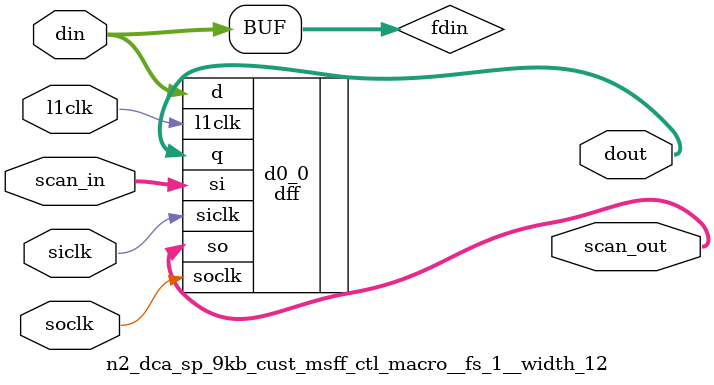
<source format=v>
`ifndef FPGA
module n2_dca_sp_9kb_cust (
  dcache_rd_addr_e, 
  dcache_alt_addr_e, 
  dcache_alt_addr_sel_e, 
  dcache_rvld_e, 
  dcache_wvld_e, 
  dcache_clk_en_e, 
  dcache_wclk_en_e, 
  dcache_rclk_en_m, 
  dcache_wdata_e, 
  dcache_wr_way_e, 
  dcache_byte_wr_en_e, 
  dcache_alt_rsel_way_m, 
  dcache_rsel_way_b, 
  dcache_alt_way_sel_m, 
  lsu_l2fill_or_byp_data_m, 
  dcache_bypass_e_, 
  dcache_rdata_b, 
  dcache_rparity_b, 
  dcache_perr_w0_b, 
  dcache_perr_w1_b, 
  dcache_perr_w2_b, 
  dcache_perr_w3_b, 
  dcache_rdata_msb_w0_b, 
  dcache_rdata_msb_w1_b, 
  dcache_rdata_msb_w2_b, 
  dcache_rdata_msb_w3_b, 
  l2clk, 
  scan_in, 
  tcu_pce_ov, 
  tcu_aclk, 
  tcu_bclk, 
  tcu_array_wr_inhibit, 
  tcu_scan_en, 
  tcu_se_scancollar_in, 
  tcu_se_scancollar_out, 
  scan_out, 
  fuse_dca_repair_value, 
  fuse_dca_repair_en, 
  fuse_dca_rid, 
  fuse_dca_wen, 
  fuse_red_reset, 
  dca_fuse_repair_value, 
  dca_fuse_repair_en, 
  vnw_ary);
wire l1clk_in;
wire l1clk_in_pm;
wire l1clk_out_pm;
wire l1clk_out;
wire l1clk_free;
wire l1clk_free_wpm;
wire l1clk_red;
wire [10:3] dcache_rwaddr_e;
wire [7:0] lat_addr_scanin;
wire [7:0] lat_addr_scanout;
wire [10:3] dcache_rwaddr_eb;
wire [10:3] dcache_rwaddr_l_unused;
wire [3:0] wr_way_dec_e;
wire [6:0] lat_ctl_eb_scanin;
wire [6:0] lat_ctl_eb_scanout;
wire dcache_rvld_top_eb;
wire dcache_rvld_bot_eb;
wire dcache_wvld_eb;
wire [3:0] wr_way_dec_eb;
wire [6:0] lat_ctl_unused;
wire [2:0] dff_ctl_m_0_scanin;
wire [2:0] dff_ctl_m_0_scanout;
wire dcache_rvld_m;
wire dcache_wvld_m;
wire dcache_bypass_m_;
wire [15:0] dff_ctl_m_1_scanin;
wire [15:0] dff_ctl_m_1_scanout;
wire [15:0] byte_wr_en_eb;
wire [15:0] dff_ctl_l_unused;
wire [4:0] dff_ctl_b_scanin;
wire [4:0] dff_ctl_b_scanout;
wire dcache_alt_way_sel_b;
wire [3:0] dcache_alt_rsel_way_b;
wire [143:0] dff_wdata_m_scanin;
wire [143:0] dff_wdata_m_scanout;
wire [15:0] dcache_wparity_m;
wire [127:0] dcache_wdata_m;
wire [5:0] fuse_dca_repair_value_ff;
wire [1:0] fuse_dca_repair_en_ff;
wire [1:0] fuse_dca_rid_ff;
wire fuse_dca_wen_ff;
wire fuse_red_reset_ff;
wire [5:0] dca_fuse_repair_value_pre;
wire [1:0] dca_fuse_repair_en_pre;
wire [63:0] dcache_rdata_w0_m;
wire [63:0] rdata_w0_m;
wire [63:0] rdata_w1_m;
wire [63:0] dcache_rdata_w1_m;
wire [63:0] rdata_w2_m;
wire [63:0] dcache_rdata_w2_m;
wire [63:0] rdata_w3_m;
wire [63:0] dcache_rdata_w3_m;
wire [7:0] dff_msb_w0_scanin;
wire [7:0] dff_msb_w0_scanout;
wire [7:0] dff_msb_w1_scanin;
wire [7:0] dff_msb_w1_scanout;
wire [7:0] dff_msb_w2_scanin;
wire [7:0] dff_msb_w2_scanout;
wire [7:0] dff_msb_w3_scanin;
wire [7:0] dff_msb_w3_scanout;
wire [63:0] dff_rdata_w0_m_scanin;
wire [63:0] dff_rdata_w0_m_scanout;
wire [63:0] rdata_w0_b;
wire [7:0] dff_rparity_w0_m_scanin;
wire [7:0] dff_rparity_w0_m_scanout;
wire [7:0] rparity_w0_m;
wire [7:0] rparity_w0_b;
wire [63:0] dff_rdata_w1_m_scanin;
wire [63:0] dff_rdata_w1_m_scanout;
wire [63:0] rdata_w1_b;
wire [7:0] dff_rparity_w1_m_scanin;
wire [7:0] dff_rparity_w1_m_scanout;
wire [7:0] rparity_w1_m;
wire [7:0] rparity_w1_b;
wire [63:0] dff_rdata_w2_m_scanin;
wire [63:0] dff_rdata_w2_m_scanout;
wire [63:0] rdata_w2_b;
wire [7:0] dff_rparity_w2_m_scanin;
wire [7:0] dff_rparity_w2_m_scanout;
wire [7:0] rparity_w2_m;
wire [7:0] rparity_w2_b;
wire [63:0] dff_rdata_w3_m_scanin;
wire [63:0] dff_rdata_w3_m_scanout;
wire [63:0] rdata_w3_b;
wire [7:0] dff_rparity_w3_m_scanin;
wire [7:0] dff_rparity_w3_m_scanout;
wire [7:0] rparity_w3_m;
wire [7:0] rparity_w3_b;
wire [3:0] dcache_rd_sel_way_b;
wire w0_p0_0;
wire w0_p0_1;
wire w0_p0_2;
wire [7:0] w0_parity_m;
wire w0_p1_0;
wire w0_p1_1;
wire w0_p1_2;
wire w0_p2_0;
wire w0_p2_1;
wire w0_p2_2;
wire w0_p3_0;
wire w0_p3_1;
wire w0_p3_2;
wire w0_p4_0;
wire w0_p4_1;
wire w0_p4_2;
wire w0_p5_0;
wire w0_p5_1;
wire w0_p5_2;
wire w0_p6_0;
wire w0_p6_1;
wire w0_p6_2;
wire w0_p7_0;
wire w0_p7_1;
wire w0_p7_2;
wire w1_p0_0;
wire w1_p0_1;
wire w1_p0_2;
wire [7:0] w1_parity_m;
wire w1_p1_0;
wire w1_p1_1;
wire w1_p1_2;
wire w1_p2_0;
wire w1_p2_1;
wire w1_p2_2;
wire w1_p3_0;
wire w1_p3_1;
wire w1_p3_2;
wire w1_p4_0;
wire w1_p4_1;
wire w1_p4_2;
wire w1_p5_0;
wire w1_p5_1;
wire w1_p5_2;
wire w1_p6_0;
wire w1_p6_1;
wire w1_p6_2;
wire w1_p7_0;
wire w1_p7_1;
wire w1_p7_2;
wire w2_p0_0;
wire w2_p0_1;
wire w2_p0_2;
wire [7:0] w2_parity_m;
wire w2_p1_0;
wire w2_p1_1;
wire w2_p1_2;
wire w2_p2_0;
wire w2_p2_1;
wire w2_p2_2;
wire w2_p3_0;
wire w2_p3_1;
wire w2_p3_2;
wire w2_p4_0;
wire w2_p4_1;
wire w2_p4_2;
wire w2_p5_0;
wire w2_p5_1;
wire w2_p5_2;
wire w2_p6_0;
wire w2_p6_1;
wire w2_p6_2;
wire w2_p7_0;
wire w2_p7_1;
wire w2_p7_2;
wire w3_p0_0;
wire w3_p0_1;
wire w3_p0_2;
wire [7:0] w3_parity_m;
wire w3_p1_0;
wire w3_p1_1;
wire w3_p1_2;
wire w3_p2_0;
wire w3_p2_1;
wire w3_p2_2;
wire w3_p3_0;
wire w3_p3_1;
wire w3_p3_2;
wire w3_p4_0;
wire w3_p4_1;
wire w3_p4_2;
wire w3_p5_0;
wire w3_p5_1;
wire w3_p5_2;
wire w3_p6_0;
wire w3_p6_1;
wire w3_p6_2;
wire w3_p7_0;
wire w3_p7_1;
wire w3_p7_2;
wire [7:0] dff_byte_perr_w0_scanin;
wire [7:0] dff_byte_perr_w0_scanout;
wire [7:0] w0_parity_b;
wire [7:0] dff_byte_perr_w1_scanin;
wire [7:0] dff_byte_perr_w1_scanout;
wire [7:0] w1_parity_b;
wire [7:0] dff_byte_perr_w2_scanin;
wire [7:0] dff_byte_perr_w2_scanout;
wire [7:0] w2_parity_b;
wire [7:0] dff_byte_perr_w3_scanin;
wire [7:0] dff_byte_perr_w3_scanout;
wire [7:0] w3_parity_b;
wire w0_parity_err_b;
wire w1_parity_err_b;
wire w2_parity_err_b;
wire w3_parity_err_b;
wire [11:0] dff_red_in_scanin;
wire [11:0] dff_red_in_scanout;
wire [7:0] dff_red_out_scanin;
wire [7:0] dff_red_out_scanout;
 

input [10:3]    dcache_rd_addr_e;     // read cache index [10:4] + bit [3] offset
input [10:3]    dcache_alt_addr_e;    // write/bist/diagnostic read cache index + offset 
input           dcache_alt_addr_sel_e;

input           dcache_rvld_e;        // read accesses d$.
input           dcache_wvld_e;        // valid write setup to m-stage.
// 0in bits_on -var {dcache_rvld_e,dcache_wvld_e} -max 1 -message "Attempt to read AND write dcache on same cycle"
input           dcache_clk_en_e;      // array clock enable
input           dcache_wclk_en_e;     // write data/byte_wr_en flops clock enable
input           dcache_rclk_en_m;     // read flops clock enable
   
input [143:0]   dcache_wdata_e;       // write data - 16Bx8 + 8b parity.
input [1:0]     dcache_wr_way_e;     // replacement way for load miss/store (encoded).
input [15:0]    dcache_byte_wr_en_e;  // 16b byte wr enable for stores.

input [3:0]     dcache_alt_rsel_way_m;// bist/diagnostic read way select
input [3:0]     dcache_rsel_way_b;    // load way select, connect to cache_way_hit
input           dcache_alt_way_sel_m;
       
input [63:0]	lsu_l2fill_or_byp_data_m;
input       	dcache_bypass_e_;
   
output  [63:0]  dcache_rdata_b;
output  [7:0]   dcache_rparity_b;
   
output  	dcache_perr_w0_b; 
output  	dcache_perr_w1_b; 
output  	dcache_perr_w2_b; 
output  	dcache_perr_w3_b; 

output [7:0] dcache_rdata_msb_w0_b;
output [7:0] dcache_rdata_msb_w1_b;
output [7:0] dcache_rdata_msb_w2_b;
output [7:0] dcache_rdata_msb_w3_b;
   
input		l2clk;
input		scan_in;
input		tcu_pce_ov;
input		tcu_aclk;
input		tcu_bclk;
input		tcu_array_wr_inhibit;
input		tcu_scan_en;
input		tcu_se_scancollar_in;
input		tcu_se_scancollar_out;
output          scan_out;

input	[5:0]	fuse_dca_repair_value;
input	[1:0]	fuse_dca_repair_en;
input	[1:0]	fuse_dca_rid;
input		fuse_dca_wen;
input		fuse_red_reset;
output	[5:0]	dca_fuse_repair_value;
output	[1:0]	dca_fuse_repair_en;

input		vnw_ary;

// synopsys translate_off

// 0in bits_on -var {~dcache_clk_en_e,dcache_wvld_e} -max 1 -message "Attempt to write with clk_en disabled"
// 0in bits_on -var {~dcache_clk_en_e,dcache_rvld_e} -max 1 -message "Attempt to read with clk_en disabled"
// 0in bits_on -var {~dcache_wclk_en_e,dcache_wvld_e} -max 1 -message "Attempt to write with wclk_en disabled"
// 0in bits_on -var {~dcache_rclk_en_m,dcache_rvld_m} -max 1 -message "Attempt to read with rclk_en disabled"
// 0in bits_on -var {~dcache_bypass_e_,dcache_rvld_e} -max 1 -message "Read and bypass both active"

wire pce_ov = tcu_pce_ov;
wire stop   = 1'b0;
wire siclk  = tcu_aclk ;
wire soclk  = tcu_bclk;

//================================================
// Clock headers
//================================================
n2_dca_sp_9kb_cust_l1clkhdr_ctl_macro l1ch_in (
        .l2clk	(l2clk), 
        .l1en 	(1'b1), 
	.pce_ov	(1'b1),
	.se	(tcu_se_scancollar_in),
        .l1clk	(l1clk_in),
  .stop(stop)
);

n2_dca_sp_9kb_cust_l1clkhdr_ctl_macro l1ch_in_pm (
        .l2clk	(l2clk), 
        .l1en 	(dcache_wclk_en_e), 
	.se	(tcu_se_scancollar_in),
        .l1clk	(l1clk_in_pm),
  .pce_ov(pce_ov),
  .stop(stop)
);

n2_dca_sp_9kb_cust_l1clkhdr_ctl_macro l1ch_out_pm (
        .l2clk	(l2clk), 
        .l1en 	(dcache_rclk_en_m), 
	.se	(tcu_se_scancollar_out),
        .l1clk	(l1clk_out_pm),
  .pce_ov(pce_ov),
  .stop(stop)
);

n2_dca_sp_9kb_cust_l1clkhdr_ctl_macro l1ch_out (
        .l2clk	(l2clk), 
        .l1en 	(1'b1), 
	.pce_ov	(1'b1),
	.se	(tcu_se_scancollar_out),
        .l1clk	(l1clk_out),
  .stop(stop)
);

n2_dca_sp_9kb_cust_l1clkhdr_ctl_macro l1ch_free (
        .l2clk	(l2clk), 
        .l1en 	(dcache_clk_en_e), 
	.se	(tcu_scan_en),
        .l1clk	(l1clk_free),
  .pce_ov(pce_ov),
  .stop(stop)
);

n2_dca_sp_9kb_cust_l1clkhdr_ctl_macro l1ch_free_wpm (
        .l2clk	(l2clk), 
        .l1en 	(dcache_wclk_en_e), 
	.se	(tcu_scan_en),
        .l1clk	(l1clk_free_wpm),
  .pce_ov(pce_ov),
  .stop(stop)
);

n2_dca_sp_9kb_cust_l1clkhdr_ctl_macro l1ch_red (
        .l2clk	(l2clk), 
        .l1en 	(1'b1), 
	.pce_ov	(1'b1),
	.se	(1'b0),
        .l1clk	(l1clk_red),
  .stop(stop)
);

//=========================================================================================
//  Input flops
//=========================================================================================

// BIST Rd used fill address port.
n2_dca_sp_9kb_cust_mux_macro__mux_aope__ports_2__width_8 mx_addr_e    (
	.din0	(dcache_alt_addr_e[10:3]),
	.din1	(dcache_rd_addr_e[10:3]),
	.sel0	(dcache_alt_addr_sel_e),
	.dout	(dcache_rwaddr_e[10:3])
);
   
n2_dca_sp_9kb_cust_tisram_msff_macro__fs_1__width_8 lat_addr   (
        .scan_in(lat_addr_scanin[7:0]),
        .scan_out(lat_addr_scanout[7:0]),
        .l1clk		(l1clk_in),
	.d		(dcache_rwaddr_e[10:3]),
	.latout		(dcache_rwaddr_eb[10:3]),
	.latout_l	(dcache_rwaddr_l_unused[10:3]),
  .siclk(siclk),
  .soclk(soclk)
);

// This is just a 2:4 decoder
n2_dca_sp_9kb_cust_mux_macro__mux_aodec__ports_4__width_4 wr_way_decode    (
	.din0	(4'b0001),
	.din1	(4'b0010),
	.din2	(4'b0100),
	.din3	(4'b1000),
	.sel	(dcache_wr_way_e[1:0]),
	.dout	(wr_way_dec_e[3:0])
);

n2_dca_sp_9kb_cust_tisram_msff_macro__fs_1__width_7 lat_ctl_eb   (
        .scan_in(lat_ctl_eb_scanin[6:0]),
        .scan_out(lat_ctl_eb_scanout[6:0]),
        .l1clk		(l1clk_in),
	.d		({dcache_rvld_e,     dcache_rvld_e,     dcache_wvld_e, wr_way_dec_e[3:0]}),
	.latout		({dcache_rvld_top_eb,dcache_rvld_bot_eb,dcache_wvld_eb,wr_way_dec_eb[3:0]}),
	.latout_l	(lat_ctl_unused[6:0]),
  .siclk(siclk),
  .soclk(soclk)
);

n2_dca_sp_9kb_cust_msff_ctl_macro__fs_1__width_3 dff_ctl_m_0  (
     .scan_in(dff_ctl_m_0_scanin[2:0]),
     .scan_out(dff_ctl_m_0_scanout[2:0]),
	.l1clk	(l1clk_in),
	.din	({dcache_rvld_e,dcache_wvld_e,dcache_bypass_e_}),
	.dout	({dcache_rvld_m,dcache_wvld_m,dcache_bypass_m_}),
  .siclk(siclk),
  .soclk(soclk)
);

n2_dca_sp_9kb_cust_tisram_msff_macro__fs_1__width_16 dff_ctl_m_1   (
	.scan_in(dff_ctl_m_1_scanin[15:0]),
	.scan_out(dff_ctl_m_1_scanout[15:0]),
	.l1clk		(l1clk_in_pm),
	.d		(dcache_byte_wr_en_e[15:0]),
	.latout		(byte_wr_en_eb[15:0]),
	.latout_l	(dff_ctl_l_unused[15:0]),
  .siclk(siclk),
  .soclk(soclk)
);

n2_dca_sp_9kb_cust_msff_ctl_macro__fs_1__width_5 dff_ctl_b  (
     .scan_in(dff_ctl_b_scanin[4:0]),
     .scan_out(dff_ctl_b_scanout[4:0]),
	.l1clk	(l1clk_in),
	.din	({dcache_alt_way_sel_m,dcache_alt_rsel_way_m[3:0]}),
	.dout	({dcache_alt_way_sel_b,dcache_alt_rsel_way_b[3:0]}),
  .siclk(siclk),
  .soclk(soclk)
);
n2_dca_sp_9kb_cust_msff_ctl_macro__fs_1__width_144 dff_wdata_m  (
     .scan_in(dff_wdata_m_scanin[143:0]),
     .scan_out(dff_wdata_m_scanout[143:0]),
	.l1clk	(l1clk_in_pm),
	.din	(dcache_wdata_e[143:0]),
        .dout	({dcache_wparity_m[15],dcache_wdata_m[127:120],
		  dcache_wparity_m[14],dcache_wdata_m[119:112],
		  dcache_wparity_m[13],dcache_wdata_m[111:104],
		  dcache_wparity_m[12],dcache_wdata_m[103:96],
		  dcache_wparity_m[11],dcache_wdata_m[95:88],
		  dcache_wparity_m[10],dcache_wdata_m[87:80],
		  dcache_wparity_m[9],dcache_wdata_m[79:72],
		  dcache_wparity_m[8],dcache_wdata_m[71:64],
		  dcache_wparity_m[7],dcache_wdata_m[63:56],
		  dcache_wparity_m[6],dcache_wdata_m[55:48],
		  dcache_wparity_m[5],dcache_wdata_m[47:40],
		  dcache_wparity_m[4],dcache_wdata_m[39:32],
		  dcache_wparity_m[3],dcache_wdata_m[31:24],
		  dcache_wparity_m[2],dcache_wdata_m[23:16],
		  dcache_wparity_m[1],dcache_wdata_m[15:8],
		  dcache_wparity_m[0],dcache_wdata_m[7:0] }),
  .siclk(siclk),
  .soclk(soclk)
);











n2_dca_sp_9kb_array array (
	.l1clk			(l1clk_free),
	.l1clk_wr		(l1clk_free_wpm),
	.addr_b			(dcache_rwaddr_eb[10:3]),
	.rd_en_top_b		(dcache_rvld_top_eb),
	.rd_en_bot_b		(dcache_rvld_bot_eb),
	.rd_en_a		(dcache_rvld_m),
	.wr_en_b		(dcache_wvld_eb),
	.wr_en_a		(dcache_wvld_m),
	.wr_inh_b		(tcu_array_wr_inhibit),
	.byte_wr_en_b		(byte_wr_en_eb[15:0]),
	.wr_waysel_b		(wr_way_dec_eb[3:0]),
	.fuse_dca_repair_value	(fuse_dca_repair_value_ff[5:0]),
	.fuse_dca_repair_en	(fuse_dca_repair_en_ff[1:0]),
	.fuse_dca_rid		(fuse_dca_rid_ff[1:0]),
	.fuse_dca_wen		(fuse_dca_wen_ff),
	.fuse_red_reset		(fuse_red_reset_ff),
	.dca_fuse_repair_value	(dca_fuse_repair_value_pre[5:0]),
	.dca_fuse_repair_en	(dca_fuse_repair_en_pre[1:0]),
  .l1clk_red(l1clk_red),
  .dcache_wdata_m(dcache_wdata_m[127:0]),
  .dcache_wparity_m(dcache_wparity_m[15:0]),
  .dcache_rdata_w0_m(dcache_rdata_w0_m[63:0]),
  .rparity_w0_m(rparity_w0_m[7:0]),
  .dcache_rdata_w1_m(dcache_rdata_w1_m[63:0]),
  .rparity_w1_m(rparity_w1_m[7:0]),
  .dcache_rdata_w2_m(dcache_rdata_w2_m[63:0]),
  .rparity_w2_m(rparity_w2_m[7:0]),
  .dcache_rdata_w3_m(dcache_rdata_w3_m[63:0]),
  .rparity_w3_m(rparity_w3_m[7:0]),
  .vnw_ary(vnw_ary)
);


   
// mux fill/bypass data into way0 here so that it's not in the critical B stage path
n2_dca_sp_9kb_cust_mux_macro__mux_aope__ports_2__width_64 mx_way0_data    (
	.din0	(dcache_rdata_w0_m[63:0]),
	.din1	(lsu_l2fill_or_byp_data_m[63:0]),
	.sel0	(dcache_bypass_m_),
	.dout	(rdata_w0_m[63:0])
);
assign rdata_w1_m[63:0] = dcache_rdata_w1_m[63:0];
assign rdata_w2_m[63:0] = dcache_rdata_w2_m[63:0];
assign rdata_w3_m[63:0] = dcache_rdata_w3_m[63:0];

//=========================================================================================
//  Output flops
//=========================================================================================

n2_dca_sp_9kb_cust_msff_ctl_macro__fs_1__width_8 dff_msb_w0  (
     .scan_in(dff_msb_w0_scanin[7:0]),
     .scan_out(dff_msb_w0_scanout[7:0]),
	.l1clk	(l1clk_out_pm),
	.din	({dcache_rdata_w0_m[63],dcache_rdata_w0_m[55],dcache_rdata_w0_m[47],dcache_rdata_w0_m[39],
		  dcache_rdata_w0_m[31],dcache_rdata_w0_m[23],dcache_rdata_w0_m[15],dcache_rdata_w0_m[7]}),
	.dout	(dcache_rdata_msb_w0_b[7:0]),
  .siclk(siclk),
  .soclk(soclk)
);
n2_dca_sp_9kb_cust_msff_ctl_macro__fs_1__width_8 dff_msb_w1  (
     .scan_in(dff_msb_w1_scanin[7:0]),
     .scan_out(dff_msb_w1_scanout[7:0]),
	.l1clk	(l1clk_out_pm),
	.din	({dcache_rdata_w1_m[63],dcache_rdata_w1_m[55],dcache_rdata_w1_m[47],dcache_rdata_w1_m[39],
		  dcache_rdata_w1_m[31],dcache_rdata_w1_m[23],dcache_rdata_w1_m[15],dcache_rdata_w1_m[7]}),
	.dout	(dcache_rdata_msb_w1_b[7:0]),
  .siclk(siclk),
  .soclk(soclk)
);
n2_dca_sp_9kb_cust_msff_ctl_macro__fs_1__width_8 dff_msb_w2  (
     .scan_in(dff_msb_w2_scanin[7:0]),
     .scan_out(dff_msb_w2_scanout[7:0]),
	.l1clk	(l1clk_out_pm),
	.din	({dcache_rdata_w2_m[63],dcache_rdata_w2_m[55],dcache_rdata_w2_m[47],dcache_rdata_w2_m[39],
		  dcache_rdata_w2_m[31],dcache_rdata_w2_m[23],dcache_rdata_w2_m[15],dcache_rdata_w2_m[7]}),
	.dout	(dcache_rdata_msb_w2_b[7:0]),
  .siclk(siclk),
  .soclk(soclk)
);
n2_dca_sp_9kb_cust_msff_ctl_macro__fs_1__width_8 dff_msb_w3  (
     .scan_in(dff_msb_w3_scanin[7:0]),
     .scan_out(dff_msb_w3_scanout[7:0]),
	.l1clk	(l1clk_out_pm),
	.din	({dcache_rdata_w3_m[63],dcache_rdata_w3_m[55],dcache_rdata_w3_m[47],dcache_rdata_w3_m[39],
		  dcache_rdata_w3_m[31],dcache_rdata_w3_m[23],dcache_rdata_w3_m[15],dcache_rdata_w3_m[7]}),
	.dout	(dcache_rdata_msb_w3_b[7:0]),
  .siclk(siclk),
  .soclk(soclk)
);
n2_dca_sp_9kb_cust_msff_ctl_macro__fs_1__width_64 dff_rdata_w0_m  (
     .scan_in(dff_rdata_w0_m_scanin[63:0]),
     .scan_out(dff_rdata_w0_m_scanout[63:0]),
	.l1clk	(l1clk_out_pm),
	.din	(rdata_w0_m[63:0]),
	.dout	(rdata_w0_b[63:0]),
  .siclk(siclk),
  .soclk(soclk)
);
n2_dca_sp_9kb_cust_msff_ctl_macro__fs_1__width_8 dff_rparity_w0_m  (
     .scan_in(dff_rparity_w0_m_scanin[7:0]),
     .scan_out(dff_rparity_w0_m_scanout[7:0]),
	.l1clk	(l1clk_out_pm),
	.din	(rparity_w0_m[7:0]),
	.dout	(rparity_w0_b[7:0]),
  .siclk(siclk),
  .soclk(soclk)
);
n2_dca_sp_9kb_cust_msff_ctl_macro__fs_1__width_64 dff_rdata_w1_m  (
     .scan_in(dff_rdata_w1_m_scanin[63:0]),
     .scan_out(dff_rdata_w1_m_scanout[63:0]),
	.l1clk	(l1clk_out_pm),
	.din	(rdata_w1_m[63:0]),
	.dout	(rdata_w1_b[63:0]),
  .siclk(siclk),
  .soclk(soclk)
);
n2_dca_sp_9kb_cust_msff_ctl_macro__fs_1__width_8 dff_rparity_w1_m  (
     .scan_in(dff_rparity_w1_m_scanin[7:0]),
     .scan_out(dff_rparity_w1_m_scanout[7:0]),
	.l1clk	(l1clk_out_pm),
	.din	(rparity_w1_m[7:0]),
	.dout	(rparity_w1_b[7:0]),
  .siclk(siclk),
  .soclk(soclk)
);
n2_dca_sp_9kb_cust_msff_ctl_macro__fs_1__width_64 dff_rdata_w2_m  (
     .scan_in(dff_rdata_w2_m_scanin[63:0]),
     .scan_out(dff_rdata_w2_m_scanout[63:0]),
	.l1clk	(l1clk_out_pm),
	.din	(rdata_w2_m[63:0]),
	.dout	(rdata_w2_b[63:0]),
  .siclk(siclk),
  .soclk(soclk)
);
n2_dca_sp_9kb_cust_msff_ctl_macro__fs_1__width_8 dff_rparity_w2_m  (
     .scan_in(dff_rparity_w2_m_scanin[7:0]),
     .scan_out(dff_rparity_w2_m_scanout[7:0]),
	.l1clk	(l1clk_out_pm),
	.din	(rparity_w2_m[7:0]),
	.dout	(rparity_w2_b[7:0]),
  .siclk(siclk),
  .soclk(soclk)
);
n2_dca_sp_9kb_cust_msff_ctl_macro__fs_1__width_64 dff_rdata_w3_m  (
     .scan_in(dff_rdata_w3_m_scanin[63:0]),
     .scan_out(dff_rdata_w3_m_scanout[63:0]),
	.l1clk	(l1clk_out_pm),
	.din	(rdata_w3_m[63:0]),
	.dout	(rdata_w3_b[63:0]),
  .siclk(siclk),
  .soclk(soclk)
);
n2_dca_sp_9kb_cust_msff_ctl_macro__fs_1__width_8 dff_rparity_w3_m  (
     .scan_in(dff_rparity_w3_m_scanin[7:0]),
     .scan_out(dff_rparity_w3_m_scanout[7:0]),
	.l1clk	(l1clk_out_pm),
	.din	(rparity_w3_m[7:0]),
	.dout	(rparity_w3_b[7:0]),
  .siclk(siclk),
  .soclk(soclk)
);

//=========================================================================================
//  Way select
//=========================================================================================

n2_dca_sp_9kb_cust_mux_macro__mux_aope__ports_2__width_4 mx_sel_way    (
	.din0	(dcache_alt_rsel_way_b[3:0]),
	.din1	(dcache_rsel_way_b[3:0]),
	.sel0	(dcache_alt_way_sel_b),
	.dout	(dcache_rd_sel_way_b[3:0])
);
   
n2_dca_sp_9kb_cust_mux_macro__mux_aonpe__ports_4__width_64 mx_rdata_b    (
	.din0	(rdata_w0_b[63:0]),
	.din1	(rdata_w1_b[63:0]),
	.din2	(rdata_w2_b[63:0]),
	.din3	(rdata_w3_b[63:0]),
	.sel0	(dcache_rd_sel_way_b[0]),
	.sel1	(dcache_rd_sel_way_b[1]),
	.sel2	(dcache_rd_sel_way_b[2]),
	.sel3	(dcache_rd_sel_way_b[3]),
	.dout	(dcache_rdata_b[63:0])
);

n2_dca_sp_9kb_cust_mux_macro__mux_aonpe__ports_4__width_8 mx_rparity_b    (
	.din0	(rparity_w0_b[7:0]),
	.din1	(rparity_w1_b[7:0]),
	.din2	(rparity_w2_b[7:0]),
	.din3	(rparity_w3_b[7:0]),
	.sel0	(dcache_rd_sel_way_b[0]),
	.sel1	(dcache_rd_sel_way_b[1]),
	.sel2	(dcache_rd_sel_way_b[2]),
	.sel3	(dcache_rd_sel_way_b[3]),
	.dout	(dcache_rparity_b[7:0])
);

//=========================================================================================
// Parity check. Parity for each byte is calculated in M.  The result of all bytes is
// flopped and OR'ed in B. 
//=========================================================================================

// ***** Way 0 *****
n2_dca_sp_9kb_cust_xor_macro__ports_3__width_4 w0_par0   (
	.din0({dcache_rdata_w0_m[0],dcache_rdata_w0_m[3],dcache_rdata_w0_m[6], w0_p0_0}),
	.din1({dcache_rdata_w0_m[1],dcache_rdata_w0_m[4],dcache_rdata_w0_m[7], w0_p0_1}),
	.din2({dcache_rdata_w0_m[2],dcache_rdata_w0_m[5],rparity_w0_m[0],w0_p0_2}),
	.dout({w0_p0_0,w0_p0_1,w0_p0_2,w0_parity_m[0]})
);
n2_dca_sp_9kb_cust_xor_macro__ports_3__width_4 w0_par1   (
	.din0({dcache_rdata_w0_m[8],dcache_rdata_w0_m[11],dcache_rdata_w0_m[14], w0_p1_0}),
	.din1({dcache_rdata_w0_m[9],dcache_rdata_w0_m[12],dcache_rdata_w0_m[15], w0_p1_1}),
	.din2({dcache_rdata_w0_m[10],dcache_rdata_w0_m[13],rparity_w0_m[1],w0_p1_2}),
	.dout({w0_p1_0,w0_p1_1,w0_p1_2,w0_parity_m[1]})
);
n2_dca_sp_9kb_cust_xor_macro__ports_3__width_4 w0_par2   (
	.din0({dcache_rdata_w0_m[16],dcache_rdata_w0_m[19],dcache_rdata_w0_m[22], w0_p2_0}),
	.din1({dcache_rdata_w0_m[17],dcache_rdata_w0_m[20],dcache_rdata_w0_m[23], w0_p2_1}),
	.din2({dcache_rdata_w0_m[18],dcache_rdata_w0_m[21],rparity_w0_m[2],w0_p2_2}),
	.dout({w0_p2_0,w0_p2_1,w0_p2_2,w0_parity_m[2]})
);
n2_dca_sp_9kb_cust_xor_macro__ports_3__width_4 w0_par3   (
	.din0({dcache_rdata_w0_m[24],dcache_rdata_w0_m[27],dcache_rdata_w0_m[30], w0_p3_0}),
	.din1({dcache_rdata_w0_m[25],dcache_rdata_w0_m[28],dcache_rdata_w0_m[31], w0_p3_1}),
	.din2({dcache_rdata_w0_m[26],dcache_rdata_w0_m[29],rparity_w0_m[3],w0_p3_2}),
	.dout({w0_p3_0,w0_p3_1,w0_p3_2,w0_parity_m[3]})
);
n2_dca_sp_9kb_cust_xor_macro__ports_3__width_4 w0_par4   (
	.din0({dcache_rdata_w0_m[32],dcache_rdata_w0_m[35],dcache_rdata_w0_m[38], w0_p4_0}),
	.din1({dcache_rdata_w0_m[33],dcache_rdata_w0_m[36],dcache_rdata_w0_m[39], w0_p4_1}),
	.din2({dcache_rdata_w0_m[34],dcache_rdata_w0_m[37],rparity_w0_m[4],w0_p4_2}),
	.dout({w0_p4_0,w0_p4_1,w0_p4_2,w0_parity_m[4]})
);
n2_dca_sp_9kb_cust_xor_macro__ports_3__width_4 w0_par5   (
	.din0({dcache_rdata_w0_m[40],dcache_rdata_w0_m[43],dcache_rdata_w0_m[46], w0_p5_0}),
	.din1({dcache_rdata_w0_m[41],dcache_rdata_w0_m[44],dcache_rdata_w0_m[47], w0_p5_1}),
	.din2({dcache_rdata_w0_m[42],dcache_rdata_w0_m[45],rparity_w0_m[5],w0_p5_2}),
	.dout({w0_p5_0,w0_p5_1,w0_p5_2,w0_parity_m[5]})
);
n2_dca_sp_9kb_cust_xor_macro__ports_3__width_4 w0_par6   (
	.din0({dcache_rdata_w0_m[48],dcache_rdata_w0_m[51],dcache_rdata_w0_m[54], w0_p6_0}),
	.din1({dcache_rdata_w0_m[49],dcache_rdata_w0_m[52],dcache_rdata_w0_m[55], w0_p6_1}),
	.din2({dcache_rdata_w0_m[50],dcache_rdata_w0_m[53],rparity_w0_m[6],w0_p6_2}),
	.dout({w0_p6_0,w0_p6_1,w0_p6_2,w0_parity_m[6]})
);
n2_dca_sp_9kb_cust_xor_macro__ports_3__width_4 w0_par7   (
	.din0({dcache_rdata_w0_m[56],dcache_rdata_w0_m[59],dcache_rdata_w0_m[62], w0_p7_0}),
	.din1({dcache_rdata_w0_m[57],dcache_rdata_w0_m[60],dcache_rdata_w0_m[63], w0_p7_1}),
	.din2({dcache_rdata_w0_m[58],dcache_rdata_w0_m[61],rparity_w0_m[7],w0_p7_2}),
	.dout({w0_p7_0,w0_p7_1,w0_p7_2,w0_parity_m[7]})
);
   
// ***** Way 1 *****
n2_dca_sp_9kb_cust_xor_macro__ports_3__width_4 w1_par0   (
	.din0({dcache_rdata_w1_m[0],dcache_rdata_w1_m[3],dcache_rdata_w1_m[6], w1_p0_0}),
	.din1({dcache_rdata_w1_m[1],dcache_rdata_w1_m[4],dcache_rdata_w1_m[7], w1_p0_1}),
	.din2({dcache_rdata_w1_m[2],dcache_rdata_w1_m[5],rparity_w1_m[0],w1_p0_2}),
	.dout({w1_p0_0,w1_p0_1,w1_p0_2,w1_parity_m[0]})
);
n2_dca_sp_9kb_cust_xor_macro__ports_3__width_4 w1_par1   (
	.din0({dcache_rdata_w1_m[8],dcache_rdata_w1_m[11],dcache_rdata_w1_m[14], w1_p1_0}),
	.din1({dcache_rdata_w1_m[9],dcache_rdata_w1_m[12],dcache_rdata_w1_m[15], w1_p1_1}),
	.din2({dcache_rdata_w1_m[10],dcache_rdata_w1_m[13],rparity_w1_m[1],w1_p1_2}),
	.dout({w1_p1_0,w1_p1_1,w1_p1_2,w1_parity_m[1]})
);
n2_dca_sp_9kb_cust_xor_macro__ports_3__width_4 w1_par2   (
	.din0({dcache_rdata_w1_m[16],dcache_rdata_w1_m[19],dcache_rdata_w1_m[22], w1_p2_0}),
	.din1({dcache_rdata_w1_m[17],dcache_rdata_w1_m[20],dcache_rdata_w1_m[23], w1_p2_1}),
	.din2({dcache_rdata_w1_m[18],dcache_rdata_w1_m[21],rparity_w1_m[2],w1_p2_2}),
	.dout({w1_p2_0,w1_p2_1,w1_p2_2,w1_parity_m[2]})
);
n2_dca_sp_9kb_cust_xor_macro__ports_3__width_4 w1_par3   (
	.din0({dcache_rdata_w1_m[24],dcache_rdata_w1_m[27],dcache_rdata_w1_m[30], w1_p3_0}),
	.din1({dcache_rdata_w1_m[25],dcache_rdata_w1_m[28],dcache_rdata_w1_m[31], w1_p3_1}),
	.din2({dcache_rdata_w1_m[26],dcache_rdata_w1_m[29],rparity_w1_m[3],w1_p3_2}),
	.dout({w1_p3_0,w1_p3_1,w1_p3_2,w1_parity_m[3]})
);
n2_dca_sp_9kb_cust_xor_macro__ports_3__width_4 w1_par4   (
	.din0({dcache_rdata_w1_m[32],dcache_rdata_w1_m[35],dcache_rdata_w1_m[38], w1_p4_0}),
	.din1({dcache_rdata_w1_m[33],dcache_rdata_w1_m[36],dcache_rdata_w1_m[39], w1_p4_1}),
	.din2({dcache_rdata_w1_m[34],dcache_rdata_w1_m[37],rparity_w1_m[4],w1_p4_2}),
	.dout({w1_p4_0,w1_p4_1,w1_p4_2,w1_parity_m[4]})
);
n2_dca_sp_9kb_cust_xor_macro__ports_3__width_4 w1_par5   (
	.din0({dcache_rdata_w1_m[40],dcache_rdata_w1_m[43],dcache_rdata_w1_m[46], w1_p5_0}),
	.din1({dcache_rdata_w1_m[41],dcache_rdata_w1_m[44],dcache_rdata_w1_m[47], w1_p5_1}),
	.din2({dcache_rdata_w1_m[42],dcache_rdata_w1_m[45],rparity_w1_m[5],w1_p5_2}),
	.dout({w1_p5_0,w1_p5_1,w1_p5_2,w1_parity_m[5]})
);
n2_dca_sp_9kb_cust_xor_macro__ports_3__width_4 w1_par6   (
	.din0({dcache_rdata_w1_m[48],dcache_rdata_w1_m[51],dcache_rdata_w1_m[54], w1_p6_0}),
	.din1({dcache_rdata_w1_m[49],dcache_rdata_w1_m[52],dcache_rdata_w1_m[55], w1_p6_1}),
	.din2({dcache_rdata_w1_m[50],dcache_rdata_w1_m[53],rparity_w1_m[6],w1_p6_2}),
	.dout({w1_p6_0,w1_p6_1,w1_p6_2,w1_parity_m[6]})
);
n2_dca_sp_9kb_cust_xor_macro__ports_3__width_4 w1_par7   (
	.din0({dcache_rdata_w1_m[56],dcache_rdata_w1_m[59],dcache_rdata_w1_m[62], w1_p7_0}),
	.din1({dcache_rdata_w1_m[57],dcache_rdata_w1_m[60],dcache_rdata_w1_m[63], w1_p7_1}),
	.din2({dcache_rdata_w1_m[58],dcache_rdata_w1_m[61],rparity_w1_m[7],w1_p7_2}),
	.dout({w1_p7_0,w1_p7_1,w1_p7_2,w1_parity_m[7]})
);
   
// ***** Way 2 *****
n2_dca_sp_9kb_cust_xor_macro__ports_3__width_4 w2_par0   (
	.din0({dcache_rdata_w2_m[0],dcache_rdata_w2_m[3],dcache_rdata_w2_m[6], w2_p0_0}),
	.din1({dcache_rdata_w2_m[1],dcache_rdata_w2_m[4],dcache_rdata_w2_m[7], w2_p0_1}),
	.din2({dcache_rdata_w2_m[2],dcache_rdata_w2_m[5],rparity_w2_m[0],w2_p0_2}),
	.dout({w2_p0_0,w2_p0_1,w2_p0_2,w2_parity_m[0]})
);
n2_dca_sp_9kb_cust_xor_macro__ports_3__width_4 w2_par1   (
	.din0({dcache_rdata_w2_m[8],dcache_rdata_w2_m[11],dcache_rdata_w2_m[14], w2_p1_0}),
	.din1({dcache_rdata_w2_m[9],dcache_rdata_w2_m[12],dcache_rdata_w2_m[15], w2_p1_1}),
	.din2({dcache_rdata_w2_m[10],dcache_rdata_w2_m[13],rparity_w2_m[1],w2_p1_2}),
	.dout({w2_p1_0,w2_p1_1,w2_p1_2,w2_parity_m[1]})
);
n2_dca_sp_9kb_cust_xor_macro__ports_3__width_4 w2_par2   (
	.din0({dcache_rdata_w2_m[16],dcache_rdata_w2_m[19],dcache_rdata_w2_m[22], w2_p2_0}),
	.din1({dcache_rdata_w2_m[17],dcache_rdata_w2_m[20],dcache_rdata_w2_m[23], w2_p2_1}),
	.din2({dcache_rdata_w2_m[18],dcache_rdata_w2_m[21],rparity_w2_m[2],w2_p2_2}),
	.dout({w2_p2_0,w2_p2_1,w2_p2_2,w2_parity_m[2]})
);
n2_dca_sp_9kb_cust_xor_macro__ports_3__width_4 w2_par3   (
	.din0({dcache_rdata_w2_m[24],dcache_rdata_w2_m[27],dcache_rdata_w2_m[30], w2_p3_0}),
	.din1({dcache_rdata_w2_m[25],dcache_rdata_w2_m[28],dcache_rdata_w2_m[31], w2_p3_1}),
	.din2({dcache_rdata_w2_m[26],dcache_rdata_w2_m[29],rparity_w2_m[3],w2_p3_2}),
	.dout({w2_p3_0,w2_p3_1,w2_p3_2,w2_parity_m[3]})
);
n2_dca_sp_9kb_cust_xor_macro__ports_3__width_4 w2_par4   (
	.din0({dcache_rdata_w2_m[32],dcache_rdata_w2_m[35],dcache_rdata_w2_m[38], w2_p4_0}),
	.din1({dcache_rdata_w2_m[33],dcache_rdata_w2_m[36],dcache_rdata_w2_m[39], w2_p4_1}),
	.din2({dcache_rdata_w2_m[34],dcache_rdata_w2_m[37],rparity_w2_m[4],w2_p4_2}),
	.dout({w2_p4_0,w2_p4_1,w2_p4_2,w2_parity_m[4]})
);
n2_dca_sp_9kb_cust_xor_macro__ports_3__width_4 w2_par5   (
	.din0({dcache_rdata_w2_m[40],dcache_rdata_w2_m[43],dcache_rdata_w2_m[46], w2_p5_0}),
	.din1({dcache_rdata_w2_m[41],dcache_rdata_w2_m[44],dcache_rdata_w2_m[47], w2_p5_1}),
	.din2({dcache_rdata_w2_m[42],dcache_rdata_w2_m[45],rparity_w2_m[5],w2_p5_2}),
	.dout({w2_p5_0,w2_p5_1,w2_p5_2,w2_parity_m[5]})
);
n2_dca_sp_9kb_cust_xor_macro__ports_3__width_4 w2_par6   (
	.din0({dcache_rdata_w2_m[48],dcache_rdata_w2_m[51],dcache_rdata_w2_m[54], w2_p6_0}),
	.din1({dcache_rdata_w2_m[49],dcache_rdata_w2_m[52],dcache_rdata_w2_m[55], w2_p6_1}),
	.din2({dcache_rdata_w2_m[50],dcache_rdata_w2_m[53],rparity_w2_m[6],w2_p6_2}),
	.dout({w2_p6_0,w2_p6_1,w2_p6_2,w2_parity_m[6]})
);
n2_dca_sp_9kb_cust_xor_macro__ports_3__width_4 w2_par7   (
	.din0({dcache_rdata_w2_m[56],dcache_rdata_w2_m[59],dcache_rdata_w2_m[62], w2_p7_0}),
	.din1({dcache_rdata_w2_m[57],dcache_rdata_w2_m[60],dcache_rdata_w2_m[63], w2_p7_1}),
	.din2({dcache_rdata_w2_m[58],dcache_rdata_w2_m[61],rparity_w2_m[7],w2_p7_2}),
	.dout({w2_p7_0,w2_p7_1,w2_p7_2,w2_parity_m[7]})
);
   
// ***** Way 3 *****
n2_dca_sp_9kb_cust_xor_macro__ports_3__width_4 w3_par0   (
	.din0({dcache_rdata_w3_m[0],dcache_rdata_w3_m[3],dcache_rdata_w3_m[6], w3_p0_0}),
	.din1({dcache_rdata_w3_m[1],dcache_rdata_w3_m[4],dcache_rdata_w3_m[7], w3_p0_1}),
	.din2({dcache_rdata_w3_m[2],dcache_rdata_w3_m[5],rparity_w3_m[0],w3_p0_2}),
	.dout({w3_p0_0,w3_p0_1,w3_p0_2,w3_parity_m[0]})
);
n2_dca_sp_9kb_cust_xor_macro__ports_3__width_4 w3_par1   (
	.din0({dcache_rdata_w3_m[8],dcache_rdata_w3_m[11],dcache_rdata_w3_m[14], w3_p1_0}),
	.din1({dcache_rdata_w3_m[9],dcache_rdata_w3_m[12],dcache_rdata_w3_m[15], w3_p1_1}),
	.din2({dcache_rdata_w3_m[10],dcache_rdata_w3_m[13],rparity_w3_m[1],w3_p1_2}),
	.dout({w3_p1_0,w3_p1_1,w3_p1_2,w3_parity_m[1]})
);
n2_dca_sp_9kb_cust_xor_macro__ports_3__width_4 w3_par2   (
	.din0({dcache_rdata_w3_m[16],dcache_rdata_w3_m[19],dcache_rdata_w3_m[22], w3_p2_0}),
	.din1({dcache_rdata_w3_m[17],dcache_rdata_w3_m[20],dcache_rdata_w3_m[23], w3_p2_1}),
	.din2({dcache_rdata_w3_m[18],dcache_rdata_w3_m[21],rparity_w3_m[2],w3_p2_2}),
	.dout({w3_p2_0,w3_p2_1,w3_p2_2,w3_parity_m[2]})
);
n2_dca_sp_9kb_cust_xor_macro__ports_3__width_4 w3_par3   (
	.din0({dcache_rdata_w3_m[24],dcache_rdata_w3_m[27],dcache_rdata_w3_m[30], w3_p3_0}),
	.din1({dcache_rdata_w3_m[25],dcache_rdata_w3_m[28],dcache_rdata_w3_m[31], w3_p3_1}),
	.din2({dcache_rdata_w3_m[26],dcache_rdata_w3_m[29],rparity_w3_m[3],w3_p3_2}),
	.dout({w3_p3_0,w3_p3_1,w3_p3_2,w3_parity_m[3]})
);
n2_dca_sp_9kb_cust_xor_macro__ports_3__width_4 w3_par4   (
	.din0({dcache_rdata_w3_m[32],dcache_rdata_w3_m[35],dcache_rdata_w3_m[38], w3_p4_0}),
	.din1({dcache_rdata_w3_m[33],dcache_rdata_w3_m[36],dcache_rdata_w3_m[39], w3_p4_1}),
	.din2({dcache_rdata_w3_m[34],dcache_rdata_w3_m[37],rparity_w3_m[4],w3_p4_2}),
	.dout({w3_p4_0,w3_p4_1,w3_p4_2,w3_parity_m[4]})
);
n2_dca_sp_9kb_cust_xor_macro__ports_3__width_4 w3_par5   (
	.din0({dcache_rdata_w3_m[40],dcache_rdata_w3_m[43],dcache_rdata_w3_m[46], w3_p5_0}),
	.din1({dcache_rdata_w3_m[41],dcache_rdata_w3_m[44],dcache_rdata_w3_m[47], w3_p5_1}),
	.din2({dcache_rdata_w3_m[42],dcache_rdata_w3_m[45],rparity_w3_m[5],w3_p5_2}),
	.dout({w3_p5_0,w3_p5_1,w3_p5_2,w3_parity_m[5]})
);
n2_dca_sp_9kb_cust_xor_macro__ports_3__width_4 w3_par6   (
	.din0({dcache_rdata_w3_m[48],dcache_rdata_w3_m[51],dcache_rdata_w3_m[54], w3_p6_0}),
	.din1({dcache_rdata_w3_m[49],dcache_rdata_w3_m[52],dcache_rdata_w3_m[55], w3_p6_1}),
	.din2({dcache_rdata_w3_m[50],dcache_rdata_w3_m[53],rparity_w3_m[6],w3_p6_2}),
	.dout({w3_p6_0,w3_p6_1,w3_p6_2,w3_parity_m[6]})
);
n2_dca_sp_9kb_cust_xor_macro__ports_3__width_4 w3_par7   (
	.din0({dcache_rdata_w3_m[56],dcache_rdata_w3_m[59],dcache_rdata_w3_m[62], w3_p7_0}),
	.din1({dcache_rdata_w3_m[57],dcache_rdata_w3_m[60],dcache_rdata_w3_m[63], w3_p7_1}),
	.din2({dcache_rdata_w3_m[58],dcache_rdata_w3_m[61],rparity_w3_m[7],w3_p7_2}),
	.dout({w3_p7_0,w3_p7_1,w3_p7_2,w3_parity_m[7]})
);

n2_dca_sp_9kb_cust_msff_ctl_macro__fs_1__width_8 dff_byte_perr_w0  (
     .scan_in(dff_byte_perr_w0_scanin[7:0]),
     .scan_out(dff_byte_perr_w0_scanout[7:0]),
	.l1clk	(l1clk_out_pm),
	.din	(w0_parity_m[7:0]),
	.dout	(w0_parity_b[7:0]),
  .siclk(siclk),
  .soclk(soclk)
);
n2_dca_sp_9kb_cust_msff_ctl_macro__fs_1__width_8 dff_byte_perr_w1  (
     .scan_in(dff_byte_perr_w1_scanin[7:0]),
     .scan_out(dff_byte_perr_w1_scanout[7:0]),
	.l1clk	(l1clk_out_pm),
	.din	(w1_parity_m[7:0]),
	.dout	(w1_parity_b[7:0]),
  .siclk(siclk),
  .soclk(soclk)
);
n2_dca_sp_9kb_cust_msff_ctl_macro__fs_1__width_8 dff_byte_perr_w2  (
     .scan_in(dff_byte_perr_w2_scanin[7:0]),
     .scan_out(dff_byte_perr_w2_scanout[7:0]),
	.l1clk	(l1clk_out_pm),
	.din	(w2_parity_m[7:0]),
	.dout	(w2_parity_b[7:0]),
  .siclk(siclk),
  .soclk(soclk)
);
n2_dca_sp_9kb_cust_msff_ctl_macro__fs_1__width_8 dff_byte_perr_w3  (
     .scan_in(dff_byte_perr_w3_scanin[7:0]),
     .scan_out(dff_byte_perr_w3_scanout[7:0]),
	.l1clk	(l1clk_out_pm),
	.din	(w3_parity_m[7:0]),
	.dout	(w3_parity_b[7:0]),
  .siclk(siclk),
  .soclk(soclk)
);

// Funcionally this is just an OR gate.
n2_dca_sp_9kb_cust_mux_macro__mux_aonpe__ports_8__width_1 parity_w0    (
	.din0(1'b1), .din1(1'b1), .din2(1'b1), .din3(1'b1), .din4(1'b1), .din5(1'b1), .din6(1'b1), .din7(1'b1),
	.sel0(w0_parity_b[0]), .sel1(w0_parity_b[1]), .sel2(w0_parity_b[2]), .sel3(w0_parity_b[3]),
	.sel4(w0_parity_b[4]), .sel5(w0_parity_b[5]), .sel6(w0_parity_b[6]), .sel7(w0_parity_b[7]),
	.dout(w0_parity_err_b)
);
// Funcionally this is just an OR gate.
n2_dca_sp_9kb_cust_mux_macro__mux_aonpe__ports_8__width_1 parity_w1    (
	.din0(1'b1), .din1(1'b1), .din2(1'b1), .din3(1'b1), .din4(1'b1), .din5(1'b1), .din6(1'b1), .din7(1'b1),
	.sel0(w1_parity_b[0]), .sel1(w1_parity_b[1]), .sel2(w1_parity_b[2]), .sel3(w1_parity_b[3]),
	.sel4(w1_parity_b[4]), .sel5(w1_parity_b[5]), .sel6(w1_parity_b[6]), .sel7(w1_parity_b[7]),
	.dout(w1_parity_err_b)
);
// Funcionally this is just an OR gate.
n2_dca_sp_9kb_cust_mux_macro__mux_aonpe__ports_8__width_1 parity_w2    (
	.din0(1'b1), .din1(1'b1), .din2(1'b1), .din3(1'b1), .din4(1'b1), .din5(1'b1), .din6(1'b1), .din7(1'b1),
	.sel0(w2_parity_b[0]), .sel1(w2_parity_b[1]), .sel2(w2_parity_b[2]), .sel3(w2_parity_b[3]),
	.sel4(w2_parity_b[4]), .sel5(w2_parity_b[5]), .sel6(w2_parity_b[6]), .sel7(w2_parity_b[7]),
	.dout(w2_parity_err_b)
);
// Funcionally this is just an OR gate.
n2_dca_sp_9kb_cust_mux_macro__mux_aonpe__ports_8__width_1 parity_w3    (
	.din0(1'b1), .din1(1'b1), .din2(1'b1), .din3(1'b1), .din4(1'b1), .din5(1'b1), .din6(1'b1), .din7(1'b1),
	.sel0(w3_parity_b[0]), .sel1(w3_parity_b[1]), .sel2(w3_parity_b[2]), .sel3(w3_parity_b[3]),
	.sel4(w3_parity_b[4]), .sel5(w3_parity_b[5]), .sel6(w3_parity_b[6]), .sel7(w3_parity_b[7]),
	.dout(w3_parity_err_b)
);
   
assign dcache_perr_w0_b = w0_parity_err_b;
assign dcache_perr_w1_b = w1_parity_err_b;
assign dcache_perr_w2_b = w2_parity_err_b;
assign dcache_perr_w3_b = w3_parity_err_b;

//=========================================================================================
//  Redundancy flops
//=========================================================================================

n2_dca_sp_9kb_cust_msff_ctl_macro__fs_1__width_12 dff_red_in  (
     .scan_in(dff_red_in_scanin[11:0]),
     .scan_out(dff_red_in_scanout[11:0]),
	.l1clk	(l1clk_in),
	.din	({fuse_dca_repair_value[5:0],   fuse_dca_repair_en[1:0],
		  fuse_dca_rid[1:0],   fuse_dca_wen,   fuse_red_reset}),
	.dout	({fuse_dca_repair_value_ff[5:0],fuse_dca_repair_en_ff[1:0],
		  fuse_dca_rid_ff[1:0],fuse_dca_wen_ff,fuse_red_reset_ff}),
  .siclk(siclk),
  .soclk(soclk)
);

n2_dca_sp_9kb_cust_msff_ctl_macro__fs_1__width_8 dff_red_out  (
     .scan_in(dff_red_out_scanin[7:0]),
     .scan_out(dff_red_out_scanout[7:0]),
	.l1clk	(l1clk_out),
	.din	({dca_fuse_repair_value_pre[5:0],dca_fuse_repair_en_pre[1:0]}),
	.dout	({dca_fuse_repair_value[5:0],    dca_fuse_repair_en[1:0]}),
  .siclk(siclk),
  .soclk(soclk)
);


supply0 vss;
supply1 vdd;

// scanorder start
// dff_byte_perr_w0_scanin[7]
// dff_byte_perr_w1_scanin[7]
// dff_byte_perr_w1_scanin[6]
// dff_byte_perr_w0_scanin[6]
// dff_byte_perr_w0_scanin[5]
// dff_byte_perr_w1_scanin[5]
// dff_byte_perr_w1_scanin[4]
// dff_byte_perr_w0_scanin[4]
// dff_wdata_m_scanin[143]
// dff_wdata_m_scanin[71]
// dff_rparity_w3_m_scanin[7]
// dff_rparity_w2_m_scanin[7]
// dff_rparity_w1_m_scanin[7]
// dff_rparity_w0_m_scanin[7]
// dff_wdata_m_scanin[134]
// dff_wdata_m_scanin[62]
// dff_rparity_w3_m_scanin[6]
// dff_rparity_w2_m_scanin[6]
// dff_rparity_w1_m_scanin[6]
// dff_rparity_w0_m_scanin[6]
// dff_wdata_m_scanin[142]
// dff_wdata_m_scanin[70]
// dff_rdata_w3_m_scanin[63]
// dff_rdata_w2_m_scanin[63]
// dff_rdata_w1_m_scanin[63]
// dff_rdata_w0_m_scanin[63]
// dff_wdata_m_scanin[133]
// dff_wdata_m_scanin[61]
// dff_rdata_w3_m_scanin[55]
// dff_rdata_w2_m_scanin[55]
// dff_rdata_w1_m_scanin[55]
// dff_rdata_w0_m_scanin[55]
// dff_wdata_m_scanin[141]
// dff_wdata_m_scanin[69]
// dff_rdata_w3_m_scanin[62]
// dff_rdata_w2_m_scanin[62]
// dff_rdata_w1_m_scanin[62]
// dff_rdata_w0_m_scanin[62]
// dff_wdata_m_scanin[132]
// dff_wdata_m_scanin[60]
// dff_rdata_w3_m_scanin[54]
// dff_rdata_w2_m_scanin[54]
// dff_rdata_w1_m_scanin[54]
// dff_rdata_w0_m_scanin[54]
// dff_wdata_m_scanin[140]
// dff_wdata_m_scanin[68]
// dff_rdata_w3_m_scanin[61]
// dff_rdata_w2_m_scanin[61]
// dff_rdata_w1_m_scanin[61]
// dff_rdata_w0_m_scanin[61]
// dff_wdata_m_scanin[131]
// dff_wdata_m_scanin[59]
// dff_rdata_w3_m_scanin[53]
// dff_rdata_w2_m_scanin[53]
// dff_rdata_w1_m_scanin[53]
// dff_rdata_w0_m_scanin[53]
// dff_wdata_m_scanin[139]
// dff_wdata_m_scanin[67]
// dff_rdata_w3_m_scanin[60]
// dff_rdata_w2_m_scanin[60]
// dff_rdata_w1_m_scanin[60]
// dff_rdata_w0_m_scanin[60]
// dff_wdata_m_scanin[130]
// dff_wdata_m_scanin[58]
// dff_rdata_w3_m_scanin[52]
// dff_rdata_w2_m_scanin[52]
// dff_rdata_w1_m_scanin[52]
// dff_rdata_w0_m_scanin[52]
// dff_wdata_m_scanin[138]
// dff_wdata_m_scanin[66]
// dff_rdata_w3_m_scanin[59]
// dff_rdata_w2_m_scanin[59]
// dff_rdata_w1_m_scanin[59]
// dff_rdata_w0_m_scanin[59]
// dff_wdata_m_scanin[129]
// dff_wdata_m_scanin[57]
// dff_rdata_w3_m_scanin[51]
// dff_rdata_w2_m_scanin[51]
// dff_rdata_w1_m_scanin[51]
// dff_rdata_w0_m_scanin[51]
// dff_wdata_m_scanin[137]
// dff_wdata_m_scanin[65]
// dff_rdata_w3_m_scanin[58]
// dff_rdata_w2_m_scanin[58]
// dff_rdata_w1_m_scanin[58]
// dff_rdata_w0_m_scanin[58]
// dff_wdata_m_scanin[128]
// dff_wdata_m_scanin[56]
// dff_rdata_w3_m_scanin[50]
// dff_rdata_w2_m_scanin[50]
// dff_rdata_w1_m_scanin[50]
// dff_rdata_w0_m_scanin[50]
// dff_wdata_m_scanin[136]
// dff_wdata_m_scanin[64]
// dff_rdata_w3_m_scanin[57]
// dff_rdata_w2_m_scanin[57]
// dff_rdata_w1_m_scanin[57]
// dff_rdata_w0_m_scanin[57]
// dff_wdata_m_scanin[127]
// dff_wdata_m_scanin[55]
// dff_rdata_w3_m_scanin[49]
// dff_rdata_w2_m_scanin[49]
// dff_rdata_w1_m_scanin[49]
// dff_rdata_w0_m_scanin[49]
// dff_wdata_m_scanin[135]
// dff_wdata_m_scanin[63]
// dff_rdata_w3_m_scanin[56]
// dff_rdata_w2_m_scanin[56]
// dff_rdata_w1_m_scanin[56]
// dff_rdata_w0_m_scanin[56]
// dff_wdata_m_scanin[126]
// dff_wdata_m_scanin[54]
// dff_rdata_w3_m_scanin[48]
// dff_rdata_w2_m_scanin[48]
// dff_rdata_w1_m_scanin[48]
// dff_rdata_w0_m_scanin[48]
// dff_wdata_m_scanin[125]
// dff_wdata_m_scanin[53]
// dff_rparity_w3_m_scanin[5]
// dff_rparity_w2_m_scanin[5]
// dff_rparity_w1_m_scanin[5]
// dff_rparity_w0_m_scanin[5]
// dff_wdata_m_scanin[116]
// dff_wdata_m_scanin[44]
// dff_rparity_w3_m_scanin[4]
// dff_rparity_w2_m_scanin[4]
// dff_rparity_w1_m_scanin[4]
// dff_rparity_w0_m_scanin[4]
// dff_wdata_m_scanin[124]
// dff_wdata_m_scanin[52]
// dff_rdata_w3_m_scanin[47]
// dff_rdata_w2_m_scanin[47]
// dff_rdata_w1_m_scanin[47]
// dff_rdata_w0_m_scanin[47]
// dff_wdata_m_scanin[115]
// dff_wdata_m_scanin[43]
// dff_rdata_w3_m_scanin[39]
// dff_rdata_w2_m_scanin[39]
// dff_rdata_w1_m_scanin[39]
// dff_rdata_w0_m_scanin[39]
// dff_wdata_m_scanin[123]
// dff_wdata_m_scanin[51]
// dff_rdata_w3_m_scanin[46]
// dff_rdata_w2_m_scanin[46]
// dff_rdata_w1_m_scanin[46]
// dff_rdata_w0_m_scanin[46]
// dff_wdata_m_scanin[114]
// dff_wdata_m_scanin[42]
// dff_rdata_w3_m_scanin[38]
// dff_rdata_w2_m_scanin[38]
// dff_rdata_w1_m_scanin[38]
// dff_rdata_w0_m_scanin[38]
// dff_wdata_m_scanin[122]
// dff_wdata_m_scanin[50]
// dff_rdata_w3_m_scanin[45]
// dff_rdata_w2_m_scanin[45]
// dff_rdata_w1_m_scanin[45]
// dff_rdata_w0_m_scanin[45]
// dff_wdata_m_scanin[113]
// dff_wdata_m_scanin[41]
// dff_rdata_w3_m_scanin[37]
// dff_rdata_w2_m_scanin[37]
// dff_rdata_w1_m_scanin[37]
// dff_rdata_w0_m_scanin[37]
// dff_wdata_m_scanin[121]
// dff_wdata_m_scanin[49]
// dff_rdata_w3_m_scanin[44]
// dff_rdata_w2_m_scanin[44]
// dff_rdata_w1_m_scanin[44]
// dff_rdata_w0_m_scanin[44]
// dff_wdata_m_scanin[112]
// dff_wdata_m_scanin[40]
// dff_rdata_w3_m_scanin[36]
// dff_rdata_w2_m_scanin[36]
// dff_rdata_w1_m_scanin[36]
// dff_rdata_w0_m_scanin[36]
// dff_wdata_m_scanin[120]
// dff_wdata_m_scanin[48]
// dff_rdata_w3_m_scanin[43]
// dff_rdata_w2_m_scanin[43]
// dff_rdata_w1_m_scanin[43]
// dff_rdata_w0_m_scanin[43]
// dff_wdata_m_scanin[111]
// dff_wdata_m_scanin[39]
// dff_rdata_w3_m_scanin[35]
// dff_rdata_w2_m_scanin[35]
// dff_rdata_w1_m_scanin[35]
// dff_rdata_w0_m_scanin[35]
// dff_wdata_m_scanin[119]
// dff_wdata_m_scanin[47]
// dff_rdata_w3_m_scanin[42]
// dff_rdata_w2_m_scanin[42]
// dff_rdata_w1_m_scanin[42]
// dff_rdata_w0_m_scanin[42]
// dff_wdata_m_scanin[110]
// dff_wdata_m_scanin[38]
// dff_rdata_w3_m_scanin[34]
// dff_rdata_w2_m_scanin[34]
// dff_rdata_w1_m_scanin[34]
// dff_rdata_w0_m_scanin[34]
// dff_wdata_m_scanin[118]
// dff_wdata_m_scanin[46]
// dff_rdata_w3_m_scanin[41]
// dff_rdata_w2_m_scanin[41]
// dff_rdata_w1_m_scanin[41]
// dff_rdata_w0_m_scanin[41]
// dff_wdata_m_scanin[109]
// dff_wdata_m_scanin[37]
// dff_rdata_w3_m_scanin[33]
// dff_rdata_w2_m_scanin[33]
// dff_rdata_w1_m_scanin[33]
// dff_rdata_w0_m_scanin[33]
// dff_wdata_m_scanin[117]
// dff_wdata_m_scanin[45]
// dff_rdata_w3_m_scanin[40]
// dff_rdata_w2_m_scanin[40]
// dff_rdata_w1_m_scanin[40]
// dff_rdata_w0_m_scanin[40]
// dff_wdata_m_scanin[108]
// dff_wdata_m_scanin[36]
// dff_rdata_w3_m_scanin[32]
// dff_rdata_w2_m_scanin[32]
// dff_rdata_w1_m_scanin[32]
// dff_rdata_w0_m_scanin[32]
// dff_ctl_m_1_scanin[15]
// dff_ctl_m_1_scanin[7]
// dff_ctl_m_1_scanin[14]
// dff_ctl_m_1_scanin[6]
// dff_ctl_m_1_scanin[13]
// dff_ctl_m_1_scanin[5]
// dff_ctl_m_1_scanin[12]
// dff_ctl_m_1_scanin[4]
// dff_byte_perr_w2_scanin[7]
// dff_byte_perr_w3_scanin[7]
// dff_byte_perr_w3_scanin[6]
// dff_byte_perr_w2_scanin[6]
// dff_byte_perr_w2_scanin[5]
// dff_byte_perr_w3_scanin[5]
// dff_byte_perr_w3_scanin[4]
// dff_byte_perr_w2_scanin[4]
// dff_ctl_m_0_scanin[0]
// dff_ctl_b_scanin[4]
// dff_ctl_b_scanin[0]
// dff_ctl_b_scanin[1]
// dff_ctl_b_scanin[2]
// dff_ctl_b_scanin[3]
// lat_ctl_eb_scanin[6]
// lat_ctl_eb_scanin[1]
// lat_ctl_eb_scanin[0]
// lat_ctl_eb_scanin[2]
// lat_ctl_eb_scanin[3]
// lat_addr_scanin[1]
// lat_addr_scanin[0]
// lat_addr_scanin[7]
// lat_addr_scanin[6]
// lat_addr_scanin[5]
// lat_addr_scanin[4]
// lat_addr_scanin[3]
// lat_addr_scanin[2]
// lat_ctl_eb_scanin[4]
// dff_ctl_m_0_scanin[1]
// dff_ctl_m_0_scanin[2]
// lat_ctl_eb_scanin[5]
// dff_byte_perr_w0_scanin[0]
// dff_byte_perr_w1_scanin[0]
// dff_byte_perr_w1_scanin[1]
// dff_byte_perr_w0_scanin[1]
// dff_byte_perr_w0_scanin[2]
// dff_byte_perr_w1_scanin[2]
// dff_byte_perr_w1_scanin[3]
// dff_byte_perr_w0_scanin[3]
// dff_wdata_m_scanin[80]
// dff_wdata_m_scanin[8]
// dff_rparity_w3_m_scanin[0]
// dff_rparity_w2_m_scanin[0]
// dff_rparity_w1_m_scanin[0]
// dff_rparity_w0_m_scanin[0]
// dff_wdata_m_scanin[89]
// dff_wdata_m_scanin[17]
// dff_rparity_w3_m_scanin[1]
// dff_rparity_w2_m_scanin[1]
// dff_rparity_w1_m_scanin[1]
// dff_rparity_w0_m_scanin[1]
// dff_wdata_m_scanin[72]
// dff_wdata_m_scanin[0]
// dff_rdata_w3_m_scanin[0]
// dff_rdata_w2_m_scanin[0]
// dff_rdata_w1_m_scanin[0]
// dff_rdata_w0_m_scanin[0]
// dff_wdata_m_scanin[81]
// dff_wdata_m_scanin[9]
// dff_rdata_w3_m_scanin[8]
// dff_rdata_w2_m_scanin[8]
// dff_rdata_w1_m_scanin[8]
// dff_rdata_w0_m_scanin[8]
// dff_wdata_m_scanin[73]
// dff_wdata_m_scanin[1]
// dff_rdata_w3_m_scanin[1]
// dff_rdata_w2_m_scanin[1]
// dff_rdata_w1_m_scanin[1]
// dff_rdata_w0_m_scanin[1]
// dff_wdata_m_scanin[82]
// dff_wdata_m_scanin[10]
// dff_rdata_w3_m_scanin[9]
// dff_rdata_w2_m_scanin[9]
// dff_rdata_w1_m_scanin[9]
// dff_rdata_w0_m_scanin[9]
// dff_wdata_m_scanin[74]
// dff_wdata_m_scanin[2]
// dff_rdata_w3_m_scanin[2]
// dff_rdata_w2_m_scanin[2]
// dff_rdata_w1_m_scanin[2]
// dff_rdata_w0_m_scanin[2]
// dff_wdata_m_scanin[83]
// dff_wdata_m_scanin[11]
// dff_rdata_w3_m_scanin[10]
// dff_rdata_w2_m_scanin[10]
// dff_rdata_w1_m_scanin[10]
// dff_rdata_w0_m_scanin[10]
// dff_wdata_m_scanin[75]
// dff_wdata_m_scanin[3]
// dff_rdata_w3_m_scanin[3]
// dff_rdata_w2_m_scanin[3]
// dff_rdata_w1_m_scanin[3]
// dff_rdata_w0_m_scanin[3]
// dff_wdata_m_scanin[84]
// dff_wdata_m_scanin[12]
// dff_rdata_w3_m_scanin[11]
// dff_rdata_w2_m_scanin[11]
// dff_rdata_w1_m_scanin[11]
// dff_rdata_w0_m_scanin[11]
// dff_wdata_m_scanin[76]
// dff_wdata_m_scanin[4]
// dff_rdata_w3_m_scanin[4]
// dff_rdata_w2_m_scanin[4]
// dff_rdata_w1_m_scanin[4]
// dff_rdata_w0_m_scanin[4]
// dff_wdata_m_scanin[85]
// dff_wdata_m_scanin[13]
// dff_rdata_w3_m_scanin[12]
// dff_rdata_w2_m_scanin[12]
// dff_rdata_w1_m_scanin[12]
// dff_rdata_w0_m_scanin[12]
// dff_wdata_m_scanin[77]
// dff_wdata_m_scanin[5]
// dff_rdata_w3_m_scanin[5]
// dff_rdata_w2_m_scanin[5]
// dff_rdata_w1_m_scanin[5]
// dff_rdata_w0_m_scanin[5]
// dff_wdata_m_scanin[86]
// dff_wdata_m_scanin[14]
// dff_rdata_w3_m_scanin[13]
// dff_rdata_w2_m_scanin[13]
// dff_rdata_w1_m_scanin[13]
// dff_rdata_w0_m_scanin[13]
// dff_wdata_m_scanin[78]
// dff_wdata_m_scanin[6]
// dff_rdata_w3_m_scanin[6]
// dff_rdata_w2_m_scanin[6]
// dff_rdata_w1_m_scanin[6]
// dff_rdata_w0_m_scanin[6]
// dff_wdata_m_scanin[87]
// dff_wdata_m_scanin[15]
// dff_rdata_w3_m_scanin[14]
// dff_rdata_w2_m_scanin[14]
// dff_rdata_w1_m_scanin[14]
// dff_rdata_w0_m_scanin[14]
// dff_wdata_m_scanin[79]
// dff_wdata_m_scanin[7]
// dff_rdata_w3_m_scanin[7]
// dff_rdata_w2_m_scanin[7]
// dff_rdata_w1_m_scanin[7]
// dff_rdata_w0_m_scanin[7]
// dff_wdata_m_scanin[88]
// dff_wdata_m_scanin[16]
// dff_rdata_w3_m_scanin[15]
// dff_rdata_w2_m_scanin[15]
// dff_rdata_w1_m_scanin[15]
// dff_rdata_w0_m_scanin[15]
// dff_wdata_m_scanin[98]
// dff_wdata_m_scanin[26]
// dff_rparity_w3_m_scanin[2]
// dff_rparity_w2_m_scanin[2]
// dff_rparity_w1_m_scanin[2]
// dff_rparity_w0_m_scanin[2]
// dff_wdata_m_scanin[107]
// dff_wdata_m_scanin[35]
// dff_rparity_w3_m_scanin[3]
// dff_rparity_w2_m_scanin[3]
// dff_rparity_w1_m_scanin[3]
// dff_rparity_w0_m_scanin[3]
// dff_wdata_m_scanin[90]
// dff_wdata_m_scanin[18]
// dff_rdata_w3_m_scanin[16]
// dff_rdata_w2_m_scanin[16]
// dff_rdata_w1_m_scanin[16]
// dff_rdata_w0_m_scanin[16]
// dff_wdata_m_scanin[99]
// dff_wdata_m_scanin[27]
// dff_rdata_w3_m_scanin[24]
// dff_rdata_w2_m_scanin[24]
// dff_rdata_w1_m_scanin[24]
// dff_rdata_w0_m_scanin[24]
// dff_wdata_m_scanin[91]
// dff_wdata_m_scanin[19]
// dff_rdata_w3_m_scanin[17]
// dff_rdata_w2_m_scanin[17]
// dff_rdata_w1_m_scanin[17]
// dff_rdata_w0_m_scanin[17]
// dff_wdata_m_scanin[100]
// dff_wdata_m_scanin[28]
// dff_rdata_w3_m_scanin[25]
// dff_rdata_w2_m_scanin[25]
// dff_rdata_w1_m_scanin[25]
// dff_rdata_w0_m_scanin[25]
// dff_wdata_m_scanin[92]
// dff_wdata_m_scanin[20]
// dff_rdata_w3_m_scanin[18]
// dff_rdata_w2_m_scanin[18]
// dff_rdata_w1_m_scanin[18]
// dff_rdata_w0_m_scanin[18]
// dff_wdata_m_scanin[101]
// dff_wdata_m_scanin[29]
// dff_rdata_w3_m_scanin[26]
// dff_rdata_w2_m_scanin[26]
// dff_rdata_w1_m_scanin[26]
// dff_rdata_w0_m_scanin[26]
// dff_wdata_m_scanin[93]
// dff_wdata_m_scanin[21]
// dff_rdata_w3_m_scanin[19]
// dff_rdata_w2_m_scanin[19]
// dff_rdata_w1_m_scanin[19]
// dff_rdata_w0_m_scanin[19]
// dff_wdata_m_scanin[102]
// dff_wdata_m_scanin[30]
// dff_rdata_w3_m_scanin[27]
// dff_rdata_w2_m_scanin[27]
// dff_rdata_w1_m_scanin[27]
// dff_rdata_w0_m_scanin[27]
// dff_wdata_m_scanin[94]
// dff_wdata_m_scanin[22]
// dff_rdata_w3_m_scanin[20]
// dff_rdata_w2_m_scanin[20]
// dff_rdata_w1_m_scanin[20]
// dff_rdata_w0_m_scanin[20]
// dff_wdata_m_scanin[103]
// dff_wdata_m_scanin[31]
// dff_rdata_w3_m_scanin[28]
// dff_rdata_w2_m_scanin[28]
// dff_rdata_w1_m_scanin[28]
// dff_rdata_w0_m_scanin[28]
// dff_wdata_m_scanin[95]
// dff_wdata_m_scanin[23]
// dff_rdata_w3_m_scanin[21]
// dff_rdata_w2_m_scanin[21]
// dff_rdata_w1_m_scanin[21]
// dff_rdata_w0_m_scanin[21]
// dff_wdata_m_scanin[104]
// dff_wdata_m_scanin[32]
// dff_rdata_w3_m_scanin[29]
// dff_rdata_w2_m_scanin[29]
// dff_rdata_w1_m_scanin[29]
// dff_rdata_w0_m_scanin[29]
// dff_wdata_m_scanin[96]
// dff_wdata_m_scanin[24]
// dff_rdata_w3_m_scanin[22]
// dff_rdata_w2_m_scanin[22]
// dff_rdata_w1_m_scanin[22]
// dff_rdata_w0_m_scanin[22]
// dff_wdata_m_scanin[105]
// dff_wdata_m_scanin[33]
// dff_rdata_w3_m_scanin[30]
// dff_rdata_w2_m_scanin[30]
// dff_rdata_w1_m_scanin[30]
// dff_rdata_w0_m_scanin[30]
// dff_wdata_m_scanin[97]
// dff_wdata_m_scanin[25]
// dff_rdata_w3_m_scanin[23]
// dff_rdata_w2_m_scanin[23]
// dff_rdata_w1_m_scanin[23]
// dff_rdata_w0_m_scanin[23]
// dff_wdata_m_scanin[106]
// dff_wdata_m_scanin[34]
// dff_rdata_w3_m_scanin[31]
// dff_rdata_w2_m_scanin[31]
// dff_rdata_w1_m_scanin[31]
// dff_rdata_w0_m_scanin[31]
// dff_ctl_m_1_scanin[8]
// dff_ctl_m_1_scanin[0]
// dff_ctl_m_1_scanin[9]
// dff_ctl_m_1_scanin[1]
// dff_ctl_m_1_scanin[10]
// dff_ctl_m_1_scanin[2]
// dff_ctl_m_1_scanin[11]
// dff_ctl_m_1_scanin[3]
// dff_byte_perr_w2_scanin[0]
// dff_byte_perr_w3_scanin[0]
// dff_byte_perr_w3_scanin[1]
// dff_byte_perr_w2_scanin[1]
// dff_byte_perr_w2_scanin[2]
// dff_byte_perr_w3_scanin[2]
// dff_byte_perr_w3_scanin[3]
// dff_byte_perr_w2_scanin[3]
// dff_msb_w3_scanin[7]
// dff_msb_w2_scanin[7]
// dff_msb_w1_scanin[7]
// dff_msb_w0_scanin[7]
// dff_msb_w3_scanin[6]
// dff_msb_w2_scanin[6]
// dff_msb_w1_scanin[6]
// dff_msb_w0_scanin[6]
// dff_msb_w3_scanin[5]
// dff_msb_w2_scanin[5]
// dff_msb_w1_scanin[5]
// dff_msb_w0_scanin[5]
// dff_msb_w3_scanin[4]
// dff_msb_w2_scanin[4]
// dff_msb_w1_scanin[4]
// dff_msb_w0_scanin[4]
// dff_msb_w3_scanin[0]
// dff_msb_w2_scanin[0]
// dff_msb_w1_scanin[0]
// dff_msb_w0_scanin[0]
// dff_msb_w3_scanin[1]
// dff_msb_w2_scanin[1]
// dff_msb_w1_scanin[1]
// dff_msb_w0_scanin[1]
// dff_msb_w3_scanin[2]
// dff_msb_w2_scanin[2]
// dff_msb_w1_scanin[2]
// dff_msb_w0_scanin[2]
// dff_msb_w3_scanin[3]
// dff_msb_w2_scanin[3]
// dff_msb_w1_scanin[3]
// dff_msb_w0_scanin[3]
// dff_red_out_scanin[2]
// dff_red_out_scanin[3]
// dff_red_out_scanin[4]
// dff_red_out_scanin[5]
// dff_red_out_scanin[6]
// dff_red_out_scanin[7]
// dff_red_out_scanin[0]
// dff_red_out_scanin[1]
// dff_red_in_scanin[2]
// dff_red_in_scanin[3]
// dff_red_in_scanin[1]
// dff_red_in_scanin[0]
// dff_red_in_scanin[6]
// dff_red_in_scanin[7]
// dff_red_in_scanin[8]
// dff_red_in_scanin[9]
// dff_red_in_scanin[10]
// dff_red_in_scanin[11]
// dff_red_in_scanin[4]
// dff_red_in_scanin[5]
// scanorder end
// fixscan start
assign dff_byte_perr_w0_scanin[7]=scan_in;
assign dff_byte_perr_w1_scanin[7]=dff_byte_perr_w0_scanout[7];
assign dff_byte_perr_w1_scanin[6]=dff_byte_perr_w1_scanout[7];
assign dff_byte_perr_w0_scanin[6]=dff_byte_perr_w1_scanout[6];
assign dff_byte_perr_w0_scanin[5]=dff_byte_perr_w0_scanout[6];
assign dff_byte_perr_w1_scanin[5]=dff_byte_perr_w0_scanout[5];
assign dff_byte_perr_w1_scanin[4]=dff_byte_perr_w1_scanout[5];
assign dff_byte_perr_w0_scanin[4]=dff_byte_perr_w1_scanout[4];
assign dff_wdata_m_scanin[143]=dff_byte_perr_w0_scanout[4];
assign dff_wdata_m_scanin[71]=dff_wdata_m_scanout[143];
assign dff_rparity_w3_m_scanin[7]=dff_wdata_m_scanout[71];
assign dff_rparity_w2_m_scanin[7]=dff_rparity_w3_m_scanout[7];
assign dff_rparity_w1_m_scanin[7]=dff_rparity_w2_m_scanout[7];
assign dff_rparity_w0_m_scanin[7]=dff_rparity_w1_m_scanout[7];
assign dff_wdata_m_scanin[134]=dff_rparity_w0_m_scanout[7];
assign dff_wdata_m_scanin[62]=dff_wdata_m_scanout[134];
assign dff_rparity_w3_m_scanin[6]=dff_wdata_m_scanout[62];
assign dff_rparity_w2_m_scanin[6]=dff_rparity_w3_m_scanout[6];
assign dff_rparity_w1_m_scanin[6]=dff_rparity_w2_m_scanout[6];
assign dff_rparity_w0_m_scanin[6]=dff_rparity_w1_m_scanout[6];
assign dff_wdata_m_scanin[142]=dff_rparity_w0_m_scanout[6];
assign dff_wdata_m_scanin[70]=dff_wdata_m_scanout[142];
assign dff_rdata_w3_m_scanin[63]=dff_wdata_m_scanout[70];
assign dff_rdata_w2_m_scanin[63]=dff_rdata_w3_m_scanout[63];
assign dff_rdata_w1_m_scanin[63]=dff_rdata_w2_m_scanout[63];
assign dff_rdata_w0_m_scanin[63]=dff_rdata_w1_m_scanout[63];
assign dff_wdata_m_scanin[133]=dff_rdata_w0_m_scanout[63];
assign dff_wdata_m_scanin[61]=dff_wdata_m_scanout[133];
assign dff_rdata_w3_m_scanin[55]=dff_wdata_m_scanout[61];
assign dff_rdata_w2_m_scanin[55]=dff_rdata_w3_m_scanout[55];
assign dff_rdata_w1_m_scanin[55]=dff_rdata_w2_m_scanout[55];
assign dff_rdata_w0_m_scanin[55]=dff_rdata_w1_m_scanout[55];
assign dff_wdata_m_scanin[141]=dff_rdata_w0_m_scanout[55];
assign dff_wdata_m_scanin[69]=dff_wdata_m_scanout[141];
assign dff_rdata_w3_m_scanin[62]=dff_wdata_m_scanout[69];
assign dff_rdata_w2_m_scanin[62]=dff_rdata_w3_m_scanout[62];
assign dff_rdata_w1_m_scanin[62]=dff_rdata_w2_m_scanout[62];
assign dff_rdata_w0_m_scanin[62]=dff_rdata_w1_m_scanout[62];
assign dff_wdata_m_scanin[132]=dff_rdata_w0_m_scanout[62];
assign dff_wdata_m_scanin[60]=dff_wdata_m_scanout[132];
assign dff_rdata_w3_m_scanin[54]=dff_wdata_m_scanout[60];
assign dff_rdata_w2_m_scanin[54]=dff_rdata_w3_m_scanout[54];
assign dff_rdata_w1_m_scanin[54]=dff_rdata_w2_m_scanout[54];
assign dff_rdata_w0_m_scanin[54]=dff_rdata_w1_m_scanout[54];
assign dff_wdata_m_scanin[140]=dff_rdata_w0_m_scanout[54];
assign dff_wdata_m_scanin[68]=dff_wdata_m_scanout[140];
assign dff_rdata_w3_m_scanin[61]=dff_wdata_m_scanout[68];
assign dff_rdata_w2_m_scanin[61]=dff_rdata_w3_m_scanout[61];
assign dff_rdata_w1_m_scanin[61]=dff_rdata_w2_m_scanout[61];
assign dff_rdata_w0_m_scanin[61]=dff_rdata_w1_m_scanout[61];
assign dff_wdata_m_scanin[131]=dff_rdata_w0_m_scanout[61];
assign dff_wdata_m_scanin[59]=dff_wdata_m_scanout[131];
assign dff_rdata_w3_m_scanin[53]=dff_wdata_m_scanout[59];
assign dff_rdata_w2_m_scanin[53]=dff_rdata_w3_m_scanout[53];
assign dff_rdata_w1_m_scanin[53]=dff_rdata_w2_m_scanout[53];
assign dff_rdata_w0_m_scanin[53]=dff_rdata_w1_m_scanout[53];
assign dff_wdata_m_scanin[139]=dff_rdata_w0_m_scanout[53];
assign dff_wdata_m_scanin[67]=dff_wdata_m_scanout[139];
assign dff_rdata_w3_m_scanin[60]=dff_wdata_m_scanout[67];
assign dff_rdata_w2_m_scanin[60]=dff_rdata_w3_m_scanout[60];
assign dff_rdata_w1_m_scanin[60]=dff_rdata_w2_m_scanout[60];
assign dff_rdata_w0_m_scanin[60]=dff_rdata_w1_m_scanout[60];
assign dff_wdata_m_scanin[130]=dff_rdata_w0_m_scanout[60];
assign dff_wdata_m_scanin[58]=dff_wdata_m_scanout[130];
assign dff_rdata_w3_m_scanin[52]=dff_wdata_m_scanout[58];
assign dff_rdata_w2_m_scanin[52]=dff_rdata_w3_m_scanout[52];
assign dff_rdata_w1_m_scanin[52]=dff_rdata_w2_m_scanout[52];
assign dff_rdata_w0_m_scanin[52]=dff_rdata_w1_m_scanout[52];
assign dff_wdata_m_scanin[138]=dff_rdata_w0_m_scanout[52];
assign dff_wdata_m_scanin[66]=dff_wdata_m_scanout[138];
assign dff_rdata_w3_m_scanin[59]=dff_wdata_m_scanout[66];
assign dff_rdata_w2_m_scanin[59]=dff_rdata_w3_m_scanout[59];
assign dff_rdata_w1_m_scanin[59]=dff_rdata_w2_m_scanout[59];
assign dff_rdata_w0_m_scanin[59]=dff_rdata_w1_m_scanout[59];
assign dff_wdata_m_scanin[129]=dff_rdata_w0_m_scanout[59];
assign dff_wdata_m_scanin[57]=dff_wdata_m_scanout[129];
assign dff_rdata_w3_m_scanin[51]=dff_wdata_m_scanout[57];
assign dff_rdata_w2_m_scanin[51]=dff_rdata_w3_m_scanout[51];
assign dff_rdata_w1_m_scanin[51]=dff_rdata_w2_m_scanout[51];
assign dff_rdata_w0_m_scanin[51]=dff_rdata_w1_m_scanout[51];
assign dff_wdata_m_scanin[137]=dff_rdata_w0_m_scanout[51];
assign dff_wdata_m_scanin[65]=dff_wdata_m_scanout[137];
assign dff_rdata_w3_m_scanin[58]=dff_wdata_m_scanout[65];
assign dff_rdata_w2_m_scanin[58]=dff_rdata_w3_m_scanout[58];
assign dff_rdata_w1_m_scanin[58]=dff_rdata_w2_m_scanout[58];
assign dff_rdata_w0_m_scanin[58]=dff_rdata_w1_m_scanout[58];
assign dff_wdata_m_scanin[128]=dff_rdata_w0_m_scanout[58];
assign dff_wdata_m_scanin[56]=dff_wdata_m_scanout[128];
assign dff_rdata_w3_m_scanin[50]=dff_wdata_m_scanout[56];
assign dff_rdata_w2_m_scanin[50]=dff_rdata_w3_m_scanout[50];
assign dff_rdata_w1_m_scanin[50]=dff_rdata_w2_m_scanout[50];
assign dff_rdata_w0_m_scanin[50]=dff_rdata_w1_m_scanout[50];
assign dff_wdata_m_scanin[136]=dff_rdata_w0_m_scanout[50];
assign dff_wdata_m_scanin[64]=dff_wdata_m_scanout[136];
assign dff_rdata_w3_m_scanin[57]=dff_wdata_m_scanout[64];
assign dff_rdata_w2_m_scanin[57]=dff_rdata_w3_m_scanout[57];
assign dff_rdata_w1_m_scanin[57]=dff_rdata_w2_m_scanout[57];
assign dff_rdata_w0_m_scanin[57]=dff_rdata_w1_m_scanout[57];
assign dff_wdata_m_scanin[127]=dff_rdata_w0_m_scanout[57];
assign dff_wdata_m_scanin[55]=dff_wdata_m_scanout[127];
assign dff_rdata_w3_m_scanin[49]=dff_wdata_m_scanout[55];
assign dff_rdata_w2_m_scanin[49]=dff_rdata_w3_m_scanout[49];
assign dff_rdata_w1_m_scanin[49]=dff_rdata_w2_m_scanout[49];
assign dff_rdata_w0_m_scanin[49]=dff_rdata_w1_m_scanout[49];
assign dff_wdata_m_scanin[135]=dff_rdata_w0_m_scanout[49];
assign dff_wdata_m_scanin[63]=dff_wdata_m_scanout[135];
assign dff_rdata_w3_m_scanin[56]=dff_wdata_m_scanout[63];
assign dff_rdata_w2_m_scanin[56]=dff_rdata_w3_m_scanout[56];
assign dff_rdata_w1_m_scanin[56]=dff_rdata_w2_m_scanout[56];
assign dff_rdata_w0_m_scanin[56]=dff_rdata_w1_m_scanout[56];
assign dff_wdata_m_scanin[126]=dff_rdata_w0_m_scanout[56];
assign dff_wdata_m_scanin[54]=dff_wdata_m_scanout[126];
assign dff_rdata_w3_m_scanin[48]=dff_wdata_m_scanout[54];
assign dff_rdata_w2_m_scanin[48]=dff_rdata_w3_m_scanout[48];
assign dff_rdata_w1_m_scanin[48]=dff_rdata_w2_m_scanout[48];
assign dff_rdata_w0_m_scanin[48]=dff_rdata_w1_m_scanout[48];
assign dff_wdata_m_scanin[125]=dff_rdata_w0_m_scanout[48];
assign dff_wdata_m_scanin[53]=dff_wdata_m_scanout[125];
assign dff_rparity_w3_m_scanin[5]=dff_wdata_m_scanout[53];
assign dff_rparity_w2_m_scanin[5]=dff_rparity_w3_m_scanout[5];
assign dff_rparity_w1_m_scanin[5]=dff_rparity_w2_m_scanout[5];
assign dff_rparity_w0_m_scanin[5]=dff_rparity_w1_m_scanout[5];
assign dff_wdata_m_scanin[116]=dff_rparity_w0_m_scanout[5];
assign dff_wdata_m_scanin[44]=dff_wdata_m_scanout[116];
assign dff_rparity_w3_m_scanin[4]=dff_wdata_m_scanout[44];
assign dff_rparity_w2_m_scanin[4]=dff_rparity_w3_m_scanout[4];
assign dff_rparity_w1_m_scanin[4]=dff_rparity_w2_m_scanout[4];
assign dff_rparity_w0_m_scanin[4]=dff_rparity_w1_m_scanout[4];
assign dff_wdata_m_scanin[124]=dff_rparity_w0_m_scanout[4];
assign dff_wdata_m_scanin[52]=dff_wdata_m_scanout[124];
assign dff_rdata_w3_m_scanin[47]=dff_wdata_m_scanout[52];
assign dff_rdata_w2_m_scanin[47]=dff_rdata_w3_m_scanout[47];
assign dff_rdata_w1_m_scanin[47]=dff_rdata_w2_m_scanout[47];
assign dff_rdata_w0_m_scanin[47]=dff_rdata_w1_m_scanout[47];
assign dff_wdata_m_scanin[115]=dff_rdata_w0_m_scanout[47];
assign dff_wdata_m_scanin[43]=dff_wdata_m_scanout[115];
assign dff_rdata_w3_m_scanin[39]=dff_wdata_m_scanout[43];
assign dff_rdata_w2_m_scanin[39]=dff_rdata_w3_m_scanout[39];
assign dff_rdata_w1_m_scanin[39]=dff_rdata_w2_m_scanout[39];
assign dff_rdata_w0_m_scanin[39]=dff_rdata_w1_m_scanout[39];
assign dff_wdata_m_scanin[123]=dff_rdata_w0_m_scanout[39];
assign dff_wdata_m_scanin[51]=dff_wdata_m_scanout[123];
assign dff_rdata_w3_m_scanin[46]=dff_wdata_m_scanout[51];
assign dff_rdata_w2_m_scanin[46]=dff_rdata_w3_m_scanout[46];
assign dff_rdata_w1_m_scanin[46]=dff_rdata_w2_m_scanout[46];
assign dff_rdata_w0_m_scanin[46]=dff_rdata_w1_m_scanout[46];
assign dff_wdata_m_scanin[114]=dff_rdata_w0_m_scanout[46];
assign dff_wdata_m_scanin[42]=dff_wdata_m_scanout[114];
assign dff_rdata_w3_m_scanin[38]=dff_wdata_m_scanout[42];
assign dff_rdata_w2_m_scanin[38]=dff_rdata_w3_m_scanout[38];
assign dff_rdata_w1_m_scanin[38]=dff_rdata_w2_m_scanout[38];
assign dff_rdata_w0_m_scanin[38]=dff_rdata_w1_m_scanout[38];
assign dff_wdata_m_scanin[122]=dff_rdata_w0_m_scanout[38];
assign dff_wdata_m_scanin[50]=dff_wdata_m_scanout[122];
assign dff_rdata_w3_m_scanin[45]=dff_wdata_m_scanout[50];
assign dff_rdata_w2_m_scanin[45]=dff_rdata_w3_m_scanout[45];
assign dff_rdata_w1_m_scanin[45]=dff_rdata_w2_m_scanout[45];
assign dff_rdata_w0_m_scanin[45]=dff_rdata_w1_m_scanout[45];
assign dff_wdata_m_scanin[113]=dff_rdata_w0_m_scanout[45];
assign dff_wdata_m_scanin[41]=dff_wdata_m_scanout[113];
assign dff_rdata_w3_m_scanin[37]=dff_wdata_m_scanout[41];
assign dff_rdata_w2_m_scanin[37]=dff_rdata_w3_m_scanout[37];
assign dff_rdata_w1_m_scanin[37]=dff_rdata_w2_m_scanout[37];
assign dff_rdata_w0_m_scanin[37]=dff_rdata_w1_m_scanout[37];
assign dff_wdata_m_scanin[121]=dff_rdata_w0_m_scanout[37];
assign dff_wdata_m_scanin[49]=dff_wdata_m_scanout[121];
assign dff_rdata_w3_m_scanin[44]=dff_wdata_m_scanout[49];
assign dff_rdata_w2_m_scanin[44]=dff_rdata_w3_m_scanout[44];
assign dff_rdata_w1_m_scanin[44]=dff_rdata_w2_m_scanout[44];
assign dff_rdata_w0_m_scanin[44]=dff_rdata_w1_m_scanout[44];
assign dff_wdata_m_scanin[112]=dff_rdata_w0_m_scanout[44];
assign dff_wdata_m_scanin[40]=dff_wdata_m_scanout[112];
assign dff_rdata_w3_m_scanin[36]=dff_wdata_m_scanout[40];
assign dff_rdata_w2_m_scanin[36]=dff_rdata_w3_m_scanout[36];
assign dff_rdata_w1_m_scanin[36]=dff_rdata_w2_m_scanout[36];
assign dff_rdata_w0_m_scanin[36]=dff_rdata_w1_m_scanout[36];
assign dff_wdata_m_scanin[120]=dff_rdata_w0_m_scanout[36];
assign dff_wdata_m_scanin[48]=dff_wdata_m_scanout[120];
assign dff_rdata_w3_m_scanin[43]=dff_wdata_m_scanout[48];
assign dff_rdata_w2_m_scanin[43]=dff_rdata_w3_m_scanout[43];
assign dff_rdata_w1_m_scanin[43]=dff_rdata_w2_m_scanout[43];
assign dff_rdata_w0_m_scanin[43]=dff_rdata_w1_m_scanout[43];
assign dff_wdata_m_scanin[111]=dff_rdata_w0_m_scanout[43];
assign dff_wdata_m_scanin[39]=dff_wdata_m_scanout[111];
assign dff_rdata_w3_m_scanin[35]=dff_wdata_m_scanout[39];
assign dff_rdata_w2_m_scanin[35]=dff_rdata_w3_m_scanout[35];
assign dff_rdata_w1_m_scanin[35]=dff_rdata_w2_m_scanout[35];
assign dff_rdata_w0_m_scanin[35]=dff_rdata_w1_m_scanout[35];
assign dff_wdata_m_scanin[119]=dff_rdata_w0_m_scanout[35];
assign dff_wdata_m_scanin[47]=dff_wdata_m_scanout[119];
assign dff_rdata_w3_m_scanin[42]=dff_wdata_m_scanout[47];
assign dff_rdata_w2_m_scanin[42]=dff_rdata_w3_m_scanout[42];
assign dff_rdata_w1_m_scanin[42]=dff_rdata_w2_m_scanout[42];
assign dff_rdata_w0_m_scanin[42]=dff_rdata_w1_m_scanout[42];
assign dff_wdata_m_scanin[110]=dff_rdata_w0_m_scanout[42];
assign dff_wdata_m_scanin[38]=dff_wdata_m_scanout[110];
assign dff_rdata_w3_m_scanin[34]=dff_wdata_m_scanout[38];
assign dff_rdata_w2_m_scanin[34]=dff_rdata_w3_m_scanout[34];
assign dff_rdata_w1_m_scanin[34]=dff_rdata_w2_m_scanout[34];
assign dff_rdata_w0_m_scanin[34]=dff_rdata_w1_m_scanout[34];
assign dff_wdata_m_scanin[118]=dff_rdata_w0_m_scanout[34];
assign dff_wdata_m_scanin[46]=dff_wdata_m_scanout[118];
assign dff_rdata_w3_m_scanin[41]=dff_wdata_m_scanout[46];
assign dff_rdata_w2_m_scanin[41]=dff_rdata_w3_m_scanout[41];
assign dff_rdata_w1_m_scanin[41]=dff_rdata_w2_m_scanout[41];
assign dff_rdata_w0_m_scanin[41]=dff_rdata_w1_m_scanout[41];
assign dff_wdata_m_scanin[109]=dff_rdata_w0_m_scanout[41];
assign dff_wdata_m_scanin[37]=dff_wdata_m_scanout[109];
assign dff_rdata_w3_m_scanin[33]=dff_wdata_m_scanout[37];
assign dff_rdata_w2_m_scanin[33]=dff_rdata_w3_m_scanout[33];
assign dff_rdata_w1_m_scanin[33]=dff_rdata_w2_m_scanout[33];
assign dff_rdata_w0_m_scanin[33]=dff_rdata_w1_m_scanout[33];
assign dff_wdata_m_scanin[117]=dff_rdata_w0_m_scanout[33];
assign dff_wdata_m_scanin[45]=dff_wdata_m_scanout[117];
assign dff_rdata_w3_m_scanin[40]=dff_wdata_m_scanout[45];
assign dff_rdata_w2_m_scanin[40]=dff_rdata_w3_m_scanout[40];
assign dff_rdata_w1_m_scanin[40]=dff_rdata_w2_m_scanout[40];
assign dff_rdata_w0_m_scanin[40]=dff_rdata_w1_m_scanout[40];
assign dff_wdata_m_scanin[108]=dff_rdata_w0_m_scanout[40];
assign dff_wdata_m_scanin[36]=dff_wdata_m_scanout[108];
assign dff_rdata_w3_m_scanin[32]=dff_wdata_m_scanout[36];
assign dff_rdata_w2_m_scanin[32]=dff_rdata_w3_m_scanout[32];
assign dff_rdata_w1_m_scanin[32]=dff_rdata_w2_m_scanout[32];
assign dff_rdata_w0_m_scanin[32]=dff_rdata_w1_m_scanout[32];
assign dff_ctl_m_1_scanin[15]=dff_rdata_w0_m_scanout[32];
assign dff_ctl_m_1_scanin[7]=dff_ctl_m_1_scanout[15];
assign dff_ctl_m_1_scanin[14]=dff_ctl_m_1_scanout[7];
assign dff_ctl_m_1_scanin[6]=dff_ctl_m_1_scanout[14];
assign dff_ctl_m_1_scanin[13]=dff_ctl_m_1_scanout[6];
assign dff_ctl_m_1_scanin[5]=dff_ctl_m_1_scanout[13];
assign dff_ctl_m_1_scanin[12]=dff_ctl_m_1_scanout[5];
assign dff_ctl_m_1_scanin[4]=dff_ctl_m_1_scanout[12];
assign dff_byte_perr_w2_scanin[7]=dff_ctl_m_1_scanout[4];
assign dff_byte_perr_w3_scanin[7]=dff_byte_perr_w2_scanout[7];
assign dff_byte_perr_w3_scanin[6]=dff_byte_perr_w3_scanout[7];
assign dff_byte_perr_w2_scanin[6]=dff_byte_perr_w3_scanout[6];
assign dff_byte_perr_w2_scanin[5]=dff_byte_perr_w2_scanout[6];
assign dff_byte_perr_w3_scanin[5]=dff_byte_perr_w2_scanout[5];
assign dff_byte_perr_w3_scanin[4]=dff_byte_perr_w3_scanout[5];
assign dff_byte_perr_w2_scanin[4]=dff_byte_perr_w3_scanout[4];
assign dff_ctl_m_0_scanin[0]=dff_byte_perr_w2_scanout[4];
assign dff_ctl_b_scanin[4]=dff_ctl_m_0_scanout[0];
assign dff_ctl_b_scanin[0]=dff_ctl_b_scanout[4];
assign dff_ctl_b_scanin[1]=dff_ctl_b_scanout[0];
assign dff_ctl_b_scanin[2]=dff_ctl_b_scanout[1];
assign dff_ctl_b_scanin[3]=dff_ctl_b_scanout[2];
assign lat_ctl_eb_scanin[6]=dff_ctl_b_scanout[3];
assign lat_ctl_eb_scanin[1]=lat_ctl_eb_scanout[6];
assign lat_ctl_eb_scanin[0]=lat_ctl_eb_scanout[1];
assign lat_ctl_eb_scanin[2]=lat_ctl_eb_scanout[0];
assign lat_ctl_eb_scanin[3]=lat_ctl_eb_scanout[2];
assign lat_addr_scanin[1]=lat_ctl_eb_scanout[3];
assign lat_addr_scanin[0]=lat_addr_scanout[1];
assign lat_addr_scanin[7]=lat_addr_scanout[0];
assign lat_addr_scanin[6]=lat_addr_scanout[7];
assign lat_addr_scanin[5]=lat_addr_scanout[6];
assign lat_addr_scanin[4]=lat_addr_scanout[5];
assign lat_addr_scanin[3]=lat_addr_scanout[4];
assign lat_addr_scanin[2]=lat_addr_scanout[3];
assign lat_ctl_eb_scanin[4]=lat_addr_scanout[2];
assign dff_ctl_m_0_scanin[1]=lat_ctl_eb_scanout[4];
assign dff_ctl_m_0_scanin[2]=dff_ctl_m_0_scanout[1];
assign lat_ctl_eb_scanin[5]=dff_ctl_m_0_scanout[2];
assign dff_byte_perr_w0_scanin[0]=lat_ctl_eb_scanout[5];
assign dff_byte_perr_w1_scanin[0]=dff_byte_perr_w0_scanout[0];
assign dff_byte_perr_w1_scanin[1]=dff_byte_perr_w1_scanout[0];
assign dff_byte_perr_w0_scanin[1]=dff_byte_perr_w1_scanout[1];
assign dff_byte_perr_w0_scanin[2]=dff_byte_perr_w0_scanout[1];
assign dff_byte_perr_w1_scanin[2]=dff_byte_perr_w0_scanout[2];
assign dff_byte_perr_w1_scanin[3]=dff_byte_perr_w1_scanout[2];
assign dff_byte_perr_w0_scanin[3]=dff_byte_perr_w1_scanout[3];
assign dff_wdata_m_scanin[80]=dff_byte_perr_w0_scanout[3];
assign dff_wdata_m_scanin[8]=dff_wdata_m_scanout[80];
assign dff_rparity_w3_m_scanin[0]=dff_wdata_m_scanout[8];
assign dff_rparity_w2_m_scanin[0]=dff_rparity_w3_m_scanout[0];
assign dff_rparity_w1_m_scanin[0]=dff_rparity_w2_m_scanout[0];
assign dff_rparity_w0_m_scanin[0]=dff_rparity_w1_m_scanout[0];
assign dff_wdata_m_scanin[89]=dff_rparity_w0_m_scanout[0];
assign dff_wdata_m_scanin[17]=dff_wdata_m_scanout[89];
assign dff_rparity_w3_m_scanin[1]=dff_wdata_m_scanout[17];
assign dff_rparity_w2_m_scanin[1]=dff_rparity_w3_m_scanout[1];
assign dff_rparity_w1_m_scanin[1]=dff_rparity_w2_m_scanout[1];
assign dff_rparity_w0_m_scanin[1]=dff_rparity_w1_m_scanout[1];
assign dff_wdata_m_scanin[72]=dff_rparity_w0_m_scanout[1];
assign dff_wdata_m_scanin[0]=dff_wdata_m_scanout[72];
assign dff_rdata_w3_m_scanin[0]=dff_wdata_m_scanout[0];
assign dff_rdata_w2_m_scanin[0]=dff_rdata_w3_m_scanout[0];
assign dff_rdata_w1_m_scanin[0]=dff_rdata_w2_m_scanout[0];
assign dff_rdata_w0_m_scanin[0]=dff_rdata_w1_m_scanout[0];
assign dff_wdata_m_scanin[81]=dff_rdata_w0_m_scanout[0];
assign dff_wdata_m_scanin[9]=dff_wdata_m_scanout[81];
assign dff_rdata_w3_m_scanin[8]=dff_wdata_m_scanout[9];
assign dff_rdata_w2_m_scanin[8]=dff_rdata_w3_m_scanout[8];
assign dff_rdata_w1_m_scanin[8]=dff_rdata_w2_m_scanout[8];
assign dff_rdata_w0_m_scanin[8]=dff_rdata_w1_m_scanout[8];
assign dff_wdata_m_scanin[73]=dff_rdata_w0_m_scanout[8];
assign dff_wdata_m_scanin[1]=dff_wdata_m_scanout[73];
assign dff_rdata_w3_m_scanin[1]=dff_wdata_m_scanout[1];
assign dff_rdata_w2_m_scanin[1]=dff_rdata_w3_m_scanout[1];
assign dff_rdata_w1_m_scanin[1]=dff_rdata_w2_m_scanout[1];
assign dff_rdata_w0_m_scanin[1]=dff_rdata_w1_m_scanout[1];
assign dff_wdata_m_scanin[82]=dff_rdata_w0_m_scanout[1];
assign dff_wdata_m_scanin[10]=dff_wdata_m_scanout[82];
assign dff_rdata_w3_m_scanin[9]=dff_wdata_m_scanout[10];
assign dff_rdata_w2_m_scanin[9]=dff_rdata_w3_m_scanout[9];
assign dff_rdata_w1_m_scanin[9]=dff_rdata_w2_m_scanout[9];
assign dff_rdata_w0_m_scanin[9]=dff_rdata_w1_m_scanout[9];
assign dff_wdata_m_scanin[74]=dff_rdata_w0_m_scanout[9];
assign dff_wdata_m_scanin[2]=dff_wdata_m_scanout[74];
assign dff_rdata_w3_m_scanin[2]=dff_wdata_m_scanout[2];
assign dff_rdata_w2_m_scanin[2]=dff_rdata_w3_m_scanout[2];
assign dff_rdata_w1_m_scanin[2]=dff_rdata_w2_m_scanout[2];
assign dff_rdata_w0_m_scanin[2]=dff_rdata_w1_m_scanout[2];
assign dff_wdata_m_scanin[83]=dff_rdata_w0_m_scanout[2];
assign dff_wdata_m_scanin[11]=dff_wdata_m_scanout[83];
assign dff_rdata_w3_m_scanin[10]=dff_wdata_m_scanout[11];
assign dff_rdata_w2_m_scanin[10]=dff_rdata_w3_m_scanout[10];
assign dff_rdata_w1_m_scanin[10]=dff_rdata_w2_m_scanout[10];
assign dff_rdata_w0_m_scanin[10]=dff_rdata_w1_m_scanout[10];
assign dff_wdata_m_scanin[75]=dff_rdata_w0_m_scanout[10];
assign dff_wdata_m_scanin[3]=dff_wdata_m_scanout[75];
assign dff_rdata_w3_m_scanin[3]=dff_wdata_m_scanout[3];
assign dff_rdata_w2_m_scanin[3]=dff_rdata_w3_m_scanout[3];
assign dff_rdata_w1_m_scanin[3]=dff_rdata_w2_m_scanout[3];
assign dff_rdata_w0_m_scanin[3]=dff_rdata_w1_m_scanout[3];
assign dff_wdata_m_scanin[84]=dff_rdata_w0_m_scanout[3];
assign dff_wdata_m_scanin[12]=dff_wdata_m_scanout[84];
assign dff_rdata_w3_m_scanin[11]=dff_wdata_m_scanout[12];
assign dff_rdata_w2_m_scanin[11]=dff_rdata_w3_m_scanout[11];
assign dff_rdata_w1_m_scanin[11]=dff_rdata_w2_m_scanout[11];
assign dff_rdata_w0_m_scanin[11]=dff_rdata_w1_m_scanout[11];
assign dff_wdata_m_scanin[76]=dff_rdata_w0_m_scanout[11];
assign dff_wdata_m_scanin[4]=dff_wdata_m_scanout[76];
assign dff_rdata_w3_m_scanin[4]=dff_wdata_m_scanout[4];
assign dff_rdata_w2_m_scanin[4]=dff_rdata_w3_m_scanout[4];
assign dff_rdata_w1_m_scanin[4]=dff_rdata_w2_m_scanout[4];
assign dff_rdata_w0_m_scanin[4]=dff_rdata_w1_m_scanout[4];
assign dff_wdata_m_scanin[85]=dff_rdata_w0_m_scanout[4];
assign dff_wdata_m_scanin[13]=dff_wdata_m_scanout[85];
assign dff_rdata_w3_m_scanin[12]=dff_wdata_m_scanout[13];
assign dff_rdata_w2_m_scanin[12]=dff_rdata_w3_m_scanout[12];
assign dff_rdata_w1_m_scanin[12]=dff_rdata_w2_m_scanout[12];
assign dff_rdata_w0_m_scanin[12]=dff_rdata_w1_m_scanout[12];
assign dff_wdata_m_scanin[77]=dff_rdata_w0_m_scanout[12];
assign dff_wdata_m_scanin[5]=dff_wdata_m_scanout[77];
assign dff_rdata_w3_m_scanin[5]=dff_wdata_m_scanout[5];
assign dff_rdata_w2_m_scanin[5]=dff_rdata_w3_m_scanout[5];
assign dff_rdata_w1_m_scanin[5]=dff_rdata_w2_m_scanout[5];
assign dff_rdata_w0_m_scanin[5]=dff_rdata_w1_m_scanout[5];
assign dff_wdata_m_scanin[86]=dff_rdata_w0_m_scanout[5];
assign dff_wdata_m_scanin[14]=dff_wdata_m_scanout[86];
assign dff_rdata_w3_m_scanin[13]=dff_wdata_m_scanout[14];
assign dff_rdata_w2_m_scanin[13]=dff_rdata_w3_m_scanout[13];
assign dff_rdata_w1_m_scanin[13]=dff_rdata_w2_m_scanout[13];
assign dff_rdata_w0_m_scanin[13]=dff_rdata_w1_m_scanout[13];
assign dff_wdata_m_scanin[78]=dff_rdata_w0_m_scanout[13];
assign dff_wdata_m_scanin[6]=dff_wdata_m_scanout[78];
assign dff_rdata_w3_m_scanin[6]=dff_wdata_m_scanout[6];
assign dff_rdata_w2_m_scanin[6]=dff_rdata_w3_m_scanout[6];
assign dff_rdata_w1_m_scanin[6]=dff_rdata_w2_m_scanout[6];
assign dff_rdata_w0_m_scanin[6]=dff_rdata_w1_m_scanout[6];
assign dff_wdata_m_scanin[87]=dff_rdata_w0_m_scanout[6];
assign dff_wdata_m_scanin[15]=dff_wdata_m_scanout[87];
assign dff_rdata_w3_m_scanin[14]=dff_wdata_m_scanout[15];
assign dff_rdata_w2_m_scanin[14]=dff_rdata_w3_m_scanout[14];
assign dff_rdata_w1_m_scanin[14]=dff_rdata_w2_m_scanout[14];
assign dff_rdata_w0_m_scanin[14]=dff_rdata_w1_m_scanout[14];
assign dff_wdata_m_scanin[79]=dff_rdata_w0_m_scanout[14];
assign dff_wdata_m_scanin[7]=dff_wdata_m_scanout[79];
assign dff_rdata_w3_m_scanin[7]=dff_wdata_m_scanout[7];
assign dff_rdata_w2_m_scanin[7]=dff_rdata_w3_m_scanout[7];
assign dff_rdata_w1_m_scanin[7]=dff_rdata_w2_m_scanout[7];
assign dff_rdata_w0_m_scanin[7]=dff_rdata_w1_m_scanout[7];
assign dff_wdata_m_scanin[88]=dff_rdata_w0_m_scanout[7];
assign dff_wdata_m_scanin[16]=dff_wdata_m_scanout[88];
assign dff_rdata_w3_m_scanin[15]=dff_wdata_m_scanout[16];
assign dff_rdata_w2_m_scanin[15]=dff_rdata_w3_m_scanout[15];
assign dff_rdata_w1_m_scanin[15]=dff_rdata_w2_m_scanout[15];
assign dff_rdata_w0_m_scanin[15]=dff_rdata_w1_m_scanout[15];
assign dff_wdata_m_scanin[98]=dff_rdata_w0_m_scanout[15];
assign dff_wdata_m_scanin[26]=dff_wdata_m_scanout[98];
assign dff_rparity_w3_m_scanin[2]=dff_wdata_m_scanout[26];
assign dff_rparity_w2_m_scanin[2]=dff_rparity_w3_m_scanout[2];
assign dff_rparity_w1_m_scanin[2]=dff_rparity_w2_m_scanout[2];
assign dff_rparity_w0_m_scanin[2]=dff_rparity_w1_m_scanout[2];
assign dff_wdata_m_scanin[107]=dff_rparity_w0_m_scanout[2];
assign dff_wdata_m_scanin[35]=dff_wdata_m_scanout[107];
assign dff_rparity_w3_m_scanin[3]=dff_wdata_m_scanout[35];
assign dff_rparity_w2_m_scanin[3]=dff_rparity_w3_m_scanout[3];
assign dff_rparity_w1_m_scanin[3]=dff_rparity_w2_m_scanout[3];
assign dff_rparity_w0_m_scanin[3]=dff_rparity_w1_m_scanout[3];
assign dff_wdata_m_scanin[90]=dff_rparity_w0_m_scanout[3];
assign dff_wdata_m_scanin[18]=dff_wdata_m_scanout[90];
assign dff_rdata_w3_m_scanin[16]=dff_wdata_m_scanout[18];
assign dff_rdata_w2_m_scanin[16]=dff_rdata_w3_m_scanout[16];
assign dff_rdata_w1_m_scanin[16]=dff_rdata_w2_m_scanout[16];
assign dff_rdata_w0_m_scanin[16]=dff_rdata_w1_m_scanout[16];
assign dff_wdata_m_scanin[99]=dff_rdata_w0_m_scanout[16];
assign dff_wdata_m_scanin[27]=dff_wdata_m_scanout[99];
assign dff_rdata_w3_m_scanin[24]=dff_wdata_m_scanout[27];
assign dff_rdata_w2_m_scanin[24]=dff_rdata_w3_m_scanout[24];
assign dff_rdata_w1_m_scanin[24]=dff_rdata_w2_m_scanout[24];
assign dff_rdata_w0_m_scanin[24]=dff_rdata_w1_m_scanout[24];
assign dff_wdata_m_scanin[91]=dff_rdata_w0_m_scanout[24];
assign dff_wdata_m_scanin[19]=dff_wdata_m_scanout[91];
assign dff_rdata_w3_m_scanin[17]=dff_wdata_m_scanout[19];
assign dff_rdata_w2_m_scanin[17]=dff_rdata_w3_m_scanout[17];
assign dff_rdata_w1_m_scanin[17]=dff_rdata_w2_m_scanout[17];
assign dff_rdata_w0_m_scanin[17]=dff_rdata_w1_m_scanout[17];
assign dff_wdata_m_scanin[100]=dff_rdata_w0_m_scanout[17];
assign dff_wdata_m_scanin[28]=dff_wdata_m_scanout[100];
assign dff_rdata_w3_m_scanin[25]=dff_wdata_m_scanout[28];
assign dff_rdata_w2_m_scanin[25]=dff_rdata_w3_m_scanout[25];
assign dff_rdata_w1_m_scanin[25]=dff_rdata_w2_m_scanout[25];
assign dff_rdata_w0_m_scanin[25]=dff_rdata_w1_m_scanout[25];
assign dff_wdata_m_scanin[92]=dff_rdata_w0_m_scanout[25];
assign dff_wdata_m_scanin[20]=dff_wdata_m_scanout[92];
assign dff_rdata_w3_m_scanin[18]=dff_wdata_m_scanout[20];
assign dff_rdata_w2_m_scanin[18]=dff_rdata_w3_m_scanout[18];
assign dff_rdata_w1_m_scanin[18]=dff_rdata_w2_m_scanout[18];
assign dff_rdata_w0_m_scanin[18]=dff_rdata_w1_m_scanout[18];
assign dff_wdata_m_scanin[101]=dff_rdata_w0_m_scanout[18];
assign dff_wdata_m_scanin[29]=dff_wdata_m_scanout[101];
assign dff_rdata_w3_m_scanin[26]=dff_wdata_m_scanout[29];
assign dff_rdata_w2_m_scanin[26]=dff_rdata_w3_m_scanout[26];
assign dff_rdata_w1_m_scanin[26]=dff_rdata_w2_m_scanout[26];
assign dff_rdata_w0_m_scanin[26]=dff_rdata_w1_m_scanout[26];
assign dff_wdata_m_scanin[93]=dff_rdata_w0_m_scanout[26];
assign dff_wdata_m_scanin[21]=dff_wdata_m_scanout[93];
assign dff_rdata_w3_m_scanin[19]=dff_wdata_m_scanout[21];
assign dff_rdata_w2_m_scanin[19]=dff_rdata_w3_m_scanout[19];
assign dff_rdata_w1_m_scanin[19]=dff_rdata_w2_m_scanout[19];
assign dff_rdata_w0_m_scanin[19]=dff_rdata_w1_m_scanout[19];
assign dff_wdata_m_scanin[102]=dff_rdata_w0_m_scanout[19];
assign dff_wdata_m_scanin[30]=dff_wdata_m_scanout[102];
assign dff_rdata_w3_m_scanin[27]=dff_wdata_m_scanout[30];
assign dff_rdata_w2_m_scanin[27]=dff_rdata_w3_m_scanout[27];
assign dff_rdata_w1_m_scanin[27]=dff_rdata_w2_m_scanout[27];
assign dff_rdata_w0_m_scanin[27]=dff_rdata_w1_m_scanout[27];
assign dff_wdata_m_scanin[94]=dff_rdata_w0_m_scanout[27];
assign dff_wdata_m_scanin[22]=dff_wdata_m_scanout[94];
assign dff_rdata_w3_m_scanin[20]=dff_wdata_m_scanout[22];
assign dff_rdata_w2_m_scanin[20]=dff_rdata_w3_m_scanout[20];
assign dff_rdata_w1_m_scanin[20]=dff_rdata_w2_m_scanout[20];
assign dff_rdata_w0_m_scanin[20]=dff_rdata_w1_m_scanout[20];
assign dff_wdata_m_scanin[103]=dff_rdata_w0_m_scanout[20];
assign dff_wdata_m_scanin[31]=dff_wdata_m_scanout[103];
assign dff_rdata_w3_m_scanin[28]=dff_wdata_m_scanout[31];
assign dff_rdata_w2_m_scanin[28]=dff_rdata_w3_m_scanout[28];
assign dff_rdata_w1_m_scanin[28]=dff_rdata_w2_m_scanout[28];
assign dff_rdata_w0_m_scanin[28]=dff_rdata_w1_m_scanout[28];
assign dff_wdata_m_scanin[95]=dff_rdata_w0_m_scanout[28];
assign dff_wdata_m_scanin[23]=dff_wdata_m_scanout[95];
assign dff_rdata_w3_m_scanin[21]=dff_wdata_m_scanout[23];
assign dff_rdata_w2_m_scanin[21]=dff_rdata_w3_m_scanout[21];
assign dff_rdata_w1_m_scanin[21]=dff_rdata_w2_m_scanout[21];
assign dff_rdata_w0_m_scanin[21]=dff_rdata_w1_m_scanout[21];
assign dff_wdata_m_scanin[104]=dff_rdata_w0_m_scanout[21];
assign dff_wdata_m_scanin[32]=dff_wdata_m_scanout[104];
assign dff_rdata_w3_m_scanin[29]=dff_wdata_m_scanout[32];
assign dff_rdata_w2_m_scanin[29]=dff_rdata_w3_m_scanout[29];
assign dff_rdata_w1_m_scanin[29]=dff_rdata_w2_m_scanout[29];
assign dff_rdata_w0_m_scanin[29]=dff_rdata_w1_m_scanout[29];
assign dff_wdata_m_scanin[96]=dff_rdata_w0_m_scanout[29];
assign dff_wdata_m_scanin[24]=dff_wdata_m_scanout[96];
assign dff_rdata_w3_m_scanin[22]=dff_wdata_m_scanout[24];
assign dff_rdata_w2_m_scanin[22]=dff_rdata_w3_m_scanout[22];
assign dff_rdata_w1_m_scanin[22]=dff_rdata_w2_m_scanout[22];
assign dff_rdata_w0_m_scanin[22]=dff_rdata_w1_m_scanout[22];
assign dff_wdata_m_scanin[105]=dff_rdata_w0_m_scanout[22];
assign dff_wdata_m_scanin[33]=dff_wdata_m_scanout[105];
assign dff_rdata_w3_m_scanin[30]=dff_wdata_m_scanout[33];
assign dff_rdata_w2_m_scanin[30]=dff_rdata_w3_m_scanout[30];
assign dff_rdata_w1_m_scanin[30]=dff_rdata_w2_m_scanout[30];
assign dff_rdata_w0_m_scanin[30]=dff_rdata_w1_m_scanout[30];
assign dff_wdata_m_scanin[97]=dff_rdata_w0_m_scanout[30];
assign dff_wdata_m_scanin[25]=dff_wdata_m_scanout[97];
assign dff_rdata_w3_m_scanin[23]=dff_wdata_m_scanout[25];
assign dff_rdata_w2_m_scanin[23]=dff_rdata_w3_m_scanout[23];
assign dff_rdata_w1_m_scanin[23]=dff_rdata_w2_m_scanout[23];
assign dff_rdata_w0_m_scanin[23]=dff_rdata_w1_m_scanout[23];
assign dff_wdata_m_scanin[106]=dff_rdata_w0_m_scanout[23];
assign dff_wdata_m_scanin[34]=dff_wdata_m_scanout[106];
assign dff_rdata_w3_m_scanin[31]=dff_wdata_m_scanout[34];
assign dff_rdata_w2_m_scanin[31]=dff_rdata_w3_m_scanout[31];
assign dff_rdata_w1_m_scanin[31]=dff_rdata_w2_m_scanout[31];
assign dff_rdata_w0_m_scanin[31]=dff_rdata_w1_m_scanout[31];
assign dff_ctl_m_1_scanin[8]=dff_rdata_w0_m_scanout[31];
assign dff_ctl_m_1_scanin[0]=dff_ctl_m_1_scanout[8];
assign dff_ctl_m_1_scanin[9]=dff_ctl_m_1_scanout[0];
assign dff_ctl_m_1_scanin[1]=dff_ctl_m_1_scanout[9];
assign dff_ctl_m_1_scanin[10]=dff_ctl_m_1_scanout[1];
assign dff_ctl_m_1_scanin[2]=dff_ctl_m_1_scanout[10];
assign dff_ctl_m_1_scanin[11]=dff_ctl_m_1_scanout[2];
assign dff_ctl_m_1_scanin[3]=dff_ctl_m_1_scanout[11];
assign dff_byte_perr_w2_scanin[0]=dff_ctl_m_1_scanout[3];
assign dff_byte_perr_w3_scanin[0]=dff_byte_perr_w2_scanout[0];
assign dff_byte_perr_w3_scanin[1]=dff_byte_perr_w3_scanout[0];
assign dff_byte_perr_w2_scanin[1]=dff_byte_perr_w3_scanout[1];
assign dff_byte_perr_w2_scanin[2]=dff_byte_perr_w2_scanout[1];
assign dff_byte_perr_w3_scanin[2]=dff_byte_perr_w2_scanout[2];
assign dff_byte_perr_w3_scanin[3]=dff_byte_perr_w3_scanout[2];
assign dff_byte_perr_w2_scanin[3]=dff_byte_perr_w3_scanout[3];
assign dff_msb_w3_scanin[7]=dff_byte_perr_w2_scanout[3];
assign dff_msb_w2_scanin[7]=dff_msb_w3_scanout[7];
assign dff_msb_w1_scanin[7]=dff_msb_w2_scanout[7];
assign dff_msb_w0_scanin[7]=dff_msb_w1_scanout[7];
assign dff_msb_w3_scanin[6]=dff_msb_w0_scanout[7];
assign dff_msb_w2_scanin[6]=dff_msb_w3_scanout[6];
assign dff_msb_w1_scanin[6]=dff_msb_w2_scanout[6];
assign dff_msb_w0_scanin[6]=dff_msb_w1_scanout[6];
assign dff_msb_w3_scanin[5]=dff_msb_w0_scanout[6];
assign dff_msb_w2_scanin[5]=dff_msb_w3_scanout[5];
assign dff_msb_w1_scanin[5]=dff_msb_w2_scanout[5];
assign dff_msb_w0_scanin[5]=dff_msb_w1_scanout[5];
assign dff_msb_w3_scanin[4]=dff_msb_w0_scanout[5];
assign dff_msb_w2_scanin[4]=dff_msb_w3_scanout[4];
assign dff_msb_w1_scanin[4]=dff_msb_w2_scanout[4];
assign dff_msb_w0_scanin[4]=dff_msb_w1_scanout[4];
assign dff_msb_w3_scanin[0]=dff_msb_w0_scanout[4];
assign dff_msb_w2_scanin[0]=dff_msb_w3_scanout[0];
assign dff_msb_w1_scanin[0]=dff_msb_w2_scanout[0];
assign dff_msb_w0_scanin[0]=dff_msb_w1_scanout[0];
assign dff_msb_w3_scanin[1]=dff_msb_w0_scanout[0];
assign dff_msb_w2_scanin[1]=dff_msb_w3_scanout[1];
assign dff_msb_w1_scanin[1]=dff_msb_w2_scanout[1];
assign dff_msb_w0_scanin[1]=dff_msb_w1_scanout[1];
assign dff_msb_w3_scanin[2]=dff_msb_w0_scanout[1];
assign dff_msb_w2_scanin[2]=dff_msb_w3_scanout[2];
assign dff_msb_w1_scanin[2]=dff_msb_w2_scanout[2];
assign dff_msb_w0_scanin[2]=dff_msb_w1_scanout[2];
assign dff_msb_w3_scanin[3]=dff_msb_w0_scanout[2];
assign dff_msb_w2_scanin[3]=dff_msb_w3_scanout[3];
assign dff_msb_w1_scanin[3]=dff_msb_w2_scanout[3];
assign dff_msb_w0_scanin[3]=dff_msb_w1_scanout[3];
assign dff_red_out_scanin[2]=dff_msb_w0_scanout[3];
assign dff_red_out_scanin[3]=dff_red_out_scanout[2];
assign dff_red_out_scanin[4]=dff_red_out_scanout[3];
assign dff_red_out_scanin[5]=dff_red_out_scanout[4];
assign dff_red_out_scanin[6]=dff_red_out_scanout[5];
assign dff_red_out_scanin[7]=dff_red_out_scanout[6];
assign dff_red_out_scanin[0]=dff_red_out_scanout[7];
assign dff_red_out_scanin[1]=dff_red_out_scanout[0];
assign dff_red_in_scanin[2]=dff_red_out_scanout[1];
assign dff_red_in_scanin[3]=dff_red_in_scanout[2];
assign dff_red_in_scanin[1]=dff_red_in_scanout[3];
assign dff_red_in_scanin[0]=dff_red_in_scanout[1];
assign dff_red_in_scanin[6]=dff_red_in_scanout[0];
assign dff_red_in_scanin[7]=dff_red_in_scanout[6];
assign dff_red_in_scanin[8]=dff_red_in_scanout[7];
assign dff_red_in_scanin[9]=dff_red_in_scanout[8];
assign dff_red_in_scanin[10]=dff_red_in_scanout[9];
assign dff_red_in_scanin[11]=dff_red_in_scanout[10];
assign dff_red_in_scanin[4]=dff_red_in_scanout[11];
assign dff_red_in_scanin[5]=dff_red_in_scanout[4];
assign scan_out=dff_red_in_scanout[5];
// fixscan end

// synopsys translate_on

endmodule








// any PARAMS parms go into naming of macro

module n2_dca_sp_9kb_cust_l1clkhdr_ctl_macro (
  l2clk, 
  l1en, 
  pce_ov, 
  stop, 
  se, 
  l1clk);


  input l2clk;
  input l1en;
  input pce_ov;
  input stop;
  input se;
  output l1clk;



 

cl_sc1_l1hdr_8x c_0 (


   .l2clk(l2clk),
   .pce(l1en),
   .l1clk(l1clk),
  .se(se),
  .pce_ov(pce_ov),
  .stop(stop)
);



endmodule









// general mux macro for pass-gate and and-or muxes with/wout priority encoders
// also for pass-gate with decoder





// any PARAMS parms go into naming of macro

module n2_dca_sp_9kb_cust_mux_macro__mux_aope__ports_2__width_8 (
  din0, 
  din1, 
  sel0, 
  dout);
wire psel0;
wire psel1;

  input [7:0] din0;
  input [7:0] din1;
  input sel0;
  output [7:0] dout;





cl_dp1_penc2_8x  c0_0 (
 .sel0(sel0),
 .psel0(psel0),
 .psel1(psel1)
);

mux2s #(8)  d0_0 (
  .sel0(psel0),
  .sel1(psel1),
  .in0(din0[7:0]),
  .in1(din1[7:0]),
.dout(dout[7:0])
);









  



endmodule


//
//   macro for cl_mc1_tisram_msff_{16,8}x flops
//
//





module n2_dca_sp_9kb_cust_tisram_msff_macro__fs_1__width_8 (
  d, 
  scan_in, 
  l1clk, 
  siclk, 
  soclk, 
  scan_out, 
  latout, 
  latout_l);
input [7:0] d;
  input [7:0] scan_in;
input l1clk;
input siclk;
input soclk;
  output [7:0] scan_out;
output [7:0] latout;
output [7:0] latout_l;






tisram_msff #(8)  d0_0 (
.d(d[7:0]),
.si(scan_in[7:0]),
.so(scan_out[7:0]),
.l1clk(l1clk),
.siclk(siclk),
.soclk(soclk),
.latout(latout[7:0]),
.latout_l(latout_l[7:0])
);












//place::generic_place($width,$stack,$left);

endmodule





// general mux macro for pass-gate and and-or muxes with/wout priority encoders
// also for pass-gate with decoder





// any PARAMS parms go into naming of macro

module n2_dca_sp_9kb_cust_mux_macro__mux_aodec__ports_4__width_4 (
  din0, 
  din1, 
  din2, 
  din3, 
  sel, 
  dout);
wire psel0;
wire psel1;
wire psel2;
wire psel3;

  input [3:0] din0;
  input [3:0] din1;
  input [3:0] din2;
  input [3:0] din3;
  input [1:0] sel;
  output [3:0] dout;





cl_dp1_pdec4_8x  c0_0 (
  .test(1'b1),
 .sel0(sel[0]),
 .sel1(sel[1]),
 .psel0(psel0),
 .psel1(psel1),
 .psel2(psel2),
 .psel3(psel3)
);

mux4s #(4)  d0_0 (
  .sel0(psel0),
  .sel1(psel1),
  .sel2(psel2),
  .sel3(psel3),
  .in0(din0[3:0]),
  .in1(din1[3:0]),
  .in2(din2[3:0]),
  .in3(din3[3:0]),
.dout(dout[3:0])
);









  



endmodule


//
//   macro for cl_mc1_tisram_msff_{16,8}x flops
//
//





module n2_dca_sp_9kb_cust_tisram_msff_macro__fs_1__width_7 (
  d, 
  scan_in, 
  l1clk, 
  siclk, 
  soclk, 
  scan_out, 
  latout, 
  latout_l);
input [6:0] d;
  input [6:0] scan_in;
input l1clk;
input siclk;
input soclk;
  output [6:0] scan_out;
output [6:0] latout;
output [6:0] latout_l;






tisram_msff #(7)  d0_0 (
.d(d[6:0]),
.si(scan_in[6:0]),
.so(scan_out[6:0]),
.l1clk(l1clk),
.siclk(siclk),
.soclk(soclk),
.latout(latout[6:0]),
.latout_l(latout_l[6:0])
);












//place::generic_place($width,$stack,$left);

endmodule









// any PARAMS parms go into naming of macro

module n2_dca_sp_9kb_cust_msff_ctl_macro__fs_1__width_3 (
  din, 
  l1clk, 
  scan_in, 
  siclk, 
  soclk, 
  dout, 
  scan_out);
wire [2:0] fdin;

  input [2:0] din;
  input l1clk;
  input [2:0] scan_in;


  input siclk;
  input soclk;

  output [2:0] dout;
  output [2:0] scan_out;
assign fdin[2:0] = din[2:0];






dff #(3)  d0_0 (
.l1clk(l1clk),
.siclk(siclk),
.soclk(soclk),
.d(fdin[2:0]),
.si(scan_in[2:0]),
.so(scan_out[2:0]),
.q(dout[2:0])
);












endmodule









//
//   macro for cl_mc1_tisram_msff_{16,8}x flops
//
//





module n2_dca_sp_9kb_cust_tisram_msff_macro__fs_1__width_16 (
  d, 
  scan_in, 
  l1clk, 
  siclk, 
  soclk, 
  scan_out, 
  latout, 
  latout_l);
input [15:0] d;
  input [15:0] scan_in;
input l1clk;
input siclk;
input soclk;
  output [15:0] scan_out;
output [15:0] latout;
output [15:0] latout_l;






tisram_msff #(16)  d0_0 (
.d(d[15:0]),
.si(scan_in[15:0]),
.so(scan_out[15:0]),
.l1clk(l1clk),
.siclk(siclk),
.soclk(soclk),
.latout(latout[15:0]),
.latout_l(latout_l[15:0])
);












//place::generic_place($width,$stack,$left);

endmodule









// any PARAMS parms go into naming of macro

module n2_dca_sp_9kb_cust_msff_ctl_macro__fs_1__width_5 (
  din, 
  l1clk, 
  scan_in, 
  siclk, 
  soclk, 
  dout, 
  scan_out);
wire [4:0] fdin;

  input [4:0] din;
  input l1clk;
  input [4:0] scan_in;


  input siclk;
  input soclk;

  output [4:0] dout;
  output [4:0] scan_out;
assign fdin[4:0] = din[4:0];






dff #(5)  d0_0 (
.l1clk(l1clk),
.siclk(siclk),
.soclk(soclk),
.d(fdin[4:0]),
.si(scan_in[4:0]),
.so(scan_out[4:0]),
.q(dout[4:0])
);












endmodule













// any PARAMS parms go into naming of macro

module n2_dca_sp_9kb_cust_msff_ctl_macro__fs_1__width_144 (
  din, 
  l1clk, 
  scan_in, 
  siclk, 
  soclk, 
  dout, 
  scan_out);
wire [143:0] fdin;

  input [143:0] din;
  input l1clk;
  input [143:0] scan_in;


  input siclk;
  input soclk;

  output [143:0] dout;
  output [143:0] scan_out;
assign fdin[143:0] = din[143:0];






dff #(144)  d0_0 (
.l1clk(l1clk),
.siclk(siclk),
.soclk(soclk),
.d(fdin[143:0]),
.si(scan_in[143:0]),
.so(scan_out[143:0]),
.q(dout[143:0])
);












endmodule








module n2_dca_sp_9kb_array (
  l1clk, 
  l1clk_wr, 
  l1clk_red, 
  rd_en_top_b, 
  rd_en_bot_b, 
  rd_en_a, 
  wr_en_a, 
  wr_en_b, 
  wr_inh_b, 
  addr_b, 
  byte_wr_en_b, 
  wr_waysel_b, 
  dcache_wdata_m, 
  dcache_wparity_m, 
  dcache_rdata_w0_m, 
  rparity_w0_m, 
  dcache_rdata_w1_m, 
  rparity_w1_m, 
  dcache_rdata_w2_m, 
  rparity_w2_m, 
  dcache_rdata_w3_m, 
  rparity_w3_m, 
  fuse_dca_repair_value, 
  fuse_dca_repair_en, 
  fuse_dca_rid, 
  fuse_dca_wen, 
  fuse_red_reset, 
  dca_fuse_repair_value, 
  dca_fuse_repair_en, 
  vnw_ary);
wire fuse_red_reset_qual;
wire fuse_dca_wen_qual;
wire [3:0] red_id;
wire [3:0] red_reg_clk_;
wire [5:0] red_data;
wire [1:0] red_enable;
wire [8:0] w0_byte7_l_unused;
wire [8:0] w0_byte6_l_unused;
wire [8:0] w0_byte5_l_unused;
wire [8:0] w0_byte4_l_unused;
wire [8:0] w0_byte3_l_unused;
wire [8:0] w0_byte2_l_unused;
wire [8:0] w0_byte1_l_unused;
wire [8:0] w0_byte0_l_unused;
wire [8:0] w1_byte7_l_unused;
wire [8:0] w1_byte6_l_unused;
wire [8:0] w1_byte5_l_unused;
wire [8:0] w1_byte4_l_unused;
wire [8:0] w1_byte3_l_unused;
wire [8:0] w1_byte2_l_unused;
wire [8:0] w1_byte1_l_unused;
wire [8:0] w1_byte0_l_unused;
wire [8:0] w2_byte7_l_unused;
wire [8:0] w2_byte6_l_unused;
wire [8:0] w2_byte5_l_unused;
wire [8:0] w2_byte4_l_unused;
wire [8:0] w2_byte3_l_unused;
wire [8:0] w2_byte2_l_unused;
wire [8:0] w2_byte1_l_unused;
wire [8:0] w2_byte0_l_unused;
wire [8:0] w3_byte7_l_unused;
wire [8:0] w3_byte6_l_unused;
wire [8:0] w3_byte5_l_unused;
wire [8:0] w3_byte4_l_unused;
wire [8:0] w3_byte3_l_unused;
wire [8:0] w3_byte2_l_unused;
wire [8:0] w3_byte1_l_unused;
wire [8:0] w3_byte0_l_unused;
       

input                   l1clk;          // l1clk from l1clk_header
input			l1clk_wr;
input			l1clk_red;
input                   rd_en_top_b;    // e_cycle b_phase signal
input                   rd_en_bot_b;    // e_cycle b_phase signal
input                   rd_en_a;        // m_cycle a_phase signal
input                   wr_en_a;        // m_cycle a_phase signal
input                   wr_en_b;        // e_cycle b_phase signal
input                   wr_inh_b;       // e_cycle b_phase signal
input   [10:3]          addr_b;         // e_cycle b_phase signal
input   [15:0]          byte_wr_en_b;   // e_cycle b_phase signal
input   [3:0]           wr_waysel_b;    // e_cycle b_phase signal

input	[127:0]		dcache_wdata_m;
input	[15:0]		dcache_wparity_m;

output	[63:0]		dcache_rdata_w0_m;
output	[7:0]		rparity_w0_m;
output	[63:0]		dcache_rdata_w1_m;
output	[7:0]		rparity_w1_m;
output	[63:0]		dcache_rdata_w2_m;
output	[7:0]		rparity_w2_m;
output	[63:0]		dcache_rdata_w3_m;
output	[7:0]		rparity_w3_m;

input	[5:0]	fuse_dca_repair_value;
input	[1:0]	fuse_dca_repair_en;
input	[1:0]	fuse_dca_rid;
input		fuse_dca_wen;
input		fuse_red_reset;
output	[5:0]	dca_fuse_repair_value;
output	[1:0]	dca_fuse_repair_en;

input		vnw_ary;

///////////////////////////////////////////
// Redundancy register logic
///////////////////////////////////////////

// Clock and data enables

assign fuse_red_reset_qual = fuse_red_reset & ~wr_inh_b;
assign fuse_dca_wen_qual = fuse_dca_wen & ~wr_inh_b;

assign red_id[0] = ~fuse_dca_rid[1] & ~fuse_dca_rid[0];
assign red_id[1] = ~fuse_dca_rid[1] &  fuse_dca_rid[0];
assign red_id[2] =  fuse_dca_rid[1] & ~fuse_dca_rid[0];
assign red_id[3] =  fuse_dca_rid[1] &  fuse_dca_rid[0];

assign red_reg_clk_[0] = ~(~l1clk_red & ((red_id[0] & fuse_dca_wen_qual) | fuse_red_reset_qual));
assign red_reg_clk_[1] = ~(~l1clk_red & ((red_id[1] & fuse_dca_wen_qual) | fuse_red_reset_qual));
assign red_reg_clk_[2] = ~(~l1clk_red & ((red_id[2] & fuse_dca_wen_qual) | fuse_red_reset_qual));
assign red_reg_clk_[3] = ~(~l1clk_red & ((red_id[3] & fuse_dca_wen_qual) | fuse_red_reset_qual));

assign red_data[5:0] = fuse_dca_repair_value[5:0] & {6{~fuse_red_reset_qual}};
assign red_enable[1:0] = fuse_dca_repair_en[1:0] & {2{~fuse_red_reset_qual}};

// 4 set of 8 registers.
// register is a simple b_latch. active when clk is low.

reg	[5:0]	red_reg_d_bl;
reg	[5:0]	red_reg_d_br;
reg	[5:0]	red_reg_d_tl;
reg	[5:0]	red_reg_d_tr;
reg	[1:0]	red_reg_en_bl;
reg	[1:0]	red_reg_en_br;
reg	[1:0]	red_reg_en_tl;
reg	[1:0]	red_reg_en_tr;

`ifndef NOINITMEM
// Initialize the arrays.
initial begin
  red_reg_d_bl[5:0] = 6'd0;
  red_reg_en_bl[1:0] = 2'd0;
  red_reg_d_br[5:0] = 6'd0;
  red_reg_en_br[1:0] = 2'd0;
  red_reg_d_tl[5:0] = 6'd0;
  red_reg_en_tl[1:0] = 2'd0;
  red_reg_d_tr[5:0] = 6'd0;
  red_reg_en_tr[1:0] = 2'd0;
end
`endif

always @(red_reg_clk_ or red_data or red_enable) begin
  if (~red_reg_clk_[0]) begin
    red_reg_d_bl[5:0]  = red_data[5:0];
    red_reg_en_bl[1:0] = red_enable[1:0];
  end
  if (~red_reg_clk_[1]) begin
    red_reg_d_br[5:0]  = red_data[5:0];
    red_reg_en_br[1:0] = red_enable[1:0];
  end
  if (~red_reg_clk_[2]) begin
    red_reg_d_tl[5:0]  = red_data[5:0];
    red_reg_en_tl[1:0] = red_enable[1:0];
  end
  if (~red_reg_clk_[3]) begin
    red_reg_d_tr[5:0]  = red_data[5:0];
    red_reg_en_tr[1:0] = red_enable[1:0];
  end
end

// output muxing
assign dca_fuse_repair_value[5:0] = (red_reg_d_tr[5:0] & {6{red_id[3]}}) |
                                    (red_reg_d_tl[5:0] & {6{red_id[2]}}) |
                                    (red_reg_d_br[5:0] & {6{red_id[1]}}) |
                                    (red_reg_d_bl[5:0] & {6{red_id[0]}});

assign dca_fuse_repair_en[1:0] = (red_reg_en_tr[1:0] & {2{red_id[3]}}) |
                                 (red_reg_en_tl[1:0] & {2{red_id[2]}}) |
                                 (red_reg_en_br[1:0] & {2{red_id[1]}}) |
                                 (red_reg_en_bl[1:0] & {2{red_id[0]}}) ;

// The two subarrays

n2_dca_sp_9kb_bank way01 (
	.red_data_l	(red_reg_d_tl[5:0]),
	.red_enable_l	(red_reg_en_tl[1:0]),
	.red_data_r	(red_reg_d_tr[5:0]),
	.red_enable_r	(red_reg_en_tr[1:0]),
	.rd_en_b	(rd_en_top_b),
	.wr_waysel_b	(wr_waysel_b[1:0]),
	.wrd_byte15_a	({dcache_wparity_m[15],dcache_wdata_m[127:120]}),
	.wrd_byte14_a	({dcache_wparity_m[14],dcache_wdata_m[119:112]}),
	.wrd_byte13_a	({dcache_wparity_m[13],dcache_wdata_m[111:104]}),
	.wrd_byte12_a	({dcache_wparity_m[12],dcache_wdata_m[103:96]}),
	.wrd_byte11_a	({dcache_wparity_m[11],dcache_wdata_m[95:88]}),
	.wrd_byte10_a	({dcache_wparity_m[10],dcache_wdata_m[87:80]}),
	.wrd_byte9_a	({dcache_wparity_m[9],dcache_wdata_m[79:72]}),
	.wrd_byte8_a	({dcache_wparity_m[8],dcache_wdata_m[71:64]}),
	.wrd_byte7_a	({dcache_wparity_m[7],dcache_wdata_m[63:56]}),
	.wrd_byte6_a	({dcache_wparity_m[6],dcache_wdata_m[55:48]}),
	.wrd_byte5_a	({dcache_wparity_m[5],dcache_wdata_m[47:40]}),
	.wrd_byte4_a	({dcache_wparity_m[4],dcache_wdata_m[39:32]}),
	.wrd_byte3_a	({dcache_wparity_m[3],dcache_wdata_m[31:24]}),
	.wrd_byte2_a	({dcache_wparity_m[2],dcache_wdata_m[23:16]}),
	.wrd_byte1_a	({dcache_wparity_m[1],dcache_wdata_m[15:8]}),
	.wrd_byte0_a	({dcache_wparity_m[0],dcache_wdata_m[7:0]}),
	.w0_byte7_h	({rparity_w0_m[7],dcache_rdata_w0_m[63:56]}),
	.w0_byte6_h	({rparity_w0_m[6],dcache_rdata_w0_m[55:48]}),
	.w0_byte5_h	({rparity_w0_m[5],dcache_rdata_w0_m[47:40]}),
	.w0_byte4_h	({rparity_w0_m[4],dcache_rdata_w0_m[39:32]}),
	.w0_byte3_h	({rparity_w0_m[3],dcache_rdata_w0_m[31:24]}),
	.w0_byte2_h	({rparity_w0_m[2],dcache_rdata_w0_m[23:16]}),
	.w0_byte1_h	({rparity_w0_m[1],dcache_rdata_w0_m[15:8]}),
	.w0_byte0_h	({rparity_w0_m[0],dcache_rdata_w0_m[7:0]}),
	.w1_byte7_h	({rparity_w1_m[7],dcache_rdata_w1_m[63:56]}),
	.w1_byte6_h	({rparity_w1_m[6],dcache_rdata_w1_m[55:48]}),
	.w1_byte5_h	({rparity_w1_m[5],dcache_rdata_w1_m[47:40]}),
	.w1_byte4_h	({rparity_w1_m[4],dcache_rdata_w1_m[39:32]}),
	.w1_byte3_h	({rparity_w1_m[3],dcache_rdata_w1_m[31:24]}),
	.w1_byte2_h	({rparity_w1_m[2],dcache_rdata_w1_m[23:16]}),
	.w1_byte1_h	({rparity_w1_m[1],dcache_rdata_w1_m[15:8]}),
	.w1_byte0_h	({rparity_w1_m[0],dcache_rdata_w1_m[7:0]}),
	.w0_byte7_l	(w0_byte7_l_unused[8:0]),
	.w0_byte6_l	(w0_byte6_l_unused[8:0]),
	.w0_byte5_l	(w0_byte5_l_unused[8:0]),
	.w0_byte4_l	(w0_byte4_l_unused[8:0]),
	.w0_byte3_l	(w0_byte3_l_unused[8:0]),
	.w0_byte2_l	(w0_byte2_l_unused[8:0]),
	.w0_byte1_l	(w0_byte1_l_unused[8:0]),
	.w0_byte0_l	(w0_byte0_l_unused[8:0]),
	.w1_byte7_l	(w1_byte7_l_unused[8:0]),
	.w1_byte6_l	(w1_byte6_l_unused[8:0]),
	.w1_byte5_l	(w1_byte5_l_unused[8:0]),
	.w1_byte4_l	(w1_byte4_l_unused[8:0]),
	.w1_byte3_l	(w1_byte3_l_unused[8:0]),
	.w1_byte2_l	(w1_byte2_l_unused[8:0]),
	.w1_byte1_l	(w1_byte1_l_unused[8:0]),
	.w1_byte0_l	(w1_byte0_l_unused[8:0]),
  .l1clk(l1clk),
  .l1clk_wr(l1clk_wr),
  .rd_en_a(rd_en_a),
  .wr_en_a(wr_en_a),
  .wr_en_b(wr_en_b),
  .wr_inh_b(wr_inh_b),
  .addr_b(addr_b[10:3]),
  .byte_wr_en_b(byte_wr_en_b[15:0]),
  .vnw_ary(vnw_ary)
);

n2_dca_sp_9kb_bank way23 (
	.red_data_l	(red_reg_d_bl[5:0]),
	.red_enable_l	(red_reg_en_bl[1:0]),
	.red_data_r	(red_reg_d_br[5:0]),
	.red_enable_r	(red_reg_en_br[1:0]),
	.rd_en_b	(rd_en_bot_b),
	.wr_waysel_b	(wr_waysel_b[3:2]),
	.wrd_byte15_a	({dcache_wparity_m[15],dcache_wdata_m[127:120]}),
	.wrd_byte14_a	({dcache_wparity_m[14],dcache_wdata_m[119:112]}),
	.wrd_byte13_a	({dcache_wparity_m[13],dcache_wdata_m[111:104]}),
	.wrd_byte12_a	({dcache_wparity_m[12],dcache_wdata_m[103:96]}),
	.wrd_byte11_a	({dcache_wparity_m[11],dcache_wdata_m[95:88]}),
	.wrd_byte10_a	({dcache_wparity_m[10],dcache_wdata_m[87:80]}),
	.wrd_byte9_a	({dcache_wparity_m[9],dcache_wdata_m[79:72]}),
	.wrd_byte8_a	({dcache_wparity_m[8],dcache_wdata_m[71:64]}),
	.wrd_byte7_a	({dcache_wparity_m[7],dcache_wdata_m[63:56]}),
	.wrd_byte6_a	({dcache_wparity_m[6],dcache_wdata_m[55:48]}),
	.wrd_byte5_a	({dcache_wparity_m[5],dcache_wdata_m[47:40]}),
	.wrd_byte4_a	({dcache_wparity_m[4],dcache_wdata_m[39:32]}),
	.wrd_byte3_a	({dcache_wparity_m[3],dcache_wdata_m[31:24]}),
	.wrd_byte2_a	({dcache_wparity_m[2],dcache_wdata_m[23:16]}),
	.wrd_byte1_a	({dcache_wparity_m[1],dcache_wdata_m[15:8]}),
	.wrd_byte0_a	({dcache_wparity_m[0],dcache_wdata_m[7:0]}),
	.w0_byte7_h	({rparity_w2_m[7],dcache_rdata_w2_m[63:56]}),
	.w0_byte6_h	({rparity_w2_m[6],dcache_rdata_w2_m[55:48]}),
	.w0_byte5_h	({rparity_w2_m[5],dcache_rdata_w2_m[47:40]}),
	.w0_byte4_h	({rparity_w2_m[4],dcache_rdata_w2_m[39:32]}),
	.w0_byte3_h	({rparity_w2_m[3],dcache_rdata_w2_m[31:24]}),
	.w0_byte2_h	({rparity_w2_m[2],dcache_rdata_w2_m[23:16]}),
	.w0_byte1_h	({rparity_w2_m[1],dcache_rdata_w2_m[15:8]}),
	.w0_byte0_h	({rparity_w2_m[0],dcache_rdata_w2_m[7:0]}),
	.w1_byte7_h	({rparity_w3_m[7],dcache_rdata_w3_m[63:56]}),
	.w1_byte6_h	({rparity_w3_m[6],dcache_rdata_w3_m[55:48]}),
	.w1_byte5_h	({rparity_w3_m[5],dcache_rdata_w3_m[47:40]}),
	.w1_byte4_h	({rparity_w3_m[4],dcache_rdata_w3_m[39:32]}),
	.w1_byte3_h	({rparity_w3_m[3],dcache_rdata_w3_m[31:24]}),
	.w1_byte2_h	({rparity_w3_m[2],dcache_rdata_w3_m[23:16]}),
	.w1_byte1_h	({rparity_w3_m[1],dcache_rdata_w3_m[15:8]}),
	.w1_byte0_h	({rparity_w3_m[0],dcache_rdata_w3_m[7:0]}),
	.w0_byte7_l	(w2_byte7_l_unused[8:0]),
	.w0_byte6_l	(w2_byte6_l_unused[8:0]),
	.w0_byte5_l	(w2_byte5_l_unused[8:0]),
	.w0_byte4_l	(w2_byte4_l_unused[8:0]),
	.w0_byte3_l	(w2_byte3_l_unused[8:0]),
	.w0_byte2_l	(w2_byte2_l_unused[8:0]),
	.w0_byte1_l	(w2_byte1_l_unused[8:0]),
	.w0_byte0_l	(w2_byte0_l_unused[8:0]),
	.w1_byte7_l	(w3_byte7_l_unused[8:0]),
	.w1_byte6_l	(w3_byte6_l_unused[8:0]),
	.w1_byte5_l	(w3_byte5_l_unused[8:0]),
	.w1_byte4_l	(w3_byte4_l_unused[8:0]),
	.w1_byte3_l	(w3_byte3_l_unused[8:0]),
	.w1_byte2_l	(w3_byte2_l_unused[8:0]),
	.w1_byte1_l	(w3_byte1_l_unused[8:0]),
	.w1_byte0_l	(w3_byte0_l_unused[8:0]),
  .l1clk(l1clk),
  .l1clk_wr(l1clk_wr),
  .rd_en_a(rd_en_a),
  .wr_en_a(wr_en_a),
  .wr_en_b(wr_en_b),
  .wr_inh_b(wr_inh_b),
  .addr_b(addr_b[10:3]),
  .byte_wr_en_b(byte_wr_en_b[15:0]),
  .vnw_ary(vnw_ary)
);


supply0 vss;
supply1 vdd;
endmodule



module n2_dca_sp_9kb_bank (
  l1clk, 
  l1clk_wr, 
  rd_en_b, 
  rd_en_a, 
  wr_en_a, 
  wr_en_b, 
  wr_inh_b, 
  addr_b, 
  byte_wr_en_b, 
  wr_waysel_b, 
  red_data_l, 
  red_data_r, 
  red_enable_l, 
  red_enable_r, 
  vnw_ary, 
  wrd_byte15_a, 
  wrd_byte14_a, 
  wrd_byte13_a, 
  wrd_byte12_a, 
  wrd_byte11_a, 
  wrd_byte10_a, 
  wrd_byte9_a, 
  wrd_byte8_a, 
  wrd_byte7_a, 
  wrd_byte6_a, 
  wrd_byte5_a, 
  wrd_byte4_a, 
  wrd_byte3_a, 
  wrd_byte2_a, 
  wrd_byte1_a, 
  wrd_byte0_a, 
  w1_byte7_h, 
  w1_byte6_h, 
  w1_byte5_h, 
  w1_byte4_h, 
  w1_byte3_h, 
  w1_byte2_h, 
  w1_byte1_h, 
  w1_byte0_h, 
  w1_byte7_l, 
  w1_byte6_l, 
  w1_byte5_l, 
  w1_byte4_l, 
  w1_byte3_l, 
  w1_byte2_l, 
  w1_byte1_l, 
  w1_byte0_l, 
  w0_byte7_h, 
  w0_byte6_h, 
  w0_byte5_h, 
  w0_byte4_h, 
  w0_byte3_h, 
  w0_byte2_h, 
  w0_byte1_h, 
  w0_byte0_h, 
  w0_byte7_l, 
  w0_byte6_l, 
  w0_byte5_l, 
  w0_byte4_l, 
  w0_byte3_l, 
  w0_byte2_l, 
  w0_byte1_l, 
  w0_byte0_l);       

`define WIDTH 288
`define ENTRIES 128

// way0 and way1 are interleaved physically across 2 subbanks
//        [288,277,..................,145,144] -- xdec -- [143,142,.............,1,0]
//          H   L   H   L       H   L   H   L  -- xdec --  L   H   L   H      L H L H      
// way1 = [288,287,284,283,...,151,150,147,146 -- xdec -- 141,140,137,136,...,5,4,1,0
// way0 = [286,285,282,281,...,149,148,145,144 -- xdec -- 143,142,139,138,...,7,6,3,2

input                   l1clk;          // l1clk from l1clk_header
input                   l1clk_wr;       // l1clk from l1clk_header
input                   rd_en_b;        // e_cycle b_phase signal
input                   rd_en_a;        // m_cycle a_phase signal
input                   wr_en_a;        // m_cycle a_phase signal
input                   wr_en_b;        // e_cycle b_phase signal
input                   wr_inh_b;       // e_cycle b_phase signal
input   [10:3]          addr_b;         // e_cycle b_phase signal
input   [15:0]          byte_wr_en_b;   // e_cycle b_phase signal
input   [1:0]           wr_waysel_b;    // e_cycle b_phase signal

input	[5:0]		red_data_l;
input	[5:0]		red_data_r;
input	[1:0]		red_enable_l;
input	[1:0]		red_enable_r;

input			vnw_ary;

input   [8:0]           wrd_byte15_a;   // m_cycle a_phase signal
input   [8:0]           wrd_byte14_a;
input   [8:0]           wrd_byte13_a;
input   [8:0]           wrd_byte12_a;
input   [8:0]           wrd_byte11_a;
input   [8:0]           wrd_byte10_a;
input   [8:0]           wrd_byte9_a;
input   [8:0]           wrd_byte8_a;
input   [8:0]           wrd_byte7_a;
input   [8:0]           wrd_byte6_a;
input   [8:0]           wrd_byte5_a;
input   [8:0]           wrd_byte4_a;
input   [8:0]           wrd_byte3_a;
input   [8:0]           wrd_byte2_a;
input   [8:0]           wrd_byte1_a;
input   [8:0]           wrd_byte0_a;

output  [8:0]           w1_byte7_h;     // m_cycle b_phase clock-like signal    
output  [8:0]           w1_byte6_h;
output  [8:0]           w1_byte5_h;
output  [8:0]           w1_byte4_h;
output  [8:0]           w1_byte3_h;
output  [8:0]           w1_byte2_h;
output  [8:0]           w1_byte1_h;
output  [8:0]           w1_byte0_h;
output  [8:0]           w1_byte7_l;
output  [8:0]           w1_byte6_l;
output  [8:0]           w1_byte5_l;
output  [8:0]           w1_byte4_l;
output  [8:0]           w1_byte3_l;
output  [8:0]           w1_byte2_l;
output  [8:0]           w1_byte1_l;
output  [8:0]           w1_byte0_l;

output  [8:0]           w0_byte7_h;     // m_cycle b_phase clock-like signal    
output  [8:0]           w0_byte6_h;
output  [8:0]           w0_byte5_h;
output  [8:0]           w0_byte4_h;
output  [8:0]           w0_byte3_h;
output  [8:0]           w0_byte2_h;
output  [8:0]           w0_byte1_h;
output  [8:0]           w0_byte0_h;
output  [8:0]           w0_byte7_l;
output  [8:0]           w0_byte6_l;
output  [8:0]           w0_byte5_l;
output  [8:0]           w0_byte4_l;
output  [8:0]           w0_byte3_l;
output  [8:0]           w0_byte2_l;
output  [8:0]           w0_byte1_l;
output  [8:0]           w0_byte0_l;







reg	[71:0]		w0_sao_h;
reg	[71:0]		w0_sao_l;
reg	[71:0]		w1_sao_h;
reg	[71:0]		w1_sao_l;




n2_dca_sp_9kb_subbank left (
	.byte_wr_en_b 	({byte_wr_en_b[15],byte_wr_en_b[7],byte_wr_en_b[14],byte_wr_en_b[6],
			  byte_wr_en_b[13],byte_wr_en_b[5],byte_wr_en_b[12],byte_wr_en_b[4]}),
	.wr_data_a	({wrd_byte15_a[8], wrd_byte7_a[8], wrd_byte14_a[8], wrd_byte6_a[8], 
			  wrd_byte15_a[7], wrd_byte7_a[7], wrd_byte14_a[7], wrd_byte6_a[7],
			  wrd_byte15_a[6], wrd_byte7_a[6], wrd_byte14_a[6], wrd_byte6_a[6],
			  wrd_byte15_a[5], wrd_byte7_a[5], wrd_byte14_a[5], wrd_byte6_a[5],
			  wrd_byte15_a[4], wrd_byte7_a[4], wrd_byte14_a[4], wrd_byte6_a[4],
			  wrd_byte15_a[3], wrd_byte7_a[3], wrd_byte14_a[3], wrd_byte6_a[3],
			  wrd_byte15_a[2], wrd_byte7_a[2], wrd_byte14_a[2], wrd_byte6_a[2],
			  wrd_byte15_a[1], wrd_byte7_a[1], wrd_byte14_a[1], wrd_byte6_a[1],
			  wrd_byte15_a[0], wrd_byte7_a[0], wrd_byte14_a[0], wrd_byte6_a[0],
			  wrd_byte13_a[8], wrd_byte5_a[8], wrd_byte12_a[8], wrd_byte4_a[8], 
			  wrd_byte13_a[7], wrd_byte5_a[7], wrd_byte12_a[7], wrd_byte4_a[7],
			  wrd_byte13_a[6], wrd_byte5_a[6], wrd_byte12_a[6], wrd_byte4_a[6],
			  wrd_byte13_a[5], wrd_byte5_a[5], wrd_byte12_a[5], wrd_byte4_a[5],
			  wrd_byte13_a[4], wrd_byte5_a[4], wrd_byte12_a[4], wrd_byte4_a[4],
			  wrd_byte13_a[3], wrd_byte5_a[3], wrd_byte12_a[3], wrd_byte4_a[3],
			  wrd_byte13_a[2], wrd_byte5_a[2], wrd_byte12_a[2], wrd_byte4_a[2],
			  wrd_byte13_a[1], wrd_byte5_a[1], wrd_byte12_a[1], wrd_byte4_a[1],
			  wrd_byte13_a[0], wrd_byte5_a[0], wrd_byte12_a[0], wrd_byte4_a[0]}),
	.red_data	(red_data_l[5:0]),
	.red_en		(red_enable_l[1:0]),
	.w0_rdata_h	({w0_byte7_h[8],w0_byte6_h[8],w0_byte7_h[7],w0_byte6_h[7],
			  w0_byte7_h[6],w0_byte6_h[6],w0_byte7_h[5],w0_byte6_h[5],
			  w0_byte7_h[4],w0_byte6_h[4],w0_byte7_h[3],w0_byte6_h[3],
			  w0_byte7_h[2],w0_byte6_h[2],w0_byte7_h[1],w0_byte6_h[1],
			  w0_byte7_h[0],w0_byte6_h[0],w0_byte5_h[8],w0_byte4_h[8],
	 		  w0_byte5_h[7],w0_byte4_h[7],w0_byte5_h[6],w0_byte4_h[6],
	 		  w0_byte5_h[5],w0_byte4_h[5],w0_byte5_h[4],w0_byte4_h[4],
	 		  w0_byte5_h[3],w0_byte4_h[3],w0_byte5_h[2],w0_byte4_h[2],
	 		  w0_byte5_h[1],w0_byte4_h[1],w0_byte5_h[0],w0_byte4_h[0]}),
	.w0_rdata_l	({w0_byte7_l[8],w0_byte6_l[8],w0_byte7_l[7],w0_byte6_l[7],
			  w0_byte7_l[6],w0_byte6_l[6],w0_byte7_l[5],w0_byte6_l[5],
			  w0_byte7_l[4],w0_byte6_l[4],w0_byte7_l[3],w0_byte6_l[3],
			  w0_byte7_l[2],w0_byte6_l[2],w0_byte7_l[1],w0_byte6_l[1],
			  w0_byte7_l[0],w0_byte6_l[0],w0_byte5_l[8],w0_byte4_l[8],
	 		  w0_byte5_l[7],w0_byte4_l[7],w0_byte5_l[6],w0_byte4_l[6],
	 		  w0_byte5_l[5],w0_byte4_l[5],w0_byte5_l[4],w0_byte4_l[4],
	 		  w0_byte5_l[3],w0_byte4_l[3],w0_byte5_l[2],w0_byte4_l[2],
	 		  w0_byte5_l[1],w0_byte4_l[1],w0_byte5_l[0],w0_byte4_l[0]}),
	.w1_rdata_h	({w1_byte7_h[8],w1_byte6_h[8],w1_byte7_h[7],w1_byte6_h[7],
			  w1_byte7_h[6],w1_byte6_h[6],w1_byte7_h[5],w1_byte6_h[5],
			  w1_byte7_h[4],w1_byte6_h[4],w1_byte7_h[3],w1_byte6_h[3],
			  w1_byte7_h[2],w1_byte6_h[2],w1_byte7_h[1],w1_byte6_h[1],
			  w1_byte7_h[0],w1_byte6_h[0],w1_byte5_h[8],w1_byte4_h[8],
	 		  w1_byte5_h[7],w1_byte4_h[7],w1_byte5_h[6],w1_byte4_h[6],
	 		  w1_byte5_h[5],w1_byte4_h[5],w1_byte5_h[4],w1_byte4_h[4],
	 		  w1_byte5_h[3],w1_byte4_h[3],w1_byte5_h[2],w1_byte4_h[2],
	 		  w1_byte5_h[1],w1_byte4_h[1],w1_byte5_h[0],w1_byte4_h[0]}),
	.w1_rdata_l	({w1_byte7_l[8],w1_byte6_l[8],w1_byte7_l[7],w1_byte6_l[7],
			  w1_byte7_l[6],w1_byte6_l[6],w1_byte7_l[5],w1_byte6_l[5],
			  w1_byte7_l[4],w1_byte6_l[4],w1_byte7_l[3],w1_byte6_l[3],
			  w1_byte7_l[2],w1_byte6_l[2],w1_byte7_l[1],w1_byte6_l[1],
			  w1_byte7_l[0],w1_byte6_l[0],w1_byte5_l[8],w1_byte4_l[8],
	 		  w1_byte5_l[7],w1_byte4_l[7],w1_byte5_l[6],w1_byte4_l[6],
	 		  w1_byte5_l[5],w1_byte4_l[5],w1_byte5_l[4],w1_byte4_l[4],
	 		  w1_byte5_l[3],w1_byte4_l[3],w1_byte5_l[2],w1_byte4_l[2],
	 		  w1_byte5_l[1],w1_byte4_l[1],w1_byte5_l[0],w1_byte4_l[0]}),
  .l1clk(l1clk),
  .l1clk_wr(l1clk_wr),
  .rd_en_b(rd_en_b),
  .rd_en_a(rd_en_a),
  .wr_en_a(wr_en_a),
  .wr_en_b(wr_en_b),
  .wr_inh_b(wr_inh_b),
  .addr_b(addr_b[10:3]),
  .wr_waysel_b(wr_waysel_b[1:0]),
  .vnw_ary(vnw_ary)
);

// The right subbank is a mirrored copy of the left (redundant columns on the left),
// so all I/O's must be reverse ordered.

n2_dca_sp_9kb_subbank right (
	.byte_wr_en_b 	({byte_wr_en_b[8],byte_wr_en_b[0],byte_wr_en_b[9],byte_wr_en_b[1],
			  byte_wr_en_b[10],byte_wr_en_b[2],byte_wr_en_b[11],byte_wr_en_b[3]}),
	.wr_data_a	({wrd_byte8_a[8], wrd_byte0_a[8], wrd_byte9_a[8], wrd_byte1_a[8], 
			  wrd_byte8_a[0], wrd_byte0_a[0], wrd_byte9_a[0], wrd_byte1_a[0],
			  wrd_byte8_a[1], wrd_byte0_a[1], wrd_byte9_a[1], wrd_byte1_a[1],
			  wrd_byte8_a[2], wrd_byte0_a[2], wrd_byte9_a[2], wrd_byte1_a[2],
			  wrd_byte8_a[3], wrd_byte0_a[3], wrd_byte9_a[3], wrd_byte1_a[3],
			  wrd_byte8_a[4], wrd_byte0_a[4], wrd_byte9_a[4], wrd_byte1_a[4],
			  wrd_byte8_a[5], wrd_byte0_a[5], wrd_byte9_a[5], wrd_byte1_a[5],
			  wrd_byte8_a[6], wrd_byte0_a[6], wrd_byte9_a[6], wrd_byte1_a[6],
			  wrd_byte8_a[7], wrd_byte0_a[7], wrd_byte9_a[7], wrd_byte1_a[7],
			  wrd_byte10_a[8], wrd_byte2_a[8], wrd_byte11_a[8], wrd_byte3_a[8], 
			  wrd_byte10_a[0], wrd_byte2_a[0], wrd_byte11_a[0], wrd_byte3_a[0],
			  wrd_byte10_a[1], wrd_byte2_a[1], wrd_byte11_a[1], wrd_byte3_a[1],
			  wrd_byte10_a[2], wrd_byte2_a[2], wrd_byte11_a[2], wrd_byte3_a[2],
			  wrd_byte10_a[3], wrd_byte2_a[3], wrd_byte11_a[3], wrd_byte3_a[3],
			  wrd_byte10_a[4], wrd_byte2_a[4], wrd_byte11_a[4], wrd_byte3_a[4],
			  wrd_byte10_a[5], wrd_byte2_a[5], wrd_byte11_a[5], wrd_byte3_a[5],
			  wrd_byte10_a[6], wrd_byte2_a[6], wrd_byte11_a[6], wrd_byte3_a[6],
			  wrd_byte10_a[7], wrd_byte2_a[7], wrd_byte11_a[7], wrd_byte3_a[7]}),
	.red_data	(red_data_r[5:0]),
	.red_en		(red_enable_r[1:0]),
	.w0_rdata_h	({w0_byte0_h[8],w0_byte1_h[8],w0_byte0_h[0],w0_byte1_h[0],
			  w0_byte0_h[1],w0_byte1_h[1],w0_byte0_h[2],w0_byte1_h[2],
			  w0_byte0_h[3],w0_byte1_h[3],w0_byte0_h[4],w0_byte1_h[4],
			  w0_byte0_h[5],w0_byte1_h[5],w0_byte0_h[6],w0_byte1_h[6],
			  w0_byte0_h[7],w0_byte1_h[7],w0_byte2_h[8],w0_byte3_h[8],
			  w0_byte2_h[0],w0_byte3_h[0],w0_byte2_h[1],w0_byte3_h[1],
			  w0_byte2_h[2],w0_byte3_h[2],w0_byte2_h[3],w0_byte3_h[3],
			  w0_byte2_h[4],w0_byte3_h[4],w0_byte2_h[5],w0_byte3_h[5],
			  w0_byte2_h[6],w0_byte3_h[6],w0_byte2_h[7],w0_byte3_h[7]}),
	.w0_rdata_l	({w0_byte0_l[8],w0_byte1_l[8],w0_byte0_l[0],w0_byte1_l[0],
			  w0_byte0_l[1],w0_byte1_l[1],w0_byte0_l[2],w0_byte1_l[2],
			  w0_byte0_l[3],w0_byte1_l[3],w0_byte0_l[4],w0_byte1_l[4],
			  w0_byte0_l[5],w0_byte1_l[5],w0_byte0_l[6],w0_byte1_l[6],
			  w0_byte0_l[7],w0_byte1_l[7],w0_byte2_l[8],w0_byte3_l[8],
			  w0_byte2_l[0],w0_byte3_l[0],w0_byte2_l[1],w0_byte3_l[1],
			  w0_byte2_l[2],w0_byte3_l[2],w0_byte2_l[3],w0_byte3_l[3],
			  w0_byte2_l[4],w0_byte3_l[4],w0_byte2_l[5],w0_byte3_l[5],
			  w0_byte2_l[6],w0_byte3_l[6],w0_byte2_l[7],w0_byte3_l[7]}),
	.w1_rdata_h	({w1_byte0_h[8],w1_byte1_h[8],w1_byte0_h[0],w1_byte1_h[0],
			  w1_byte0_h[1],w1_byte1_h[1],w1_byte0_h[2],w1_byte1_h[2],
			  w1_byte0_h[3],w1_byte1_h[3],w1_byte0_h[4],w1_byte1_h[4],
			  w1_byte0_h[5],w1_byte1_h[5],w1_byte0_h[6],w1_byte1_h[6],
			  w1_byte0_h[7],w1_byte1_h[7],w1_byte2_h[8],w1_byte3_h[8],
			  w1_byte2_h[0],w1_byte3_h[0],w1_byte2_h[1],w1_byte3_h[1],
			  w1_byte2_h[2],w1_byte3_h[2],w1_byte2_h[3],w1_byte3_h[3],
			  w1_byte2_h[4],w1_byte3_h[4],w1_byte2_h[5],w1_byte3_h[5],
			  w1_byte2_h[6],w1_byte3_h[6],w1_byte2_h[7],w1_byte3_h[7]}),
	.w1_rdata_l	({w1_byte0_l[8],w1_byte1_l[8],w1_byte0_l[0],w1_byte1_l[0],
			  w1_byte0_l[1],w1_byte1_l[1],w1_byte0_l[2],w1_byte1_l[2],
			  w1_byte0_l[3],w1_byte1_l[3],w1_byte0_l[4],w1_byte1_l[4],
			  w1_byte0_l[5],w1_byte1_l[5],w1_byte0_l[6],w1_byte1_l[6],
			  w1_byte0_l[7],w1_byte1_l[7],w1_byte2_l[8],w1_byte3_l[8],
			  w1_byte2_l[0],w1_byte3_l[0],w1_byte2_l[1],w1_byte3_l[1],
			  w1_byte2_l[2],w1_byte3_l[2],w1_byte2_l[3],w1_byte3_l[3],
			  w1_byte2_l[4],w1_byte3_l[4],w1_byte2_l[5],w1_byte3_l[5],
			  w1_byte2_l[6],w1_byte3_l[6],w1_byte2_l[7],w1_byte3_l[7]}),
  .l1clk(l1clk),
  .l1clk_wr(l1clk_wr),
  .rd_en_b(rd_en_b),
  .rd_en_a(rd_en_a),
  .wr_en_a(wr_en_a),
  .wr_en_b(wr_en_b),
  .wr_inh_b(wr_inh_b),
  .addr_b(addr_b[10:3]),
  .wr_waysel_b(wr_waysel_b[1:0]),
  .vnw_ary(vnw_ary)
);




                       



























supply0 vss;
supply1 vdd;
endmodule




module n2_dca_sp_9kb_subbank (
  l1clk, 
  l1clk_wr, 
  rd_en_b, 
  rd_en_a, 
  wr_en_a, 
  wr_en_b, 
  wr_inh_b, 
  addr_b, 
  byte_wr_en_b, 
  wr_waysel_b, 
  wr_data_a, 
  red_data, 
  red_en, 
  vnw_ary, 
  w0_rdata_h, 
  w0_rdata_l, 
  w1_rdata_h, 
  w1_rdata_l);
wire red_shift_en;
wire [143:0] data_in;
wire [143:0] byte_mask;
wire w0_wcs;
wire w1_wcs;
wire [143:0] way_mask;
wire [143:0] local_dout;
wire rcs_l;
wire [35:0] w0_dout;
wire [35:0] w1_dout;
       

`define ENTRIES 128

// way0 and way1 are interleaved physically across 2 subbanks
//        [288,277,..................,145,144] -- xdec -- [143,142,.............,1,0]
//          H   L   H   L       H   L   H   L  -- xdec --  L   H   L   H      L H L H      
// way1 = [288,287,284,283,...,151,150,147,146 -- xdec -- 141,140,137,136,...,5,4,1,0
// way0 = [286,285,282,281,...,149,148,145,144 -- xdec -- 143,142,139,138,...,7,6,3,2

input		l1clk;          // l1clk from l1clk_header
input		l1clk_wr;       // l1clk from l1clk_header
input		rd_en_b;        // e_cycle b_phase signal
input		rd_en_a;        // m_cycle a_phase signal
input		wr_en_a;        // m_cycle a_phase signal
input		wr_en_b;        // e_cycle b_phase signal
input		wr_inh_b;       // e_cycle b_phase signal
input   [10:3]	addr_b;         // e_cycle b_phase signal
input   [7:0]	byte_wr_en_b;   // e_cycle b_phase signal
input   [1:0]	wr_waysel_b;    // e_cycle b_phase signal

input   [71:0]	wr_data_a;   // m_cycle a_phase signal

input	[5:0]	red_data;
input	[1:0]	red_en;

input		vnw_ary;

output  [35:0]	w0_rdata_h;     // m_cycle b_phase clock-like signal    
output  [35:0]	w0_rdata_l;     // m_cycle b_phase clock-like signal    
output  [35:0]	w1_rdata_h;     // m_cycle b_phase clock-like signal    
output  [35:0]	w1_rdata_l;     // m_cycle b_phase clock-like signal    

// synopsys translate_off

reg     [147:0]	mem[`ENTRIES-1:0];
reg     [143:0]	dout;
reg	[35:0]	w0_sao_h;
reg	[35:0]	w0_sao_l;
reg	[35:0]	w1_sao_h;
reg	[35:0]	w1_sao_l;

wire	[147:0]	wr_data;
wire	[143:0]	din;
wire	[147:0]	temp;


assign red_shift_en = red_en[1] & red_en[0];

//////////////////////////////////
// Initialize to zeros
`ifndef NOINITMEM
integer i;
initial begin
  for (i=0;i<128;i=i+1) begin
  mem[i] =  148'd0;
  end
end
`endif

/////////////////////////////
// wrdata input mapping 
////////////////////////////

assign data_in[143:0] = {
	wr_data_a[71],wr_data_a[70],wr_data_a[71],wr_data_a[70],
	wr_data_a[69],wr_data_a[68],wr_data_a[69],wr_data_a[68],
	wr_data_a[67],wr_data_a[66],wr_data_a[67],wr_data_a[66],
	wr_data_a[65],wr_data_a[64],wr_data_a[65],wr_data_a[64],
	wr_data_a[63],wr_data_a[62],wr_data_a[63],wr_data_a[62],
	wr_data_a[61],wr_data_a[60],wr_data_a[61],wr_data_a[60],
	wr_data_a[59],wr_data_a[58],wr_data_a[59],wr_data_a[58],
	wr_data_a[57],wr_data_a[56],wr_data_a[57],wr_data_a[56],
	wr_data_a[55],wr_data_a[54],wr_data_a[55],wr_data_a[54],
	wr_data_a[53],wr_data_a[52],wr_data_a[53],wr_data_a[52],
	wr_data_a[51],wr_data_a[50],wr_data_a[51],wr_data_a[50],
	wr_data_a[49],wr_data_a[48],wr_data_a[49],wr_data_a[48],
	wr_data_a[47],wr_data_a[46],wr_data_a[47],wr_data_a[46],
	wr_data_a[45],wr_data_a[44],wr_data_a[45],wr_data_a[44],
	wr_data_a[43],wr_data_a[42],wr_data_a[43],wr_data_a[42],
	wr_data_a[41],wr_data_a[40],wr_data_a[41],wr_data_a[40],
	wr_data_a[39],wr_data_a[38],wr_data_a[39],wr_data_a[38],
	wr_data_a[37],wr_data_a[36],wr_data_a[37],wr_data_a[36],
	wr_data_a[35],wr_data_a[34],wr_data_a[35],wr_data_a[34],
	wr_data_a[33],wr_data_a[32],wr_data_a[33],wr_data_a[32],
	wr_data_a[31],wr_data_a[30],wr_data_a[31],wr_data_a[30],
	wr_data_a[29],wr_data_a[28],wr_data_a[29],wr_data_a[28],
	wr_data_a[27],wr_data_a[26],wr_data_a[27],wr_data_a[26],
	wr_data_a[25],wr_data_a[24],wr_data_a[25],wr_data_a[24],
	wr_data_a[23],wr_data_a[22],wr_data_a[23],wr_data_a[22],
	wr_data_a[21],wr_data_a[20],wr_data_a[21],wr_data_a[20],
	wr_data_a[19],wr_data_a[18],wr_data_a[19],wr_data_a[18],
	wr_data_a[17],wr_data_a[16],wr_data_a[17],wr_data_a[16],
	wr_data_a[15],wr_data_a[14],wr_data_a[15],wr_data_a[14],
	wr_data_a[13],wr_data_a[12],wr_data_a[13],wr_data_a[12],
	wr_data_a[11],wr_data_a[10],wr_data_a[11],wr_data_a[10],
	wr_data_a[9],wr_data_a[8],wr_data_a[9],wr_data_a[8],
	wr_data_a[7],wr_data_a[6],wr_data_a[7],wr_data_a[6],
	wr_data_a[5],wr_data_a[4],wr_data_a[5],wr_data_a[4],
	wr_data_a[3],wr_data_a[2],wr_data_a[3],wr_data_a[2],
	wr_data_a[1],wr_data_a[0],wr_data_a[1],wr_data_a[0]};

////////////////////////////////
// Encode mask for byte enables
////////////////////////////////
assign byte_mask[143:0] = {
	{9{byte_wr_en_b[7],byte_wr_en_b[6],byte_wr_en_b[7],byte_wr_en_b[6],
 	   byte_wr_en_b[5],byte_wr_en_b[4],byte_wr_en_b[5],byte_wr_en_b[4]}},
	{9{byte_wr_en_b[3],byte_wr_en_b[2],byte_wr_en_b[3],byte_wr_en_b[2],
	   byte_wr_en_b[1],byte_wr_en_b[0],byte_wr_en_b[1],byte_wr_en_b[0]}}};

////////////////////////////////
// Encode mask for way enables
////////////////////////////////
assign w0_wcs = wr_waysel_b[0] & wr_en_b & ~wr_inh_b & ~rd_en_b ;   // way0 write 
assign w1_wcs = wr_waysel_b[1] & wr_en_b & ~wr_inh_b & ~rd_en_b ;   // way1 write

assign way_mask[143:0] = { {36{ {2{w1_wcs}},{2{w0_wcs}} }} };


assign din[143:0] = ( (byte_mask[143:0] & way_mask[143:0]) & data_in[143:0]) |
                    (~(byte_mask[143:0] & way_mask[143:0]) & local_dout[143:0]);

//////////////////////////
// Redundancy write shifter
//////////////////////////

assign wr_data[  3:  0] = din[  3:  0];
assign wr_data[  7:  4] = (red_shift_en && (red_data >= 6'd0 )) ? din[  7:  4] : din[  3:  0];
assign wr_data[ 11:  8] = (red_shift_en && (red_data >= 6'd1 )) ? din[ 11:  8] : din[  7:  4];
assign wr_data[ 15: 12] = (red_shift_en && (red_data >= 6'd2 )) ? din[ 15: 12] : din[ 11:  8];
assign wr_data[ 19: 16] = (red_shift_en && (red_data >= 6'd3 )) ? din[ 19: 16] : din[ 15: 12];
assign wr_data[ 23: 20] = (red_shift_en && (red_data >= 6'd4 )) ? din[ 23: 20] : din[ 19: 16];
assign wr_data[ 27: 24] = (red_shift_en && (red_data >= 6'd5 )) ? din[ 27: 24] : din[ 23: 20];
assign wr_data[ 31: 28] = (red_shift_en && (red_data >= 6'd6 )) ? din[ 31: 28] : din[ 27: 24];
assign wr_data[ 35: 32] = (red_shift_en && (red_data >= 6'd7 )) ? din[ 35: 32] : din[ 31: 28];
assign wr_data[ 39: 36] = (red_shift_en && (red_data >= 6'd8 )) ? din[ 39: 36] : din[ 35: 32];
assign wr_data[ 43: 40] = (red_shift_en && (red_data >= 6'd9 )) ? din[ 43: 40] : din[ 39: 36];
assign wr_data[ 47: 44] = (red_shift_en && (red_data >= 6'd10)) ? din[ 47: 44] : din[ 43: 40];
assign wr_data[ 51: 48] = (red_shift_en && (red_data >= 6'd11)) ? din[ 51: 48] : din[ 47: 44];
assign wr_data[ 55: 52] = (red_shift_en && (red_data >= 6'd12)) ? din[ 55: 52] : din[ 51: 48];
assign wr_data[ 59: 56] = (red_shift_en && (red_data >= 6'd13)) ? din[ 59: 56] : din[ 55: 52];
assign wr_data[ 63: 60] = (red_shift_en && (red_data >= 6'd14)) ? din[ 63: 60] : din[ 59: 56];
assign wr_data[ 67: 64] = (red_shift_en && (red_data >= 6'd15)) ? din[ 67: 64] : din[ 63: 60];
assign wr_data[ 71: 68] = (red_shift_en && (red_data >= 6'd16)) ? din[ 71: 68] : din[ 67: 64];
assign wr_data[ 75: 72] = (red_shift_en && (red_data >= 6'd17)) ? din[ 75: 72] : din[ 71: 68];
assign wr_data[ 79: 76] = (red_shift_en && (red_data >= 6'd18)) ? din[ 79: 76] : din[ 75: 72];
assign wr_data[ 83: 80] = (red_shift_en && (red_data >= 6'd19)) ? din[ 83: 80] : din[ 79: 76];
assign wr_data[ 87: 84] = (red_shift_en && (red_data >= 6'd20)) ? din[ 87: 84] : din[ 83: 80];
assign wr_data[ 91: 88] = (red_shift_en && (red_data >= 6'd21)) ? din[ 91: 88] : din[ 87: 84];
assign wr_data[ 95: 92] = (red_shift_en && (red_data >= 6'd22)) ? din[ 95: 92] : din[ 91: 88];
assign wr_data[ 99: 96] = (red_shift_en && (red_data >= 6'd23)) ? din[ 99: 96] : din[ 95: 92];
assign wr_data[103:100] = (red_shift_en && (red_data >= 6'd24)) ? din[103:100] : din[ 99: 96];
assign wr_data[107:104] = (red_shift_en && (red_data >= 6'd25)) ? din[107:104] : din[103:100];
assign wr_data[111:108] = (red_shift_en && (red_data >= 6'd26)) ? din[111:108] : din[107:104];
assign wr_data[115:112] = (red_shift_en && (red_data >= 6'd27)) ? din[115:112] : din[111:108];
assign wr_data[119:116] = (red_shift_en && (red_data >= 6'd28)) ? din[119:116] : din[115:112];
assign wr_data[123:120] = (red_shift_en && (red_data >= 6'd29)) ? din[123:120] : din[119:116];
assign wr_data[127:124] = (red_shift_en && (red_data >= 6'd30)) ? din[127:124] : din[123:120];
assign wr_data[131:128] = (red_shift_en && (red_data >= 6'd31)) ? din[131:128] : din[127:124];
assign wr_data[135:132] = (red_shift_en && (red_data >= 6'd32)) ? din[135:132] : din[131:128];
assign wr_data[139:136] = (red_shift_en && (red_data >= 6'd33)) ? din[139:136] : din[135:132];
assign wr_data[143:140] = (red_shift_en && (red_data >= 6'd34)) ? din[143:140] : din[139:136];
assign wr_data[147:144] = (red_shift_en && (red_data >= 6'd35)) ? 4'bx         : din[143:140];

//////////////////////
// Write array       
//////////////////////
assign rcs_l = rd_en_b & ~wr_en_b;              // read for both way0 & way1

always @ (negedge l1clk_wr) begin
    if ((w0_wcs | w1_wcs) & ~rcs_l & vnw_ary) begin
        mem[addr_b[10:4]] <= wr_data;


    end
end

assign temp[147:0] = mem[addr_b[10:4]];

//////////////////////////
// Redundancy read shifter
//////////////////////////

assign local_dout[  3:  0] = (red_shift_en && (red_data >= 6'd0 )) ? temp[  3:  0] : temp[  7:  4];
assign local_dout[  7:  4] = (red_shift_en && (red_data >= 6'd1 )) ? temp[  7:  4] : temp[ 11:  8];
assign local_dout[ 11:  8] = (red_shift_en && (red_data >= 6'd2 )) ? temp[ 11:  8] : temp[ 15: 12];
assign local_dout[ 15: 12] = (red_shift_en && (red_data >= 6'd3 )) ? temp[ 15: 12] : temp[ 19: 16];
assign local_dout[ 19: 16] = (red_shift_en && (red_data >= 6'd4 )) ? temp[ 19: 16] : temp[ 23: 20];
assign local_dout[ 23: 20] = (red_shift_en && (red_data >= 6'd5 )) ? temp[ 23: 20] : temp[ 27: 24];
assign local_dout[ 27: 24] = (red_shift_en && (red_data >= 6'd6 )) ? temp[ 27: 24] : temp[ 31: 28];
assign local_dout[ 31: 28] = (red_shift_en && (red_data >= 6'd7 )) ? temp[ 31: 28] : temp[ 35: 32];
assign local_dout[ 35: 32] = (red_shift_en && (red_data >= 6'd8 )) ? temp[ 35: 32] : temp[ 39: 36];
assign local_dout[ 39: 36] = (red_shift_en && (red_data >= 6'd9 )) ? temp[ 39: 36] : temp[ 43: 40];
assign local_dout[ 43: 40] = (red_shift_en && (red_data >= 6'd10)) ? temp[ 43: 40] : temp[ 47: 44];
assign local_dout[ 47: 44] = (red_shift_en && (red_data >= 6'd11)) ? temp[ 47: 44] : temp[ 51: 48];
assign local_dout[ 51: 48] = (red_shift_en && (red_data >= 6'd12)) ? temp[ 51: 48] : temp[ 55: 52];
assign local_dout[ 55: 52] = (red_shift_en && (red_data >= 6'd13)) ? temp[ 55: 52] : temp[ 59: 56];
assign local_dout[ 59: 56] = (red_shift_en && (red_data >= 6'd14)) ? temp[ 59: 56] : temp[ 63: 60];
assign local_dout[ 63: 60] = (red_shift_en && (red_data >= 6'd15)) ? temp[ 63: 60] : temp[ 67: 64];
assign local_dout[ 67: 64] = (red_shift_en && (red_data >= 6'd16)) ? temp[ 67: 64] : temp[ 71: 68];
assign local_dout[ 71: 68] = (red_shift_en && (red_data >= 6'd17)) ? temp[ 71: 68] : temp[ 75: 72];
assign local_dout[ 75: 72] = (red_shift_en && (red_data >= 6'd18)) ? temp[ 75: 72] : temp[ 79: 76];
assign local_dout[ 79: 76] = (red_shift_en && (red_data >= 6'd19)) ? temp[ 79: 76] : temp[ 83: 80];
assign local_dout[ 83: 80] = (red_shift_en && (red_data >= 6'd20)) ? temp[ 83: 80] : temp[ 87: 84];
assign local_dout[ 87: 84] = (red_shift_en && (red_data >= 6'd21)) ? temp[ 87: 84] : temp[ 91: 88];
assign local_dout[ 91: 88] = (red_shift_en && (red_data >= 6'd22)) ? temp[ 91: 88] : temp[ 95: 92];
assign local_dout[ 95: 92] = (red_shift_en && (red_data >= 6'd23)) ? temp[ 95: 92] : temp[ 99: 96];
assign local_dout[ 99: 96] = (red_shift_en && (red_data >= 6'd24)) ? temp[ 99: 96] : temp[103:100];
assign local_dout[103:100] = (red_shift_en && (red_data >= 6'd25)) ? temp[103:100] : temp[107:104];
assign local_dout[107:104] = (red_shift_en && (red_data >= 6'd26)) ? temp[107:104] : temp[111:108];
assign local_dout[111:108] = (red_shift_en && (red_data >= 6'd27)) ? temp[111:108] : temp[115:112];
assign local_dout[115:112] = (red_shift_en && (red_data >= 6'd28)) ? temp[115:112] : temp[119:116];
assign local_dout[119:116] = (red_shift_en && (red_data >= 6'd29)) ? temp[119:116] : temp[123:120];
assign local_dout[123:120] = (red_shift_en && (red_data >= 6'd30)) ? temp[123:120] : temp[127:124];
assign local_dout[127:124] = (red_shift_en && (red_data >= 6'd31)) ? temp[127:124] : temp[131:128];
assign local_dout[131:128] = (red_shift_en && (red_data >= 6'd32)) ? temp[131:128] : temp[135:132];
assign local_dout[135:132] = (red_shift_en && (red_data >= 6'd33)) ? temp[135:132] : temp[139:136];
assign local_dout[139:136] = (red_shift_en && (red_data >= 6'd34)) ? temp[139:136] : temp[143:140];
assign local_dout[143:140] = (red_shift_en && (red_data >= 6'd35)) ? temp[143:140] : temp[147:144];

//////////////////////
// Read array
//////////////////////
always @(posedge l1clk) begin
    if (rcs_l & vnw_ary) begin
        if (w0_wcs | w1_wcs | wr_inh_b)
            dout[143:0] <= 144'hx;
        else
            dout[143:0] <= local_dout[143:0];
    end
end

// Precharge
always @(negedge l1clk) begin
            dout[143:0] <= 144'h0;
end

//////////////////////////
// rd_data column mux 
//////////////////////////
assign w0_dout[35:0] = addr_b[3] ? 
{	dout[140], dout[136], dout[132], dout[128], dout[124], dout[120],
	dout[116], dout[112], dout[108], dout[104], dout[100], dout[96],
	dout[92], dout[88], dout[84], dout[80], dout[76], dout[72],
	dout[68], dout[64], dout[60], dout[56], dout[52], dout[48],
	dout[44], dout[40], dout[36], dout[32], dout[28], dout[24],
	dout[20], dout[16], dout[12], dout[8], dout[4], dout[0]} :
{	dout[141], dout[137], dout[133], dout[129], dout[125], dout[121],
	dout[117], dout[113], dout[109], dout[105], dout[101], dout[97],
	dout[93], dout[89], dout[85], dout[81], dout[77], dout[73],
	dout[69], dout[65], dout[61], dout[57], dout[53], dout[49],
	dout[45], dout[41], dout[37], dout[33], dout[29], dout[25],
	dout[21], dout[17], dout[13], dout[9], dout[5], dout[1]} ;

assign w1_dout[35:0] = addr_b[3] ? 
{	dout[142], dout[138], dout[134], dout[130], dout[126], dout[122],
	dout[118], dout[114], dout[110], dout[106], dout[102], dout[98],
	dout[94], dout[90], dout[86], dout[82], dout[78], dout[74],
	dout[70], dout[66], dout[62], dout[58], dout[54], dout[50],
	dout[46], dout[42], dout[38], dout[34], dout[30], dout[26],
	dout[22], dout[18], dout[14], dout[10], dout[6], dout[2]} :
{	dout[143], dout[139], dout[135], dout[131], dout[127], dout[123],
	dout[119], dout[115], dout[111], dout[107], dout[103], dout[99],
	dout[95], dout[91], dout[87], dout[83], dout[79], dout[75],
	dout[71], dout[67], dout[63], dout[59], dout[55], dout[51],
	dout[47], dout[43], dout[39], dout[35], dout[31], dout[27],
	dout[23], dout[19], dout[15], dout[11], dout[7], dout[3]} ;

// Need dual-rail at the outputs
always @(negedge l1clk or posedge wr_inh_b) begin
    if (wr_inh_b) begin
	w0_sao_h[35:0] <= 36'hx;
	w0_sao_l[35:0] <= 36'hx;
	w1_sao_h[35:0] <= 36'hx;
	w1_sao_l[35:0] <= 36'hx;
    end
    else begin
	w0_sao_h[35:0] <=  w0_dout[35:0] & {36{(rd_en_a & ~wr_en_a)}};
	w0_sao_l[35:0] <= ~w0_dout[35:0] & {36{(rd_en_a & ~wr_en_a)}};
	w1_sao_h[35:0] <=  w1_dout[35:0] & {36{(rd_en_a & ~wr_en_a)}};
	w1_sao_l[35:0] <= ~w1_dout[35:0] & {36{(rd_en_a & ~wr_en_a)}};
    end
end
always @(posedge l1clk or negedge rd_en_a) begin
	w0_sao_h[35:0] <= 36'h0;
	w0_sao_l[35:0] <= 36'h0;
	w1_sao_h[35:0] <= 36'h0;
	w1_sao_l[35:0] <= 36'h0;
end

//////////////////////////
// rd_data out mapping 
//////////////////////////
assign w0_rdata_h[35:0] = w0_sao_h[35:0] ;
assign w0_rdata_l[35:0] = w0_sao_l[35:0] ;
assign w1_rdata_h[35:0] = w1_sao_h[35:0] ;
assign w1_rdata_l[35:0] = w1_sao_l[35:0] ;


supply0 vss;
supply1 vdd;

// synopsys translate_on

endmodule




// general mux macro for pass-gate and and-or muxes with/wout priority encoders
// also for pass-gate with decoder





// any PARAMS parms go into naming of macro

module n2_dca_sp_9kb_cust_mux_macro__mux_aope__ports_2__width_64 (
  din0, 
  din1, 
  sel0, 
  dout);
wire psel0;
wire psel1;

  input [63:0] din0;
  input [63:0] din1;
  input sel0;
  output [63:0] dout;





cl_dp1_penc2_8x  c0_0 (
 .sel0(sel0),
 .psel0(psel0),
 .psel1(psel1)
);

mux2s #(64)  d0_0 (
  .sel0(psel0),
  .sel1(psel1),
  .in0(din0[63:0]),
  .in1(din1[63:0]),
.dout(dout[63:0])
);









  



endmodule






// any PARAMS parms go into naming of macro

module n2_dca_sp_9kb_cust_msff_ctl_macro__fs_1__width_8 (
  din, 
  l1clk, 
  scan_in, 
  siclk, 
  soclk, 
  dout, 
  scan_out);
wire [7:0] fdin;

  input [7:0] din;
  input l1clk;
  input [7:0] scan_in;


  input siclk;
  input soclk;

  output [7:0] dout;
  output [7:0] scan_out;
assign fdin[7:0] = din[7:0];






dff #(8)  d0_0 (
.l1clk(l1clk),
.siclk(siclk),
.soclk(soclk),
.d(fdin[7:0]),
.si(scan_in[7:0]),
.so(scan_out[7:0]),
.q(dout[7:0])
);












endmodule













// any PARAMS parms go into naming of macro

module n2_dca_sp_9kb_cust_msff_ctl_macro__fs_1__width_64 (
  din, 
  l1clk, 
  scan_in, 
  siclk, 
  soclk, 
  dout, 
  scan_out);
wire [63:0] fdin;

  input [63:0] din;
  input l1clk;
  input [63:0] scan_in;


  input siclk;
  input soclk;

  output [63:0] dout;
  output [63:0] scan_out;
assign fdin[63:0] = din[63:0];






dff #(64)  d0_0 (
.l1clk(l1clk),
.siclk(siclk),
.soclk(soclk),
.d(fdin[63:0]),
.si(scan_in[63:0]),
.so(scan_out[63:0]),
.q(dout[63:0])
);












endmodule









// general mux macro for pass-gate and and-or muxes with/wout priority encoders
// also for pass-gate with decoder





// any PARAMS parms go into naming of macro

module n2_dca_sp_9kb_cust_mux_macro__mux_aope__ports_2__width_4 (
  din0, 
  din1, 
  sel0, 
  dout);
wire psel0;
wire psel1;

  input [3:0] din0;
  input [3:0] din1;
  input sel0;
  output [3:0] dout;





cl_dp1_penc2_8x  c0_0 (
 .sel0(sel0),
 .psel0(psel0),
 .psel1(psel1)
);

mux2s #(4)  d0_0 (
  .sel0(psel0),
  .sel1(psel1),
  .in0(din0[3:0]),
  .in1(din1[3:0]),
.dout(dout[3:0])
);









  



endmodule


// general mux macro for pass-gate and and-or muxes with/wout priority encoders
// also for pass-gate with decoder





// any PARAMS parms go into naming of macro

module n2_dca_sp_9kb_cust_mux_macro__mux_aonpe__ports_4__width_64 (
  din0, 
  sel0, 
  din1, 
  sel1, 
  din2, 
  sel2, 
  din3, 
  sel3, 
  dout);
wire buffout0;
wire buffout1;
wire buffout2;
wire buffout3;

  input [63:0] din0;
  input sel0;
  input [63:0] din1;
  input sel1;
  input [63:0] din2;
  input sel2;
  input [63:0] din3;
  input sel3;
  output [63:0] dout;





cl_dp1_muxbuff4_8x  c0_0 (
 .in0(sel0),
 .in1(sel1),
 .in2(sel2),
 .in3(sel3),
 .out0(buffout0),
 .out1(buffout1),
 .out2(buffout2),
 .out3(buffout3)
);
mux4s #(64)  d0_0 (
  .sel0(buffout0),
  .sel1(buffout1),
  .sel2(buffout2),
  .sel3(buffout3),
  .in0(din0[63:0]),
  .in1(din1[63:0]),
  .in2(din2[63:0]),
  .in3(din3[63:0]),
.dout(dout[63:0])
);









  



endmodule


// general mux macro for pass-gate and and-or muxes with/wout priority encoders
// also for pass-gate with decoder





// any PARAMS parms go into naming of macro

module n2_dca_sp_9kb_cust_mux_macro__mux_aonpe__ports_4__width_8 (
  din0, 
  sel0, 
  din1, 
  sel1, 
  din2, 
  sel2, 
  din3, 
  sel3, 
  dout);
wire buffout0;
wire buffout1;
wire buffout2;
wire buffout3;

  input [7:0] din0;
  input sel0;
  input [7:0] din1;
  input sel1;
  input [7:0] din2;
  input sel2;
  input [7:0] din3;
  input sel3;
  output [7:0] dout;





cl_dp1_muxbuff4_8x  c0_0 (
 .in0(sel0),
 .in1(sel1),
 .in2(sel2),
 .in3(sel3),
 .out0(buffout0),
 .out1(buffout1),
 .out2(buffout2),
 .out3(buffout3)
);
mux4s #(8)  d0_0 (
  .sel0(buffout0),
  .sel1(buffout1),
  .sel2(buffout2),
  .sel3(buffout3),
  .in0(din0[7:0]),
  .in1(din1[7:0]),
  .in2(din2[7:0]),
  .in3(din3[7:0]),
.dout(dout[7:0])
);









  



endmodule


//
//   xor macro for ports = 2,3
//
//





module n2_dca_sp_9kb_cust_xor_macro__ports_3__width_4 (
  din0, 
  din1, 
  din2, 
  dout);
  input [3:0] din0;
  input [3:0] din1;
  input [3:0] din2;
  output [3:0] dout;





xor3 #(4)  d0_0 (
.in0(din0[3:0]),
.in1(din1[3:0]),
.in2(din2[3:0]),
.out(dout[3:0])
);








endmodule





// general mux macro for pass-gate and and-or muxes with/wout priority encoders
// also for pass-gate with decoder





// any PARAMS parms go into naming of macro

module n2_dca_sp_9kb_cust_mux_macro__mux_aonpe__ports_8__width_1 (
  din0, 
  sel0, 
  din1, 
  sel1, 
  din2, 
  sel2, 
  din3, 
  sel3, 
  din4, 
  sel4, 
  din5, 
  sel5, 
  din6, 
  sel6, 
  din7, 
  sel7, 
  dout);
wire buffout0;
wire buffout1;
wire buffout2;
wire buffout3;
wire buffout4;
wire buffout5;
wire buffout6;
wire buffout7;

  input [0:0] din0;
  input sel0;
  input [0:0] din1;
  input sel1;
  input [0:0] din2;
  input sel2;
  input [0:0] din3;
  input sel3;
  input [0:0] din4;
  input sel4;
  input [0:0] din5;
  input sel5;
  input [0:0] din6;
  input sel6;
  input [0:0] din7;
  input sel7;
  output [0:0] dout;





cl_dp1_muxbuff8_8x  c0_0 (
 .in0(sel0),
 .in1(sel1),
 .in2(sel2),
 .in3(sel3),
 .in4(sel4),
 .in5(sel5),
 .in6(sel6),
 .in7(sel7),
 .out0(buffout0),
 .out1(buffout1),
 .out2(buffout2),
 .out3(buffout3),
 .out4(buffout4),
 .out5(buffout5),
 .out6(buffout6),
 .out7(buffout7)
);
mux8s #(1)  d0_0 (
  .sel0(buffout0),
  .sel1(buffout1),
  .sel2(buffout2),
  .sel3(buffout3),
  .sel4(buffout4),
  .sel5(buffout5),
  .sel6(buffout6),
  .sel7(buffout7),
  .in0(din0[0:0]),
  .in1(din1[0:0]),
  .in2(din2[0:0]),
  .in3(din3[0:0]),
  .in4(din4[0:0]),
  .in5(din5[0:0]),
  .in6(din6[0:0]),
  .in7(din7[0:0]),
.dout(dout[0:0])
);









  



endmodule






// any PARAMS parms go into naming of macro

module n2_dca_sp_9kb_cust_msff_ctl_macro__fs_1__width_12 (
  din, 
  l1clk, 
  scan_in, 
  siclk, 
  soclk, 
  dout, 
  scan_out);
wire [11:0] fdin;

  input [11:0] din;
  input l1clk;
  input [11:0] scan_in;


  input siclk;
  input soclk;

  output [11:0] dout;
  output [11:0] scan_out;
assign fdin[11:0] = din[11:0];






dff #(12)  d0_0 (
.l1clk(l1clk),
.siclk(siclk),
.soclk(soclk),
.d(fdin[11:0]),
.si(scan_in[11:0]),
.so(scan_out[11:0]),
.q(dout[11:0])
);












endmodule

`endif // `ifndef FPGA

`ifdef FPGA
/* Source file "n2_dca_sp_9kb_cust_vj.v", line 1 */
// No timescale specified
module n2_dca_sp_9kb_cust(dcache_rd_addr_e, dcache_alt_addr_e, 
	dcache_alt_addr_sel_e, dcache_rvld_e, dcache_wvld_e, dcache_clk_en_e, 
	dcache_wclk_en_e, dcache_rclk_en_m, dcache_wdata_e, dcache_wr_way_e, 
	dcache_byte_wr_en_e, dcache_alt_rsel_way_m, dcache_rsel_way_b, 
	dcache_alt_way_sel_m, lsu_l2fill_or_byp_data_m, dcache_bypass_e_, 
	dcache_rdata_b, dcache_rparity_b, dcache_perr_w0_b, dcache_perr_w1_b, 
	dcache_perr_w2_b, dcache_perr_w3_b, dcache_rdata_msb_w0_b, 
	dcache_rdata_msb_w1_b, dcache_rdata_msb_w2_b, dcache_rdata_msb_w3_b, 
	l2clk, scan_in, tcu_pce_ov, tcu_aclk, tcu_bclk, tcu_array_wr_inhibit, 
	tcu_scan_en, tcu_se_scancollar_in, tcu_se_scancollar_out, scan_out, 
	fuse_dca_repair_value, fuse_dca_repair_en, fuse_dca_rid, fuse_dca_wen, 
	fuse_red_reset, dca_fuse_repair_value, dca_fuse_repair_en, vnw_ary);

	input	[10:3]		dcache_rd_addr_e;
	input	[10:3]		dcache_alt_addr_e;
	input			dcache_alt_addr_sel_e;
	input			dcache_rvld_e;
	input			dcache_wvld_e;
	input			dcache_clk_en_e;
	input			dcache_wclk_en_e;
	input			dcache_rclk_en_m;
	input	[143:0]		dcache_wdata_e;
	input	[1:0]		dcache_wr_way_e;
	input	[15:0]		dcache_byte_wr_en_e;
	input	[3:0]		dcache_alt_rsel_way_m;
	input	[3:0]		dcache_rsel_way_b;
	input			dcache_alt_way_sel_m;
	input	[63:0]		lsu_l2fill_or_byp_data_m;
	input			dcache_bypass_e_;
	output	[63:0]		dcache_rdata_b;
	output	[7:0]		dcache_rparity_b;
	output			dcache_perr_w0_b;
	output			dcache_perr_w1_b;
	output			dcache_perr_w2_b;
	output			dcache_perr_w3_b;
	output	[7:0]		dcache_rdata_msb_w0_b;
	output	[7:0]		dcache_rdata_msb_w1_b;
	output	[7:0]		dcache_rdata_msb_w2_b;
	output	[7:0]		dcache_rdata_msb_w3_b;
	input			l2clk;
	input			scan_in;
	input			tcu_pce_ov;
	input			tcu_aclk;
	input			tcu_bclk;
	input			tcu_array_wr_inhibit;
	input			tcu_scan_en;
	input			tcu_se_scancollar_in;
	input			tcu_se_scancollar_out;
	output			scan_out;
	input	[5:0]		fuse_dca_repair_value;
	input	[1:0]		fuse_dca_repair_en;
	input	[1:0]		fuse_dca_rid;
	input			fuse_dca_wen;
	input			fuse_red_reset;
	output	[5:0]		dca_fuse_repair_value;
	output	[1:0]		dca_fuse_repair_en;
	input			vnw_ary;

	wire			l1clk_in;
	wire			l1clk_in_pm;
	wire			l1clk_out_pm;
	wire			l1clk_out;
	wire			l1clk_free;
	wire			l1clk_free_wpm;
	wire			l1clk_red;
	wire	[10:3]		dcache_rwaddr_e;
	wire	[7:0]		lat_addr_scanin;
	wire	[7:0]		lat_addr_scanout;
	wire	[10:3]		dcache_rwaddr_eb;
	wire	[10:3]		dcache_rwaddr_l_unused;
	wire	[3:0]		wr_way_dec_e;
	wire	[6:0]		lat_ctl_eb_scanin;
	wire	[6:0]		lat_ctl_eb_scanout;
	wire			dcache_rvld_top_eb;
	wire			dcache_rvld_bot_eb;
	wire			dcache_wvld_eb;
	wire	[3:0]		wr_way_dec_eb;
	wire	[6:0]		lat_ctl_unused;
	wire	[2:0]		dff_ctl_m_0_scanin;
	wire	[2:0]		dff_ctl_m_0_scanout;
	wire			dcache_rvld_m;
	wire			dcache_wvld_m;
	wire			dcache_bypass_m_;
	wire	[15:0]		dff_ctl_m_1_scanin;
	wire	[15:0]		dff_ctl_m_1_scanout;
	wire	[15:0]		byte_wr_en_eb;
	wire	[15:0]		dff_ctl_l_unused;
	wire	[4:0]		dff_ctl_b_scanin;
	wire	[4:0]		dff_ctl_b_scanout;
	wire			dcache_alt_way_sel_b;
	wire	[3:0]		dcache_alt_rsel_way_b;
	wire	[143:0]		dff_wdata_m_scanin;
	wire	[143:0]		dff_wdata_m_scanout;
	wire	[15:0]		dcache_wparity_m;
	wire	[127:0]		dcache_wdata_m;
	wire	[5:0]		fuse_dca_repair_value_ff;
	wire	[1:0]		fuse_dca_repair_en_ff;
	wire	[1:0]		fuse_dca_rid_ff;
	wire			fuse_dca_wen_ff;
	wire			fuse_red_reset_ff;
	wire	[5:0]		dca_fuse_repair_value_pre;
	wire	[1:0]		dca_fuse_repair_en_pre;
	wire	[63:0]		dcache_rdata_w0_m;
	wire	[63:0]		rdata_w0_m;
	wire	[63:0]		rdata_w1_m;
	wire	[63:0]		dcache_rdata_w1_m;
	wire	[63:0]		rdata_w2_m;
	wire	[63:0]		dcache_rdata_w2_m;
	wire	[63:0]		rdata_w3_m;
	wire	[63:0]		dcache_rdata_w3_m;
	wire	[7:0]		dff_msb_w0_scanin;
	wire	[7:0]		dff_msb_w0_scanout;
	wire	[7:0]		dff_msb_w1_scanin;
	wire	[7:0]		dff_msb_w1_scanout;
	wire	[7:0]		dff_msb_w2_scanin;
	wire	[7:0]		dff_msb_w2_scanout;
	wire	[7:0]		dff_msb_w3_scanin;
	wire	[7:0]		dff_msb_w3_scanout;
	wire	[63:0]		dff_rdata_w0_m_scanin;
	wire	[63:0]		dff_rdata_w0_m_scanout;
	wire	[63:0]		rdata_w0_b;
	wire	[7:0]		dff_rparity_w0_m_scanin;
	wire	[7:0]		dff_rparity_w0_m_scanout;
	wire	[7:0]		rparity_w0_m;
	wire	[7:0]		rparity_w0_b;
	wire	[63:0]		dff_rdata_w1_m_scanin;
	wire	[63:0]		dff_rdata_w1_m_scanout;
	wire	[63:0]		rdata_w1_b;
	wire	[7:0]		dff_rparity_w1_m_scanin;
	wire	[7:0]		dff_rparity_w1_m_scanout;
	wire	[7:0]		rparity_w1_m;
	wire	[7:0]		rparity_w1_b;
	wire	[63:0]		dff_rdata_w2_m_scanin;
	wire	[63:0]		dff_rdata_w2_m_scanout;
	wire	[63:0]		rdata_w2_b;
	wire	[7:0]		dff_rparity_w2_m_scanin;
	wire	[7:0]		dff_rparity_w2_m_scanout;
	wire	[7:0]		rparity_w2_m;
	wire	[7:0]		rparity_w2_b;
	wire	[63:0]		dff_rdata_w3_m_scanin;
	wire	[63:0]		dff_rdata_w3_m_scanout;
	wire	[63:0]		rdata_w3_b;
	wire	[7:0]		dff_rparity_w3_m_scanin;
	wire	[7:0]		dff_rparity_w3_m_scanout;
	wire	[7:0]		rparity_w3_m;
	wire	[7:0]		rparity_w3_b;
	wire	[3:0]		dcache_rd_sel_way_b;
	wire			w0_p0_0;
	wire			w0_p0_1;
	wire			w0_p0_2;
	wire	[7:0]		w0_parity_m;
	wire			w0_p1_0;
	wire			w0_p1_1;
	wire			w0_p1_2;
	wire			w0_p2_0;
	wire			w0_p2_1;
	wire			w0_p2_2;
	wire			w0_p3_0;
	wire			w0_p3_1;
	wire			w0_p3_2;
	wire			w0_p4_0;
	wire			w0_p4_1;
	wire			w0_p4_2;
	wire			w0_p5_0;
	wire			w0_p5_1;
	wire			w0_p5_2;
	wire			w0_p6_0;
	wire			w0_p6_1;
	wire			w0_p6_2;
	wire			w0_p7_0;
	wire			w0_p7_1;
	wire			w0_p7_2;
	wire			w1_p0_0;
	wire			w1_p0_1;
	wire			w1_p0_2;
	wire	[7:0]		w1_parity_m;
	wire			w1_p1_0;
	wire			w1_p1_1;
	wire			w1_p1_2;
	wire			w1_p2_0;
	wire			w1_p2_1;
	wire			w1_p2_2;
	wire			w1_p3_0;
	wire			w1_p3_1;
	wire			w1_p3_2;
	wire			w1_p4_0;
	wire			w1_p4_1;
	wire			w1_p4_2;
	wire			w1_p5_0;
	wire			w1_p5_1;
	wire			w1_p5_2;
	wire			w1_p6_0;
	wire			w1_p6_1;
	wire			w1_p6_2;
	wire			w1_p7_0;
	wire			w1_p7_1;
	wire			w1_p7_2;
	wire			w2_p0_0;
	wire			w2_p0_1;
	wire			w2_p0_2;
	wire	[7:0]		w2_parity_m;
	wire			w2_p1_0;
	wire			w2_p1_1;
	wire			w2_p1_2;
	wire			w2_p2_0;
	wire			w2_p2_1;
	wire			w2_p2_2;
	wire			w2_p3_0;
	wire			w2_p3_1;
	wire			w2_p3_2;
	wire			w2_p4_0;
	wire			w2_p4_1;
	wire			w2_p4_2;
	wire			w2_p5_0;
	wire			w2_p5_1;
	wire			w2_p5_2;
	wire			w2_p6_0;
	wire			w2_p6_1;
	wire			w2_p6_2;
	wire			w2_p7_0;
	wire			w2_p7_1;
	wire			w2_p7_2;
	wire			w3_p0_0;
	wire			w3_p0_1;
	wire			w3_p0_2;
	wire	[7:0]		w3_parity_m;
	wire			w3_p1_0;
	wire			w3_p1_1;
	wire			w3_p1_2;
	wire			w3_p2_0;
	wire			w3_p2_1;
	wire			w3_p2_2;
	wire			w3_p3_0;
	wire			w3_p3_1;
	wire			w3_p3_2;
	wire			w3_p4_0;
	wire			w3_p4_1;
	wire			w3_p4_2;
	wire			w3_p5_0;
	wire			w3_p5_1;
	wire			w3_p5_2;
	wire			w3_p6_0;
	wire			w3_p6_1;
	wire			w3_p6_2;
	wire			w3_p7_0;
	wire			w3_p7_1;
	wire			w3_p7_2;
	wire	[7:0]		dff_byte_perr_w0_scanin;
	wire	[7:0]		dff_byte_perr_w0_scanout;
	wire	[7:0]		w0_parity_b;
	wire	[7:0]		dff_byte_perr_w1_scanin;
	wire	[7:0]		dff_byte_perr_w1_scanout;
	wire	[7:0]		w1_parity_b;
	wire	[7:0]		dff_byte_perr_w2_scanin;
	wire	[7:0]		dff_byte_perr_w2_scanout;
	wire	[7:0]		w2_parity_b;
	wire	[7:0]		dff_byte_perr_w3_scanin;
	wire	[7:0]		dff_byte_perr_w3_scanout;
	wire	[7:0]		w3_parity_b;
	wire			w0_parity_err_b;
	wire			w1_parity_err_b;
	wire			w2_parity_err_b;
	wire			w3_parity_err_b;
	wire	[11:0]		dff_red_in_scanin;
	wire	[11:0]		dff_red_in_scanout;
	wire	[7:0]		dff_red_out_scanin;
	wire	[7:0]		dff_red_out_scanout;
	wire			pce_ov = tcu_pce_ov;
	wire			stop = 1'b0;
	wire			siclk = tcu_aclk;
	wire			soclk = tcu_bclk;
	supply0			vss;
	supply1			vdd;

	assign rdata_w1_m[63:0] = dcache_rdata_w1_m[63:0];
	assign rdata_w2_m[63:0] = dcache_rdata_w2_m[63:0];
	assign rdata_w3_m[63:0] = dcache_rdata_w3_m[63:0];
	assign dcache_perr_w0_b = w0_parity_err_b;
	assign dcache_perr_w1_b = w1_parity_err_b;
	assign dcache_perr_w2_b = w2_parity_err_b;
	assign dcache_perr_w3_b = w3_parity_err_b;
	assign dff_byte_perr_w0_scanin[7] = scan_in;
	assign dff_byte_perr_w1_scanin[7] = dff_byte_perr_w0_scanout[7];
	assign dff_byte_perr_w1_scanin[6] = dff_byte_perr_w1_scanout[7];
	assign dff_byte_perr_w0_scanin[6] = dff_byte_perr_w1_scanout[6];
	assign dff_byte_perr_w0_scanin[5] = dff_byte_perr_w0_scanout[6];
	assign dff_byte_perr_w1_scanin[5] = dff_byte_perr_w0_scanout[5];
	assign dff_byte_perr_w1_scanin[4] = dff_byte_perr_w1_scanout[5];
	assign dff_byte_perr_w0_scanin[4] = dff_byte_perr_w1_scanout[4];
	assign dff_wdata_m_scanin[143] = dff_byte_perr_w0_scanout[4];
	assign dff_wdata_m_scanin[71] = dff_wdata_m_scanout[143];
	assign dff_rparity_w3_m_scanin[7] = dff_wdata_m_scanout[71];
	assign dff_rparity_w2_m_scanin[7] = dff_rparity_w3_m_scanout[7];
	assign dff_rparity_w1_m_scanin[7] = dff_rparity_w2_m_scanout[7];
	assign dff_rparity_w0_m_scanin[7] = dff_rparity_w1_m_scanout[7];
	assign dff_wdata_m_scanin[134] = dff_rparity_w0_m_scanout[7];
	assign dff_wdata_m_scanin[62] = dff_wdata_m_scanout[134];
	assign dff_rparity_w3_m_scanin[6] = dff_wdata_m_scanout[62];
	assign dff_rparity_w2_m_scanin[6] = dff_rparity_w3_m_scanout[6];
	assign dff_rparity_w1_m_scanin[6] = dff_rparity_w2_m_scanout[6];
	assign dff_rparity_w0_m_scanin[6] = dff_rparity_w1_m_scanout[6];
	assign dff_wdata_m_scanin[142] = dff_rparity_w0_m_scanout[6];
	assign dff_wdata_m_scanin[70] = dff_wdata_m_scanout[142];
	assign dff_rdata_w3_m_scanin[63] = dff_wdata_m_scanout[70];
	assign dff_rdata_w2_m_scanin[63] = dff_rdata_w3_m_scanout[63];
	assign dff_rdata_w1_m_scanin[63] = dff_rdata_w2_m_scanout[63];
	assign dff_rdata_w0_m_scanin[63] = dff_rdata_w1_m_scanout[63];
	assign dff_wdata_m_scanin[133] = dff_rdata_w0_m_scanout[63];
	assign dff_wdata_m_scanin[61] = dff_wdata_m_scanout[133];
	assign dff_rdata_w3_m_scanin[55] = dff_wdata_m_scanout[61];
	assign dff_rdata_w2_m_scanin[55] = dff_rdata_w3_m_scanout[55];
	assign dff_rdata_w1_m_scanin[55] = dff_rdata_w2_m_scanout[55];
	assign dff_rdata_w0_m_scanin[55] = dff_rdata_w1_m_scanout[55];
	assign dff_wdata_m_scanin[141] = dff_rdata_w0_m_scanout[55];
	assign dff_wdata_m_scanin[69] = dff_wdata_m_scanout[141];
	assign dff_rdata_w3_m_scanin[62] = dff_wdata_m_scanout[69];
	assign dff_rdata_w2_m_scanin[62] = dff_rdata_w3_m_scanout[62];
	assign dff_rdata_w1_m_scanin[62] = dff_rdata_w2_m_scanout[62];
	assign dff_rdata_w0_m_scanin[62] = dff_rdata_w1_m_scanout[62];
	assign dff_wdata_m_scanin[132] = dff_rdata_w0_m_scanout[62];
	assign dff_wdata_m_scanin[60] = dff_wdata_m_scanout[132];
	assign dff_rdata_w3_m_scanin[54] = dff_wdata_m_scanout[60];
	assign dff_rdata_w2_m_scanin[54] = dff_rdata_w3_m_scanout[54];
	assign dff_rdata_w1_m_scanin[54] = dff_rdata_w2_m_scanout[54];
	assign dff_rdata_w0_m_scanin[54] = dff_rdata_w1_m_scanout[54];
	assign dff_wdata_m_scanin[140] = dff_rdata_w0_m_scanout[54];
	assign dff_wdata_m_scanin[68] = dff_wdata_m_scanout[140];
	assign dff_rdata_w3_m_scanin[61] = dff_wdata_m_scanout[68];
	assign dff_rdata_w2_m_scanin[61] = dff_rdata_w3_m_scanout[61];
	assign dff_rdata_w1_m_scanin[61] = dff_rdata_w2_m_scanout[61];
	assign dff_rdata_w0_m_scanin[61] = dff_rdata_w1_m_scanout[61];
	assign dff_wdata_m_scanin[131] = dff_rdata_w0_m_scanout[61];
	assign dff_wdata_m_scanin[59] = dff_wdata_m_scanout[131];
	assign dff_rdata_w3_m_scanin[53] = dff_wdata_m_scanout[59];
	assign dff_rdata_w2_m_scanin[53] = dff_rdata_w3_m_scanout[53];
	assign dff_rdata_w1_m_scanin[53] = dff_rdata_w2_m_scanout[53];
	assign dff_rdata_w0_m_scanin[53] = dff_rdata_w1_m_scanout[53];
	assign dff_wdata_m_scanin[139] = dff_rdata_w0_m_scanout[53];
	assign dff_wdata_m_scanin[67] = dff_wdata_m_scanout[139];
	assign dff_rdata_w3_m_scanin[60] = dff_wdata_m_scanout[67];
	assign dff_rdata_w2_m_scanin[60] = dff_rdata_w3_m_scanout[60];
	assign dff_rdata_w1_m_scanin[60] = dff_rdata_w2_m_scanout[60];
	assign dff_rdata_w0_m_scanin[60] = dff_rdata_w1_m_scanout[60];
	assign dff_wdata_m_scanin[130] = dff_rdata_w0_m_scanout[60];
	assign dff_wdata_m_scanin[58] = dff_wdata_m_scanout[130];
	assign dff_rdata_w3_m_scanin[52] = dff_wdata_m_scanout[58];
	assign dff_rdata_w2_m_scanin[52] = dff_rdata_w3_m_scanout[52];
	assign dff_rdata_w1_m_scanin[52] = dff_rdata_w2_m_scanout[52];
	assign dff_rdata_w0_m_scanin[52] = dff_rdata_w1_m_scanout[52];
	assign dff_wdata_m_scanin[138] = dff_rdata_w0_m_scanout[52];
	assign dff_wdata_m_scanin[66] = dff_wdata_m_scanout[138];
	assign dff_rdata_w3_m_scanin[59] = dff_wdata_m_scanout[66];
	assign dff_rdata_w2_m_scanin[59] = dff_rdata_w3_m_scanout[59];
	assign dff_rdata_w1_m_scanin[59] = dff_rdata_w2_m_scanout[59];
	assign dff_rdata_w0_m_scanin[59] = dff_rdata_w1_m_scanout[59];
	assign dff_wdata_m_scanin[129] = dff_rdata_w0_m_scanout[59];
	assign dff_wdata_m_scanin[57] = dff_wdata_m_scanout[129];
	assign dff_rdata_w3_m_scanin[51] = dff_wdata_m_scanout[57];
	assign dff_rdata_w2_m_scanin[51] = dff_rdata_w3_m_scanout[51];
	assign dff_rdata_w1_m_scanin[51] = dff_rdata_w2_m_scanout[51];
	assign dff_rdata_w0_m_scanin[51] = dff_rdata_w1_m_scanout[51];
	assign dff_wdata_m_scanin[137] = dff_rdata_w0_m_scanout[51];
	assign dff_wdata_m_scanin[65] = dff_wdata_m_scanout[137];
	assign dff_rdata_w3_m_scanin[58] = dff_wdata_m_scanout[65];
	assign dff_rdata_w2_m_scanin[58] = dff_rdata_w3_m_scanout[58];
	assign dff_rdata_w1_m_scanin[58] = dff_rdata_w2_m_scanout[58];
	assign dff_rdata_w0_m_scanin[58] = dff_rdata_w1_m_scanout[58];
	assign dff_wdata_m_scanin[128] = dff_rdata_w0_m_scanout[58];
	assign dff_wdata_m_scanin[56] = dff_wdata_m_scanout[128];
	assign dff_rdata_w3_m_scanin[50] = dff_wdata_m_scanout[56];
	assign dff_rdata_w2_m_scanin[50] = dff_rdata_w3_m_scanout[50];
	assign dff_rdata_w1_m_scanin[50] = dff_rdata_w2_m_scanout[50];
	assign dff_rdata_w0_m_scanin[50] = dff_rdata_w1_m_scanout[50];
	assign dff_wdata_m_scanin[136] = dff_rdata_w0_m_scanout[50];
	assign dff_wdata_m_scanin[64] = dff_wdata_m_scanout[136];
	assign dff_rdata_w3_m_scanin[57] = dff_wdata_m_scanout[64];
	assign dff_rdata_w2_m_scanin[57] = dff_rdata_w3_m_scanout[57];
	assign dff_rdata_w1_m_scanin[57] = dff_rdata_w2_m_scanout[57];
	assign dff_rdata_w0_m_scanin[57] = dff_rdata_w1_m_scanout[57];
	assign dff_wdata_m_scanin[127] = dff_rdata_w0_m_scanout[57];
	assign dff_wdata_m_scanin[55] = dff_wdata_m_scanout[127];
	assign dff_rdata_w3_m_scanin[49] = dff_wdata_m_scanout[55];
	assign dff_rdata_w2_m_scanin[49] = dff_rdata_w3_m_scanout[49];
	assign dff_rdata_w1_m_scanin[49] = dff_rdata_w2_m_scanout[49];
	assign dff_rdata_w0_m_scanin[49] = dff_rdata_w1_m_scanout[49];
	assign dff_wdata_m_scanin[135] = dff_rdata_w0_m_scanout[49];
	assign dff_wdata_m_scanin[63] = dff_wdata_m_scanout[135];
	assign dff_rdata_w3_m_scanin[56] = dff_wdata_m_scanout[63];
	assign dff_rdata_w2_m_scanin[56] = dff_rdata_w3_m_scanout[56];
	assign dff_rdata_w1_m_scanin[56] = dff_rdata_w2_m_scanout[56];
	assign dff_rdata_w0_m_scanin[56] = dff_rdata_w1_m_scanout[56];
	assign dff_wdata_m_scanin[126] = dff_rdata_w0_m_scanout[56];
	assign dff_wdata_m_scanin[54] = dff_wdata_m_scanout[126];
	assign dff_rdata_w3_m_scanin[48] = dff_wdata_m_scanout[54];
	assign dff_rdata_w2_m_scanin[48] = dff_rdata_w3_m_scanout[48];
	assign dff_rdata_w1_m_scanin[48] = dff_rdata_w2_m_scanout[48];
	assign dff_rdata_w0_m_scanin[48] = dff_rdata_w1_m_scanout[48];
	assign dff_wdata_m_scanin[125] = dff_rdata_w0_m_scanout[48];
	assign dff_wdata_m_scanin[53] = dff_wdata_m_scanout[125];
	assign dff_rparity_w3_m_scanin[5] = dff_wdata_m_scanout[53];
	assign dff_rparity_w2_m_scanin[5] = dff_rparity_w3_m_scanout[5];
	assign dff_rparity_w1_m_scanin[5] = dff_rparity_w2_m_scanout[5];
	assign dff_rparity_w0_m_scanin[5] = dff_rparity_w1_m_scanout[5];
	assign dff_wdata_m_scanin[116] = dff_rparity_w0_m_scanout[5];
	assign dff_wdata_m_scanin[44] = dff_wdata_m_scanout[116];
	assign dff_rparity_w3_m_scanin[4] = dff_wdata_m_scanout[44];
	assign dff_rparity_w2_m_scanin[4] = dff_rparity_w3_m_scanout[4];
	assign dff_rparity_w1_m_scanin[4] = dff_rparity_w2_m_scanout[4];
	assign dff_rparity_w0_m_scanin[4] = dff_rparity_w1_m_scanout[4];
	assign dff_wdata_m_scanin[124] = dff_rparity_w0_m_scanout[4];
	assign dff_wdata_m_scanin[52] = dff_wdata_m_scanout[124];
	assign dff_rdata_w3_m_scanin[47] = dff_wdata_m_scanout[52];
	assign dff_rdata_w2_m_scanin[47] = dff_rdata_w3_m_scanout[47];
	assign dff_rdata_w1_m_scanin[47] = dff_rdata_w2_m_scanout[47];
	assign dff_rdata_w0_m_scanin[47] = dff_rdata_w1_m_scanout[47];
	assign dff_wdata_m_scanin[115] = dff_rdata_w0_m_scanout[47];
	assign dff_wdata_m_scanin[43] = dff_wdata_m_scanout[115];
	assign dff_rdata_w3_m_scanin[39] = dff_wdata_m_scanout[43];
	assign dff_rdata_w2_m_scanin[39] = dff_rdata_w3_m_scanout[39];
	assign dff_rdata_w1_m_scanin[39] = dff_rdata_w2_m_scanout[39];
	assign dff_rdata_w0_m_scanin[39] = dff_rdata_w1_m_scanout[39];
	assign dff_wdata_m_scanin[123] = dff_rdata_w0_m_scanout[39];
	assign dff_wdata_m_scanin[51] = dff_wdata_m_scanout[123];
	assign dff_rdata_w3_m_scanin[46] = dff_wdata_m_scanout[51];
	assign dff_rdata_w2_m_scanin[46] = dff_rdata_w3_m_scanout[46];
	assign dff_rdata_w1_m_scanin[46] = dff_rdata_w2_m_scanout[46];
	assign dff_rdata_w0_m_scanin[46] = dff_rdata_w1_m_scanout[46];
	assign dff_wdata_m_scanin[114] = dff_rdata_w0_m_scanout[46];
	assign dff_wdata_m_scanin[42] = dff_wdata_m_scanout[114];
	assign dff_rdata_w3_m_scanin[38] = dff_wdata_m_scanout[42];
	assign dff_rdata_w2_m_scanin[38] = dff_rdata_w3_m_scanout[38];
	assign dff_rdata_w1_m_scanin[38] = dff_rdata_w2_m_scanout[38];
	assign dff_rdata_w0_m_scanin[38] = dff_rdata_w1_m_scanout[38];
	assign dff_wdata_m_scanin[122] = dff_rdata_w0_m_scanout[38];
	assign dff_wdata_m_scanin[50] = dff_wdata_m_scanout[122];
	assign dff_rdata_w3_m_scanin[45] = dff_wdata_m_scanout[50];
	assign dff_rdata_w2_m_scanin[45] = dff_rdata_w3_m_scanout[45];
	assign dff_rdata_w1_m_scanin[45] = dff_rdata_w2_m_scanout[45];
	assign dff_rdata_w0_m_scanin[45] = dff_rdata_w1_m_scanout[45];
	assign dff_wdata_m_scanin[113] = dff_rdata_w0_m_scanout[45];
	assign dff_wdata_m_scanin[41] = dff_wdata_m_scanout[113];
	assign dff_rdata_w3_m_scanin[37] = dff_wdata_m_scanout[41];
	assign dff_rdata_w2_m_scanin[37] = dff_rdata_w3_m_scanout[37];
	assign dff_rdata_w1_m_scanin[37] = dff_rdata_w2_m_scanout[37];
	assign dff_rdata_w0_m_scanin[37] = dff_rdata_w1_m_scanout[37];
	assign dff_wdata_m_scanin[121] = dff_rdata_w0_m_scanout[37];
	assign dff_wdata_m_scanin[49] = dff_wdata_m_scanout[121];
	assign dff_rdata_w3_m_scanin[44] = dff_wdata_m_scanout[49];
	assign dff_rdata_w2_m_scanin[44] = dff_rdata_w3_m_scanout[44];
	assign dff_rdata_w1_m_scanin[44] = dff_rdata_w2_m_scanout[44];
	assign dff_rdata_w0_m_scanin[44] = dff_rdata_w1_m_scanout[44];
	assign dff_wdata_m_scanin[112] = dff_rdata_w0_m_scanout[44];
	assign dff_wdata_m_scanin[40] = dff_wdata_m_scanout[112];
	assign dff_rdata_w3_m_scanin[36] = dff_wdata_m_scanout[40];
	assign dff_rdata_w2_m_scanin[36] = dff_rdata_w3_m_scanout[36];
	assign dff_rdata_w1_m_scanin[36] = dff_rdata_w2_m_scanout[36];
	assign dff_rdata_w0_m_scanin[36] = dff_rdata_w1_m_scanout[36];
	assign dff_wdata_m_scanin[120] = dff_rdata_w0_m_scanout[36];
	assign dff_wdata_m_scanin[48] = dff_wdata_m_scanout[120];
	assign dff_rdata_w3_m_scanin[43] = dff_wdata_m_scanout[48];
	assign dff_rdata_w2_m_scanin[43] = dff_rdata_w3_m_scanout[43];
	assign dff_rdata_w1_m_scanin[43] = dff_rdata_w2_m_scanout[43];
	assign dff_rdata_w0_m_scanin[43] = dff_rdata_w1_m_scanout[43];
	assign dff_wdata_m_scanin[111] = dff_rdata_w0_m_scanout[43];
	assign dff_wdata_m_scanin[39] = dff_wdata_m_scanout[111];
	assign dff_rdata_w3_m_scanin[35] = dff_wdata_m_scanout[39];
	assign dff_rdata_w2_m_scanin[35] = dff_rdata_w3_m_scanout[35];
	assign dff_rdata_w1_m_scanin[35] = dff_rdata_w2_m_scanout[35];
	assign dff_rdata_w0_m_scanin[35] = dff_rdata_w1_m_scanout[35];
	assign dff_wdata_m_scanin[119] = dff_rdata_w0_m_scanout[35];
	assign dff_wdata_m_scanin[47] = dff_wdata_m_scanout[119];
	assign dff_rdata_w3_m_scanin[42] = dff_wdata_m_scanout[47];
	assign dff_rdata_w2_m_scanin[42] = dff_rdata_w3_m_scanout[42];
	assign dff_rdata_w1_m_scanin[42] = dff_rdata_w2_m_scanout[42];
	assign dff_rdata_w0_m_scanin[42] = dff_rdata_w1_m_scanout[42];
	assign dff_wdata_m_scanin[110] = dff_rdata_w0_m_scanout[42];
	assign dff_wdata_m_scanin[38] = dff_wdata_m_scanout[110];
	assign dff_rdata_w3_m_scanin[34] = dff_wdata_m_scanout[38];
	assign dff_rdata_w2_m_scanin[34] = dff_rdata_w3_m_scanout[34];
	assign dff_rdata_w1_m_scanin[34] = dff_rdata_w2_m_scanout[34];
	assign dff_rdata_w0_m_scanin[34] = dff_rdata_w1_m_scanout[34];
	assign dff_wdata_m_scanin[118] = dff_rdata_w0_m_scanout[34];
	assign dff_wdata_m_scanin[46] = dff_wdata_m_scanout[118];
	assign dff_rdata_w3_m_scanin[41] = dff_wdata_m_scanout[46];
	assign dff_rdata_w2_m_scanin[41] = dff_rdata_w3_m_scanout[41];
	assign dff_rdata_w1_m_scanin[41] = dff_rdata_w2_m_scanout[41];
	assign dff_rdata_w0_m_scanin[41] = dff_rdata_w1_m_scanout[41];
	assign dff_wdata_m_scanin[109] = dff_rdata_w0_m_scanout[41];
	assign dff_wdata_m_scanin[37] = dff_wdata_m_scanout[109];
	assign dff_rdata_w3_m_scanin[33] = dff_wdata_m_scanout[37];
	assign dff_rdata_w2_m_scanin[33] = dff_rdata_w3_m_scanout[33];
	assign dff_rdata_w1_m_scanin[33] = dff_rdata_w2_m_scanout[33];
	assign dff_rdata_w0_m_scanin[33] = dff_rdata_w1_m_scanout[33];
	assign dff_wdata_m_scanin[117] = dff_rdata_w0_m_scanout[33];
	assign dff_wdata_m_scanin[45] = dff_wdata_m_scanout[117];
	assign dff_rdata_w3_m_scanin[40] = dff_wdata_m_scanout[45];
	assign dff_rdata_w2_m_scanin[40] = dff_rdata_w3_m_scanout[40];
	assign dff_rdata_w1_m_scanin[40] = dff_rdata_w2_m_scanout[40];
	assign dff_rdata_w0_m_scanin[40] = dff_rdata_w1_m_scanout[40];
	assign dff_wdata_m_scanin[108] = dff_rdata_w0_m_scanout[40];
	assign dff_wdata_m_scanin[36] = dff_wdata_m_scanout[108];
	assign dff_rdata_w3_m_scanin[32] = dff_wdata_m_scanout[36];
	assign dff_rdata_w2_m_scanin[32] = dff_rdata_w3_m_scanout[32];
	assign dff_rdata_w1_m_scanin[32] = dff_rdata_w2_m_scanout[32];
	assign dff_rdata_w0_m_scanin[32] = dff_rdata_w1_m_scanout[32];
	assign dff_ctl_m_1_scanin[15] = dff_rdata_w0_m_scanout[32];
	assign dff_ctl_m_1_scanin[7] = dff_ctl_m_1_scanout[15];
	assign dff_ctl_m_1_scanin[14] = dff_ctl_m_1_scanout[7];
	assign dff_ctl_m_1_scanin[6] = dff_ctl_m_1_scanout[14];
	assign dff_ctl_m_1_scanin[13] = dff_ctl_m_1_scanout[6];
	assign dff_ctl_m_1_scanin[5] = dff_ctl_m_1_scanout[13];
	assign dff_ctl_m_1_scanin[12] = dff_ctl_m_1_scanout[5];
	assign dff_ctl_m_1_scanin[4] = dff_ctl_m_1_scanout[12];
	assign dff_byte_perr_w2_scanin[7] = dff_ctl_m_1_scanout[4];
	assign dff_byte_perr_w3_scanin[7] = dff_byte_perr_w2_scanout[7];
	assign dff_byte_perr_w3_scanin[6] = dff_byte_perr_w3_scanout[7];
	assign dff_byte_perr_w2_scanin[6] = dff_byte_perr_w3_scanout[6];
	assign dff_byte_perr_w2_scanin[5] = dff_byte_perr_w2_scanout[6];
	assign dff_byte_perr_w3_scanin[5] = dff_byte_perr_w2_scanout[5];
	assign dff_byte_perr_w3_scanin[4] = dff_byte_perr_w3_scanout[5];
	assign dff_byte_perr_w2_scanin[4] = dff_byte_perr_w3_scanout[4];
	assign dff_ctl_m_0_scanin[0] = dff_byte_perr_w2_scanout[4];
	assign dff_ctl_b_scanin[4] = dff_ctl_m_0_scanout[0];
	assign dff_ctl_b_scanin[0] = dff_ctl_b_scanout[4];
	assign dff_ctl_b_scanin[1] = dff_ctl_b_scanout[0];
	assign dff_ctl_b_scanin[2] = dff_ctl_b_scanout[1];
	assign dff_ctl_b_scanin[3] = dff_ctl_b_scanout[2];
	assign lat_ctl_eb_scanin[6] = dff_ctl_b_scanout[3];
	assign lat_ctl_eb_scanin[1] = lat_ctl_eb_scanout[6];
	assign lat_ctl_eb_scanin[0] = lat_ctl_eb_scanout[1];
	assign lat_ctl_eb_scanin[2] = lat_ctl_eb_scanout[0];
	assign lat_ctl_eb_scanin[3] = lat_ctl_eb_scanout[2];
	assign lat_addr_scanin[1] = lat_ctl_eb_scanout[3];
	assign lat_addr_scanin[0] = lat_addr_scanout[1];
	assign lat_addr_scanin[7] = lat_addr_scanout[0];
	assign lat_addr_scanin[6] = lat_addr_scanout[7];
	assign lat_addr_scanin[5] = lat_addr_scanout[6];
	assign lat_addr_scanin[4] = lat_addr_scanout[5];
	assign lat_addr_scanin[3] = lat_addr_scanout[4];
	assign lat_addr_scanin[2] = lat_addr_scanout[3];
	assign lat_ctl_eb_scanin[4] = lat_addr_scanout[2];
	assign dff_ctl_m_0_scanin[1] = lat_ctl_eb_scanout[4];
	assign dff_ctl_m_0_scanin[2] = dff_ctl_m_0_scanout[1];
	assign lat_ctl_eb_scanin[5] = dff_ctl_m_0_scanout[2];
	assign dff_byte_perr_w0_scanin[0] = lat_ctl_eb_scanout[5];
	assign dff_byte_perr_w1_scanin[0] = dff_byte_perr_w0_scanout[0];
	assign dff_byte_perr_w1_scanin[1] = dff_byte_perr_w1_scanout[0];
	assign dff_byte_perr_w0_scanin[1] = dff_byte_perr_w1_scanout[1];
	assign dff_byte_perr_w0_scanin[2] = dff_byte_perr_w0_scanout[1];
	assign dff_byte_perr_w1_scanin[2] = dff_byte_perr_w0_scanout[2];
	assign dff_byte_perr_w1_scanin[3] = dff_byte_perr_w1_scanout[2];
	assign dff_byte_perr_w0_scanin[3] = dff_byte_perr_w1_scanout[3];
	assign dff_wdata_m_scanin[80] = dff_byte_perr_w0_scanout[3];
	assign dff_wdata_m_scanin[8] = dff_wdata_m_scanout[80];
	assign dff_rparity_w3_m_scanin[0] = dff_wdata_m_scanout[8];
	assign dff_rparity_w2_m_scanin[0] = dff_rparity_w3_m_scanout[0];
	assign dff_rparity_w1_m_scanin[0] = dff_rparity_w2_m_scanout[0];
	assign dff_rparity_w0_m_scanin[0] = dff_rparity_w1_m_scanout[0];
	assign dff_wdata_m_scanin[89] = dff_rparity_w0_m_scanout[0];
	assign dff_wdata_m_scanin[17] = dff_wdata_m_scanout[89];
	assign dff_rparity_w3_m_scanin[1] = dff_wdata_m_scanout[17];
	assign dff_rparity_w2_m_scanin[1] = dff_rparity_w3_m_scanout[1];
	assign dff_rparity_w1_m_scanin[1] = dff_rparity_w2_m_scanout[1];
	assign dff_rparity_w0_m_scanin[1] = dff_rparity_w1_m_scanout[1];
	assign dff_wdata_m_scanin[72] = dff_rparity_w0_m_scanout[1];
	assign dff_wdata_m_scanin[0] = dff_wdata_m_scanout[72];
	assign dff_rdata_w3_m_scanin[0] = dff_wdata_m_scanout[0];
	assign dff_rdata_w2_m_scanin[0] = dff_rdata_w3_m_scanout[0];
	assign dff_rdata_w1_m_scanin[0] = dff_rdata_w2_m_scanout[0];
	assign dff_rdata_w0_m_scanin[0] = dff_rdata_w1_m_scanout[0];
	assign dff_wdata_m_scanin[81] = dff_rdata_w0_m_scanout[0];
	assign dff_wdata_m_scanin[9] = dff_wdata_m_scanout[81];
	assign dff_rdata_w3_m_scanin[8] = dff_wdata_m_scanout[9];
	assign dff_rdata_w2_m_scanin[8] = dff_rdata_w3_m_scanout[8];
	assign dff_rdata_w1_m_scanin[8] = dff_rdata_w2_m_scanout[8];
	assign dff_rdata_w0_m_scanin[8] = dff_rdata_w1_m_scanout[8];
	assign dff_wdata_m_scanin[73] = dff_rdata_w0_m_scanout[8];
	assign dff_wdata_m_scanin[1] = dff_wdata_m_scanout[73];
	assign dff_rdata_w3_m_scanin[1] = dff_wdata_m_scanout[1];
	assign dff_rdata_w2_m_scanin[1] = dff_rdata_w3_m_scanout[1];
	assign dff_rdata_w1_m_scanin[1] = dff_rdata_w2_m_scanout[1];
	assign dff_rdata_w0_m_scanin[1] = dff_rdata_w1_m_scanout[1];
	assign dff_wdata_m_scanin[82] = dff_rdata_w0_m_scanout[1];
	assign dff_wdata_m_scanin[10] = dff_wdata_m_scanout[82];
	assign dff_rdata_w3_m_scanin[9] = dff_wdata_m_scanout[10];
	assign dff_rdata_w2_m_scanin[9] = dff_rdata_w3_m_scanout[9];
	assign dff_rdata_w1_m_scanin[9] = dff_rdata_w2_m_scanout[9];
	assign dff_rdata_w0_m_scanin[9] = dff_rdata_w1_m_scanout[9];
	assign dff_wdata_m_scanin[74] = dff_rdata_w0_m_scanout[9];
	assign dff_wdata_m_scanin[2] = dff_wdata_m_scanout[74];
	assign dff_rdata_w3_m_scanin[2] = dff_wdata_m_scanout[2];
	assign dff_rdata_w2_m_scanin[2] = dff_rdata_w3_m_scanout[2];
	assign dff_rdata_w1_m_scanin[2] = dff_rdata_w2_m_scanout[2];
	assign dff_rdata_w0_m_scanin[2] = dff_rdata_w1_m_scanout[2];
	assign dff_wdata_m_scanin[83] = dff_rdata_w0_m_scanout[2];
	assign dff_wdata_m_scanin[11] = dff_wdata_m_scanout[83];
	assign dff_rdata_w3_m_scanin[10] = dff_wdata_m_scanout[11];
	assign dff_rdata_w2_m_scanin[10] = dff_rdata_w3_m_scanout[10];
	assign dff_rdata_w1_m_scanin[10] = dff_rdata_w2_m_scanout[10];
	assign dff_rdata_w0_m_scanin[10] = dff_rdata_w1_m_scanout[10];
	assign dff_wdata_m_scanin[75] = dff_rdata_w0_m_scanout[10];
	assign dff_wdata_m_scanin[3] = dff_wdata_m_scanout[75];
	assign dff_rdata_w3_m_scanin[3] = dff_wdata_m_scanout[3];
	assign dff_rdata_w2_m_scanin[3] = dff_rdata_w3_m_scanout[3];
	assign dff_rdata_w1_m_scanin[3] = dff_rdata_w2_m_scanout[3];
	assign dff_rdata_w0_m_scanin[3] = dff_rdata_w1_m_scanout[3];
	assign dff_wdata_m_scanin[84] = dff_rdata_w0_m_scanout[3];
	assign dff_wdata_m_scanin[12] = dff_wdata_m_scanout[84];
	assign dff_rdata_w3_m_scanin[11] = dff_wdata_m_scanout[12];
	assign dff_rdata_w2_m_scanin[11] = dff_rdata_w3_m_scanout[11];
	assign dff_rdata_w1_m_scanin[11] = dff_rdata_w2_m_scanout[11];
	assign dff_rdata_w0_m_scanin[11] = dff_rdata_w1_m_scanout[11];
	assign dff_wdata_m_scanin[76] = dff_rdata_w0_m_scanout[11];
	assign dff_wdata_m_scanin[4] = dff_wdata_m_scanout[76];
	assign dff_rdata_w3_m_scanin[4] = dff_wdata_m_scanout[4];
	assign dff_rdata_w2_m_scanin[4] = dff_rdata_w3_m_scanout[4];
	assign dff_rdata_w1_m_scanin[4] = dff_rdata_w2_m_scanout[4];
	assign dff_rdata_w0_m_scanin[4] = dff_rdata_w1_m_scanout[4];
	assign dff_wdata_m_scanin[85] = dff_rdata_w0_m_scanout[4];
	assign dff_wdata_m_scanin[13] = dff_wdata_m_scanout[85];
	assign dff_rdata_w3_m_scanin[12] = dff_wdata_m_scanout[13];
	assign dff_rdata_w2_m_scanin[12] = dff_rdata_w3_m_scanout[12];
	assign dff_rdata_w1_m_scanin[12] = dff_rdata_w2_m_scanout[12];
	assign dff_rdata_w0_m_scanin[12] = dff_rdata_w1_m_scanout[12];
	assign dff_wdata_m_scanin[77] = dff_rdata_w0_m_scanout[12];
	assign dff_wdata_m_scanin[5] = dff_wdata_m_scanout[77];
	assign dff_rdata_w3_m_scanin[5] = dff_wdata_m_scanout[5];
	assign dff_rdata_w2_m_scanin[5] = dff_rdata_w3_m_scanout[5];
	assign dff_rdata_w1_m_scanin[5] = dff_rdata_w2_m_scanout[5];
	assign dff_rdata_w0_m_scanin[5] = dff_rdata_w1_m_scanout[5];
	assign dff_wdata_m_scanin[86] = dff_rdata_w0_m_scanout[5];
	assign dff_wdata_m_scanin[14] = dff_wdata_m_scanout[86];
	assign dff_rdata_w3_m_scanin[13] = dff_wdata_m_scanout[14];
	assign dff_rdata_w2_m_scanin[13] = dff_rdata_w3_m_scanout[13];
	assign dff_rdata_w1_m_scanin[13] = dff_rdata_w2_m_scanout[13];
	assign dff_rdata_w0_m_scanin[13] = dff_rdata_w1_m_scanout[13];
	assign dff_wdata_m_scanin[78] = dff_rdata_w0_m_scanout[13];
	assign dff_wdata_m_scanin[6] = dff_wdata_m_scanout[78];
	assign dff_rdata_w3_m_scanin[6] = dff_wdata_m_scanout[6];
	assign dff_rdata_w2_m_scanin[6] = dff_rdata_w3_m_scanout[6];
	assign dff_rdata_w1_m_scanin[6] = dff_rdata_w2_m_scanout[6];
	assign dff_rdata_w0_m_scanin[6] = dff_rdata_w1_m_scanout[6];
	assign dff_wdata_m_scanin[87] = dff_rdata_w0_m_scanout[6];
	assign dff_wdata_m_scanin[15] = dff_wdata_m_scanout[87];
	assign dff_rdata_w3_m_scanin[14] = dff_wdata_m_scanout[15];
	assign dff_rdata_w2_m_scanin[14] = dff_rdata_w3_m_scanout[14];
	assign dff_rdata_w1_m_scanin[14] = dff_rdata_w2_m_scanout[14];
	assign dff_rdata_w0_m_scanin[14] = dff_rdata_w1_m_scanout[14];
	assign dff_wdata_m_scanin[79] = dff_rdata_w0_m_scanout[14];
	assign dff_wdata_m_scanin[7] = dff_wdata_m_scanout[79];
	assign dff_rdata_w3_m_scanin[7] = dff_wdata_m_scanout[7];
	assign dff_rdata_w2_m_scanin[7] = dff_rdata_w3_m_scanout[7];
	assign dff_rdata_w1_m_scanin[7] = dff_rdata_w2_m_scanout[7];
	assign dff_rdata_w0_m_scanin[7] = dff_rdata_w1_m_scanout[7];
	assign dff_wdata_m_scanin[88] = dff_rdata_w0_m_scanout[7];
	assign dff_wdata_m_scanin[16] = dff_wdata_m_scanout[88];
	assign dff_rdata_w3_m_scanin[15] = dff_wdata_m_scanout[16];
	assign dff_rdata_w2_m_scanin[15] = dff_rdata_w3_m_scanout[15];
	assign dff_rdata_w1_m_scanin[15] = dff_rdata_w2_m_scanout[15];
	assign dff_rdata_w0_m_scanin[15] = dff_rdata_w1_m_scanout[15];
	assign dff_wdata_m_scanin[98] = dff_rdata_w0_m_scanout[15];
	assign dff_wdata_m_scanin[26] = dff_wdata_m_scanout[98];
	assign dff_rparity_w3_m_scanin[2] = dff_wdata_m_scanout[26];
	assign dff_rparity_w2_m_scanin[2] = dff_rparity_w3_m_scanout[2];
	assign dff_rparity_w1_m_scanin[2] = dff_rparity_w2_m_scanout[2];
	assign dff_rparity_w0_m_scanin[2] = dff_rparity_w1_m_scanout[2];
	assign dff_wdata_m_scanin[107] = dff_rparity_w0_m_scanout[2];
	assign dff_wdata_m_scanin[35] = dff_wdata_m_scanout[107];
	assign dff_rparity_w3_m_scanin[3] = dff_wdata_m_scanout[35];
	assign dff_rparity_w2_m_scanin[3] = dff_rparity_w3_m_scanout[3];
	assign dff_rparity_w1_m_scanin[3] = dff_rparity_w2_m_scanout[3];
	assign dff_rparity_w0_m_scanin[3] = dff_rparity_w1_m_scanout[3];
	assign dff_wdata_m_scanin[90] = dff_rparity_w0_m_scanout[3];
	assign dff_wdata_m_scanin[18] = dff_wdata_m_scanout[90];
	assign dff_rdata_w3_m_scanin[16] = dff_wdata_m_scanout[18];
	assign dff_rdata_w2_m_scanin[16] = dff_rdata_w3_m_scanout[16];
	assign dff_rdata_w1_m_scanin[16] = dff_rdata_w2_m_scanout[16];
	assign dff_rdata_w0_m_scanin[16] = dff_rdata_w1_m_scanout[16];
	assign dff_wdata_m_scanin[99] = dff_rdata_w0_m_scanout[16];
	assign dff_wdata_m_scanin[27] = dff_wdata_m_scanout[99];
	assign dff_rdata_w3_m_scanin[24] = dff_wdata_m_scanout[27];
	assign dff_rdata_w2_m_scanin[24] = dff_rdata_w3_m_scanout[24];
	assign dff_rdata_w1_m_scanin[24] = dff_rdata_w2_m_scanout[24];
	assign dff_rdata_w0_m_scanin[24] = dff_rdata_w1_m_scanout[24];
	assign dff_wdata_m_scanin[91] = dff_rdata_w0_m_scanout[24];
	assign dff_wdata_m_scanin[19] = dff_wdata_m_scanout[91];
	assign dff_rdata_w3_m_scanin[17] = dff_wdata_m_scanout[19];
	assign dff_rdata_w2_m_scanin[17] = dff_rdata_w3_m_scanout[17];
	assign dff_rdata_w1_m_scanin[17] = dff_rdata_w2_m_scanout[17];
	assign dff_rdata_w0_m_scanin[17] = dff_rdata_w1_m_scanout[17];
	assign dff_wdata_m_scanin[100] = dff_rdata_w0_m_scanout[17];
	assign dff_wdata_m_scanin[28] = dff_wdata_m_scanout[100];
	assign dff_rdata_w3_m_scanin[25] = dff_wdata_m_scanout[28];
	assign dff_rdata_w2_m_scanin[25] = dff_rdata_w3_m_scanout[25];
	assign dff_rdata_w1_m_scanin[25] = dff_rdata_w2_m_scanout[25];
	assign dff_rdata_w0_m_scanin[25] = dff_rdata_w1_m_scanout[25];
	assign dff_wdata_m_scanin[92] = dff_rdata_w0_m_scanout[25];
	assign dff_wdata_m_scanin[20] = dff_wdata_m_scanout[92];
	assign dff_rdata_w3_m_scanin[18] = dff_wdata_m_scanout[20];
	assign dff_rdata_w2_m_scanin[18] = dff_rdata_w3_m_scanout[18];
	assign dff_rdata_w1_m_scanin[18] = dff_rdata_w2_m_scanout[18];
	assign dff_rdata_w0_m_scanin[18] = dff_rdata_w1_m_scanout[18];
	assign dff_wdata_m_scanin[101] = dff_rdata_w0_m_scanout[18];
	assign dff_wdata_m_scanin[29] = dff_wdata_m_scanout[101];
	assign dff_rdata_w3_m_scanin[26] = dff_wdata_m_scanout[29];
	assign dff_rdata_w2_m_scanin[26] = dff_rdata_w3_m_scanout[26];
	assign dff_rdata_w1_m_scanin[26] = dff_rdata_w2_m_scanout[26];
	assign dff_rdata_w0_m_scanin[26] = dff_rdata_w1_m_scanout[26];
	assign dff_wdata_m_scanin[93] = dff_rdata_w0_m_scanout[26];
	assign dff_wdata_m_scanin[21] = dff_wdata_m_scanout[93];
	assign dff_rdata_w3_m_scanin[19] = dff_wdata_m_scanout[21];
	assign dff_rdata_w2_m_scanin[19] = dff_rdata_w3_m_scanout[19];
	assign dff_rdata_w1_m_scanin[19] = dff_rdata_w2_m_scanout[19];
	assign dff_rdata_w0_m_scanin[19] = dff_rdata_w1_m_scanout[19];
	assign dff_wdata_m_scanin[102] = dff_rdata_w0_m_scanout[19];
	assign dff_wdata_m_scanin[30] = dff_wdata_m_scanout[102];
	assign dff_rdata_w3_m_scanin[27] = dff_wdata_m_scanout[30];
	assign dff_rdata_w2_m_scanin[27] = dff_rdata_w3_m_scanout[27];
	assign dff_rdata_w1_m_scanin[27] = dff_rdata_w2_m_scanout[27];
	assign dff_rdata_w0_m_scanin[27] = dff_rdata_w1_m_scanout[27];
	assign dff_wdata_m_scanin[94] = dff_rdata_w0_m_scanout[27];
	assign dff_wdata_m_scanin[22] = dff_wdata_m_scanout[94];
	assign dff_rdata_w3_m_scanin[20] = dff_wdata_m_scanout[22];
	assign dff_rdata_w2_m_scanin[20] = dff_rdata_w3_m_scanout[20];
	assign dff_rdata_w1_m_scanin[20] = dff_rdata_w2_m_scanout[20];
	assign dff_rdata_w0_m_scanin[20] = dff_rdata_w1_m_scanout[20];
	assign dff_wdata_m_scanin[103] = dff_rdata_w0_m_scanout[20];
	assign dff_wdata_m_scanin[31] = dff_wdata_m_scanout[103];
	assign dff_rdata_w3_m_scanin[28] = dff_wdata_m_scanout[31];
	assign dff_rdata_w2_m_scanin[28] = dff_rdata_w3_m_scanout[28];
	assign dff_rdata_w1_m_scanin[28] = dff_rdata_w2_m_scanout[28];
	assign dff_rdata_w0_m_scanin[28] = dff_rdata_w1_m_scanout[28];
	assign dff_wdata_m_scanin[95] = dff_rdata_w0_m_scanout[28];
	assign dff_wdata_m_scanin[23] = dff_wdata_m_scanout[95];
	assign dff_rdata_w3_m_scanin[21] = dff_wdata_m_scanout[23];
	assign dff_rdata_w2_m_scanin[21] = dff_rdata_w3_m_scanout[21];
	assign dff_rdata_w1_m_scanin[21] = dff_rdata_w2_m_scanout[21];
	assign dff_rdata_w0_m_scanin[21] = dff_rdata_w1_m_scanout[21];
	assign dff_wdata_m_scanin[104] = dff_rdata_w0_m_scanout[21];
	assign dff_wdata_m_scanin[32] = dff_wdata_m_scanout[104];
	assign dff_rdata_w3_m_scanin[29] = dff_wdata_m_scanout[32];
	assign dff_rdata_w2_m_scanin[29] = dff_rdata_w3_m_scanout[29];
	assign dff_rdata_w1_m_scanin[29] = dff_rdata_w2_m_scanout[29];
	assign dff_rdata_w0_m_scanin[29] = dff_rdata_w1_m_scanout[29];
	assign dff_wdata_m_scanin[96] = dff_rdata_w0_m_scanout[29];
	assign dff_wdata_m_scanin[24] = dff_wdata_m_scanout[96];
	assign dff_rdata_w3_m_scanin[22] = dff_wdata_m_scanout[24];
	assign dff_rdata_w2_m_scanin[22] = dff_rdata_w3_m_scanout[22];
	assign dff_rdata_w1_m_scanin[22] = dff_rdata_w2_m_scanout[22];
	assign dff_rdata_w0_m_scanin[22] = dff_rdata_w1_m_scanout[22];
	assign dff_wdata_m_scanin[105] = dff_rdata_w0_m_scanout[22];
	assign dff_wdata_m_scanin[33] = dff_wdata_m_scanout[105];
	assign dff_rdata_w3_m_scanin[30] = dff_wdata_m_scanout[33];
	assign dff_rdata_w2_m_scanin[30] = dff_rdata_w3_m_scanout[30];
	assign dff_rdata_w1_m_scanin[30] = dff_rdata_w2_m_scanout[30];
	assign dff_rdata_w0_m_scanin[30] = dff_rdata_w1_m_scanout[30];
	assign dff_wdata_m_scanin[97] = dff_rdata_w0_m_scanout[30];
	assign dff_wdata_m_scanin[25] = dff_wdata_m_scanout[97];
	assign dff_rdata_w3_m_scanin[23] = dff_wdata_m_scanout[25];
	assign dff_rdata_w2_m_scanin[23] = dff_rdata_w3_m_scanout[23];
	assign dff_rdata_w1_m_scanin[23] = dff_rdata_w2_m_scanout[23];
	assign dff_rdata_w0_m_scanin[23] = dff_rdata_w1_m_scanout[23];
	assign dff_wdata_m_scanin[106] = dff_rdata_w0_m_scanout[23];
	assign dff_wdata_m_scanin[34] = dff_wdata_m_scanout[106];
	assign dff_rdata_w3_m_scanin[31] = dff_wdata_m_scanout[34];
	assign dff_rdata_w2_m_scanin[31] = dff_rdata_w3_m_scanout[31];
	assign dff_rdata_w1_m_scanin[31] = dff_rdata_w2_m_scanout[31];
	assign dff_rdata_w0_m_scanin[31] = dff_rdata_w1_m_scanout[31];
	assign dff_ctl_m_1_scanin[8] = dff_rdata_w0_m_scanout[31];
	assign dff_ctl_m_1_scanin[0] = dff_ctl_m_1_scanout[8];
	assign dff_ctl_m_1_scanin[9] = dff_ctl_m_1_scanout[0];
	assign dff_ctl_m_1_scanin[1] = dff_ctl_m_1_scanout[9];
	assign dff_ctl_m_1_scanin[10] = dff_ctl_m_1_scanout[1];
	assign dff_ctl_m_1_scanin[2] = dff_ctl_m_1_scanout[10];
	assign dff_ctl_m_1_scanin[11] = dff_ctl_m_1_scanout[2];
	assign dff_ctl_m_1_scanin[3] = dff_ctl_m_1_scanout[11];
	assign dff_byte_perr_w2_scanin[0] = dff_ctl_m_1_scanout[3];
	assign dff_byte_perr_w3_scanin[0] = dff_byte_perr_w2_scanout[0];
	assign dff_byte_perr_w3_scanin[1] = dff_byte_perr_w3_scanout[0];
	assign dff_byte_perr_w2_scanin[1] = dff_byte_perr_w3_scanout[1];
	assign dff_byte_perr_w2_scanin[2] = dff_byte_perr_w2_scanout[1];
	assign dff_byte_perr_w3_scanin[2] = dff_byte_perr_w2_scanout[2];
	assign dff_byte_perr_w3_scanin[3] = dff_byte_perr_w3_scanout[2];
	assign dff_byte_perr_w2_scanin[3] = dff_byte_perr_w3_scanout[3];
	assign dff_msb_w3_scanin[7] = dff_byte_perr_w2_scanout[3];
	assign dff_msb_w2_scanin[7] = dff_msb_w3_scanout[7];
	assign dff_msb_w1_scanin[7] = dff_msb_w2_scanout[7];
	assign dff_msb_w0_scanin[7] = dff_msb_w1_scanout[7];
	assign dff_msb_w3_scanin[6] = dff_msb_w0_scanout[7];
	assign dff_msb_w2_scanin[6] = dff_msb_w3_scanout[6];
	assign dff_msb_w1_scanin[6] = dff_msb_w2_scanout[6];
	assign dff_msb_w0_scanin[6] = dff_msb_w1_scanout[6];
	assign dff_msb_w3_scanin[5] = dff_msb_w0_scanout[6];
	assign dff_msb_w2_scanin[5] = dff_msb_w3_scanout[5];
	assign dff_msb_w1_scanin[5] = dff_msb_w2_scanout[5];
	assign dff_msb_w0_scanin[5] = dff_msb_w1_scanout[5];
	assign dff_msb_w3_scanin[4] = dff_msb_w0_scanout[5];
	assign dff_msb_w2_scanin[4] = dff_msb_w3_scanout[4];
	assign dff_msb_w1_scanin[4] = dff_msb_w2_scanout[4];
	assign dff_msb_w0_scanin[4] = dff_msb_w1_scanout[4];
	assign dff_msb_w3_scanin[0] = dff_msb_w0_scanout[4];
	assign dff_msb_w2_scanin[0] = dff_msb_w3_scanout[0];
	assign dff_msb_w1_scanin[0] = dff_msb_w2_scanout[0];
	assign dff_msb_w0_scanin[0] = dff_msb_w1_scanout[0];
	assign dff_msb_w3_scanin[1] = dff_msb_w0_scanout[0];
	assign dff_msb_w2_scanin[1] = dff_msb_w3_scanout[1];
	assign dff_msb_w1_scanin[1] = dff_msb_w2_scanout[1];
	assign dff_msb_w0_scanin[1] = dff_msb_w1_scanout[1];
	assign dff_msb_w3_scanin[2] = dff_msb_w0_scanout[1];
	assign dff_msb_w2_scanin[2] = dff_msb_w3_scanout[2];
	assign dff_msb_w1_scanin[2] = dff_msb_w2_scanout[2];
	assign dff_msb_w0_scanin[2] = dff_msb_w1_scanout[2];
	assign dff_msb_w3_scanin[3] = dff_msb_w0_scanout[2];
	assign dff_msb_w2_scanin[3] = dff_msb_w3_scanout[3];
	assign dff_msb_w1_scanin[3] = dff_msb_w2_scanout[3];
	assign dff_msb_w0_scanin[3] = dff_msb_w1_scanout[3];
	assign dff_red_out_scanin[2] = dff_msb_w0_scanout[3];
	assign dff_red_out_scanin[3] = dff_red_out_scanout[2];
	assign dff_red_out_scanin[4] = dff_red_out_scanout[3];
	assign dff_red_out_scanin[5] = dff_red_out_scanout[4];
	assign dff_red_out_scanin[6] = dff_red_out_scanout[5];
	assign dff_red_out_scanin[7] = dff_red_out_scanout[6];
	assign dff_red_out_scanin[0] = dff_red_out_scanout[7];
	assign dff_red_out_scanin[1] = dff_red_out_scanout[0];
	assign dff_red_in_scanin[2] = dff_red_out_scanout[1];
	assign dff_red_in_scanin[3] = dff_red_in_scanout[2];
	assign dff_red_in_scanin[1] = dff_red_in_scanout[3];
	assign dff_red_in_scanin[0] = dff_red_in_scanout[1];
	assign dff_red_in_scanin[6] = dff_red_in_scanout[0];
	assign dff_red_in_scanin[7] = dff_red_in_scanout[6];
	assign dff_red_in_scanin[8] = dff_red_in_scanout[7];
	assign dff_red_in_scanin[9] = dff_red_in_scanout[8];
	assign dff_red_in_scanin[10] = dff_red_in_scanout[9];
	assign dff_red_in_scanin[11] = dff_red_in_scanout[10];
	assign dff_red_in_scanin[4] = dff_red_in_scanout[11];
	assign dff_red_in_scanin[5] = dff_red_in_scanout[4];
	assign scan_out = dff_red_in_scanout[5];

	l1clkhdr_ctl_macro l1ch_in(
		.l2clk				(l2clk), 
		.l1en				(1'b1), 
		.pce_ov				(1'b1), 
		.se				(tcu_se_scancollar_in), 
		.l1clk				(l1clk_in), 
		.stop				(stop));
	l1clkhdr_ctl_macro l1ch_in_pm(
		.l2clk				(l2clk), 
		.l1en				(dcache_wclk_en_e), 
		.se				(tcu_se_scancollar_in), 
		.l1clk				(l1clk_in_pm), 
		.pce_ov				(pce_ov), 
		.stop				(stop));
	l1clkhdr_ctl_macro l1ch_out_pm(
		.l2clk				(l2clk), 
		.l1en				(dcache_rclk_en_m), 
		.se				(tcu_se_scancollar_out), 
		.l1clk				(l1clk_out_pm), 
		.pce_ov				(pce_ov), 
		.stop				(stop));
	l1clkhdr_ctl_macro l1ch_out(
		.l2clk				(l2clk), 
		.l1en				(1'b1), 
		.pce_ov				(1'b1), 
		.se				(tcu_se_scancollar_out), 
		.l1clk				(l1clk_out), 
		.stop				(stop));
	l1clkhdr_ctl_macro l1ch_free(
		.l2clk				(l2clk), 
		.l1en				(dcache_clk_en_e), 
		.se				(tcu_scan_en), 
		.l1clk				(l1clk_free), 
		.pce_ov				(pce_ov), 
		.stop				(stop));
	l1clkhdr_ctl_macro l1ch_free_wpm(
		.l2clk				(l2clk), 
		.l1en				(dcache_wclk_en_e), 
		.se				(tcu_scan_en), 
		.l1clk				(l1clk_free_wpm), 
		.pce_ov				(pce_ov), 
		.stop				(stop));
	l1clkhdr_ctl_macro l1ch_red(
		.l2clk				(l2clk), 
		.l1en				(1'b1), 
		.pce_ov				(1'b1), 
		.se				(1'b0), 
		.l1clk				(l1clk_red), 
		.stop				(stop));
	mux_macro__mux_aope__ports_2__width_8 mx_addr_e(
		.din0				(dcache_alt_addr_e[10:3]), 
		.din1				(dcache_rd_addr_e[10:3]), 
		.sel0				(dcache_alt_addr_sel_e), 
		.dout				(dcache_rwaddr_e[10:3]));
	tisram_msff_macro__fs_1__width_8 lat_addr(
		.scan_in			(lat_addr_scanin[7:0]), 
		.scan_out			(lat_addr_scanout[7:0]), 
		.l1clk				(l1clk_in), 
		.d				(dcache_rwaddr_e[10:3]), 
		.latout				(dcache_rwaddr_eb[10:3]), 
		.latout_l			(dcache_rwaddr_l_unused[10:3]), 
		.siclk				(siclk), 
		.soclk				(soclk));
	mux_macro__mux_aodec__ports_4__width_4 wr_way_decode(
		.din0				(4'b1), 
		.din1				(4'd2), 
		.din2				(4'd4), 
		.din3				(4'd8), 
		.sel				(dcache_wr_way_e[1:0]), 
		.dout				(wr_way_dec_e[3:0]));
	tisram_msff_macro__fs_1__width_7 lat_ctl_eb(
		.scan_in			(lat_ctl_eb_scanin[6:0]), 
		.scan_out			(lat_ctl_eb_scanout[6:0]), 
		.l1clk				(l1clk_in), 
		.d				({dcache_rvld_e, dcache_rvld_e,
		dcache_wvld_e, wr_way_dec_e[3:0]}), 
		.latout				({dcache_rvld_top_eb,
		dcache_rvld_bot_eb, dcache_wvld_eb, wr_way_dec_eb[3:0]}), 
		.latout_l			(lat_ctl_unused[6:0]), 
		.siclk				(siclk), 
		.soclk				(soclk));
	msff_ctl_macro__fs_1__width_3 dff_ctl_m_0(
		.scan_in			(dff_ctl_m_0_scanin[2:0]), 
		.scan_out			(dff_ctl_m_0_scanout[2:0]), 
		.l1clk				(l1clk_in), 
		.din				({dcache_rvld_e, dcache_wvld_e,
		dcache_bypass_e_}), 
		.dout				({dcache_rvld_m, dcache_wvld_m,
		dcache_bypass_m_}), 
		.siclk				(siclk), 
		.soclk				(soclk));
	tisram_msff_macro__fs_1__width_16 dff_ctl_m_1(
		.scan_in			(dff_ctl_m_1_scanin[15:0]), 
		.scan_out			(dff_ctl_m_1_scanout[15:0]), 
		.l1clk				(l1clk_in_pm), 
		.d				(dcache_byte_wr_en_e[15:0]), 
		.latout				(byte_wr_en_eb[15:0]), 
		.latout_l			(dff_ctl_l_unused[15:0]), 
		.siclk				(siclk), 
		.soclk				(soclk));
	msff_ctl_macro__fs_1__width_5 dff_ctl_b(
		.scan_in			(dff_ctl_b_scanin[4:0]), 
		.scan_out			(dff_ctl_b_scanout[4:0]), 
		.l1clk				(l1clk_in), 
		.din				({dcache_alt_way_sel_m,
		dcache_alt_rsel_way_m[3:0]}), 
		.dout				({dcache_alt_way_sel_b,
		dcache_alt_rsel_way_b[3:0]}), 
		.siclk				(siclk), 
		.soclk				(soclk));
	msff_ctl_macro__fs_1__width_144 dff_wdata_m(
		.scan_in			(dff_wdata_m_scanin[143:0]), 
		.scan_out			(dff_wdata_m_scanout[143:0]), 
		.l1clk				(l1clk_in_pm), 
		.din				(dcache_wdata_e[143:0]), 
		.dout				({dcache_wparity_m[15],
		dcache_wdata_m[127:120], dcache_wparity_m[14],
		dcache_wdata_m[119:112], dcache_wparity_m[13],
		dcache_wdata_m[111:104], dcache_wparity_m[12],
		dcache_wdata_m[103:96], dcache_wparity_m[11],
		dcache_wdata_m[95:88], dcache_wparity_m[10],
		dcache_wdata_m[87:80], dcache_wparity_m[9],
		dcache_wdata_m[79:72], dcache_wparity_m[8],
		dcache_wdata_m[71:64], dcache_wparity_m[7],
		dcache_wdata_m[63:56], dcache_wparity_m[6],
		dcache_wdata_m[55:48], dcache_wparity_m[5],
		dcache_wdata_m[47:40], dcache_wparity_m[4],
		dcache_wdata_m[39:32], dcache_wparity_m[3],
		dcache_wdata_m[31:24], dcache_wparity_m[2],
		dcache_wdata_m[23:16], dcache_wparity_m[1],
		dcache_wdata_m[15:8], dcache_wparity_m[0],
		dcache_wdata_m[7:0]}), 
		.siclk				(siclk), 
		.soclk				(soclk));
	n2_dca_sp_9kb_array array(
		.l1clk				(l1clk_free), 
		.l1clk_wr			(l1clk_free_wpm), 
		.addr_b				(dcache_rwaddr_eb[10:3]), 
		.rd_en_top_b			(dcache_rvld_top_eb), 
		.rd_en_bot_b			(dcache_rvld_bot_eb), 
		.rd_en_a			(dcache_rvld_m), 
		.wr_en_b			(dcache_wvld_eb), 
		.wr_en_a			(dcache_wvld_m), 
		.wr_inh_b			(tcu_array_wr_inhibit), 
		.byte_wr_en_b			(byte_wr_en_eb[15:0]), 
		.wr_waysel_b			(wr_way_dec_eb[3:0]), 
		.fuse_dca_repair_value		(fuse_dca_repair_value_ff[5:0]),
		.fuse_dca_repair_en		(fuse_dca_repair_en_ff[1:0]), 
		.fuse_dca_rid			(fuse_dca_rid_ff[1:0]), 
		.fuse_dca_wen			(fuse_dca_wen_ff), 
		.fuse_red_reset			(fuse_red_reset_ff), 
		.dca_fuse_repair_value		
		(dca_fuse_repair_value_pre[5:0]), 
		.dca_fuse_repair_en		(dca_fuse_repair_en_pre[1:0]), 
		.l1clk_red			(l1clk_red), 
		.dcache_wdata_m			(dcache_wdata_m[127:0]), 
		.dcache_wparity_m		(dcache_wparity_m[15:0]), 
		.dcache_rdata_w0_m		(dcache_rdata_w0_m[63:0]), 
		.rparity_w0_m			(rparity_w0_m[7:0]), 
		.dcache_rdata_w1_m		(dcache_rdata_w1_m[63:0]), 
		.rparity_w1_m			(rparity_w1_m[7:0]), 
		.dcache_rdata_w2_m		(dcache_rdata_w2_m[63:0]), 
		.rparity_w2_m			(rparity_w2_m[7:0]), 
		.dcache_rdata_w3_m		(dcache_rdata_w3_m[63:0]), 
		.rparity_w3_m			(rparity_w3_m[7:0]), 
		.vnw_ary			(vnw_ary));
	mux_macro__mux_aope__ports_2__width_64 mx_way0_data(
		.din0				(dcache_rdata_w0_m[63:0]), 
		.din1				
		(lsu_l2fill_or_byp_data_m[63:0]), 
		.sel0				(dcache_bypass_m_), 
		.dout				(rdata_w0_m[63:0]));
	msff_ctl_macro__fs_1__width_8 dff_msb_w0(
		.scan_in			(dff_msb_w0_scanin[7:0]), 
		.scan_out			(dff_msb_w0_scanout[7:0]), 
		.l1clk				(l1clk_out_pm), 
		.din				({dcache_rdata_w0_m[63],
		dcache_rdata_w0_m[55], dcache_rdata_w0_m[47],
		dcache_rdata_w0_m[39], dcache_rdata_w0_m[31],
		dcache_rdata_w0_m[23], dcache_rdata_w0_m[15],
		dcache_rdata_w0_m[7]}), 
		.dout				(dcache_rdata_msb_w0_b[7:0]), 
		.siclk				(siclk), 
		.soclk				(soclk));
	msff_ctl_macro__fs_1__width_8 dff_msb_w1(
		.scan_in			(dff_msb_w1_scanin[7:0]), 
		.scan_out			(dff_msb_w1_scanout[7:0]), 
		.l1clk				(l1clk_out_pm), 
		.din				({dcache_rdata_w1_m[63],
		dcache_rdata_w1_m[55], dcache_rdata_w1_m[47],
		dcache_rdata_w1_m[39], dcache_rdata_w1_m[31],
		dcache_rdata_w1_m[23], dcache_rdata_w1_m[15],
		dcache_rdata_w1_m[7]}), 
		.dout				(dcache_rdata_msb_w1_b[7:0]), 
		.siclk				(siclk), 
		.soclk				(soclk));
	msff_ctl_macro__fs_1__width_8 dff_msb_w2(
		.scan_in			(dff_msb_w2_scanin[7:0]), 
		.scan_out			(dff_msb_w2_scanout[7:0]), 
		.l1clk				(l1clk_out_pm), 
		.din				({dcache_rdata_w2_m[63],
		dcache_rdata_w2_m[55], dcache_rdata_w2_m[47],
		dcache_rdata_w2_m[39], dcache_rdata_w2_m[31],
		dcache_rdata_w2_m[23], dcache_rdata_w2_m[15],
		dcache_rdata_w2_m[7]}), 
		.dout				(dcache_rdata_msb_w2_b[7:0]), 
		.siclk				(siclk), 
		.soclk				(soclk));
	msff_ctl_macro__fs_1__width_8 dff_msb_w3(
		.scan_in			(dff_msb_w3_scanin[7:0]), 
		.scan_out			(dff_msb_w3_scanout[7:0]), 
		.l1clk				(l1clk_out_pm), 
		.din				({dcache_rdata_w3_m[63],
		dcache_rdata_w3_m[55], dcache_rdata_w3_m[47],
		dcache_rdata_w3_m[39], dcache_rdata_w3_m[31],
		dcache_rdata_w3_m[23], dcache_rdata_w3_m[15],
		dcache_rdata_w3_m[7]}), 
		.dout				(dcache_rdata_msb_w3_b[7:0]), 
		.siclk				(siclk), 
		.soclk				(soclk));
	msff_ctl_macro__fs_1__width_64 dff_rdata_w0_m(
		.scan_in			(dff_rdata_w0_m_scanin[63:0]), 
		.scan_out			(dff_rdata_w0_m_scanout[63:0]), 
		.l1clk				(l1clk_out_pm), 
		.din				(rdata_w0_m[63:0]), 
		.dout				(rdata_w0_b[63:0]), 
		.siclk				(siclk), 
		.soclk				(soclk));
	msff_ctl_macro__fs_1__width_8 dff_rparity_w0_m(
		.scan_in			(dff_rparity_w0_m_scanin[7:0]), 
		.scan_out			(dff_rparity_w0_m_scanout[7:0]),
		.l1clk				(l1clk_out_pm), 
		.din				(rparity_w0_m[7:0]), 
		.dout				(rparity_w0_b[7:0]), 
		.siclk				(siclk), 
		.soclk				(soclk));
	msff_ctl_macro__fs_1__width_64 dff_rdata_w1_m(
		.scan_in			(dff_rdata_w1_m_scanin[63:0]), 
		.scan_out			(dff_rdata_w1_m_scanout[63:0]), 
		.l1clk				(l1clk_out_pm), 
		.din				(rdata_w1_m[63:0]), 
		.dout				(rdata_w1_b[63:0]), 
		.siclk				(siclk), 
		.soclk				(soclk));
	msff_ctl_macro__fs_1__width_8 dff_rparity_w1_m(
		.scan_in			(dff_rparity_w1_m_scanin[7:0]), 
		.scan_out			(dff_rparity_w1_m_scanout[7:0]),
		.l1clk				(l1clk_out_pm), 
		.din				(rparity_w1_m[7:0]), 
		.dout				(rparity_w1_b[7:0]), 
		.siclk				(siclk), 
		.soclk				(soclk));
	msff_ctl_macro__fs_1__width_64 dff_rdata_w2_m(
		.scan_in			(dff_rdata_w2_m_scanin[63:0]), 
		.scan_out			(dff_rdata_w2_m_scanout[63:0]), 
		.l1clk				(l1clk_out_pm), 
		.din				(rdata_w2_m[63:0]), 
		.dout				(rdata_w2_b[63:0]), 
		.siclk				(siclk), 
		.soclk				(soclk));
	msff_ctl_macro__fs_1__width_8 dff_rparity_w2_m(
		.scan_in			(dff_rparity_w2_m_scanin[7:0]), 
		.scan_out			(dff_rparity_w2_m_scanout[7:0]),
		.l1clk				(l1clk_out_pm), 
		.din				(rparity_w2_m[7:0]), 
		.dout				(rparity_w2_b[7:0]), 
		.siclk				(siclk), 
		.soclk				(soclk));
	msff_ctl_macro__fs_1__width_64 dff_rdata_w3_m(
		.scan_in			(dff_rdata_w3_m_scanin[63:0]), 
		.scan_out			(dff_rdata_w3_m_scanout[63:0]), 
		.l1clk				(l1clk_out_pm), 
		.din				(rdata_w3_m[63:0]), 
		.dout				(rdata_w3_b[63:0]), 
		.siclk				(siclk), 
		.soclk				(soclk));
	msff_ctl_macro__fs_1__width_8 dff_rparity_w3_m(
		.scan_in			(dff_rparity_w3_m_scanin[7:0]), 
		.scan_out			(dff_rparity_w3_m_scanout[7:0]),
		.l1clk				(l1clk_out_pm), 
		.din				(rparity_w3_m[7:0]), 
		.dout				(rparity_w3_b[7:0]), 
		.siclk				(siclk), 
		.soclk				(soclk));
	mux_macro__mux_aope__ports_2__width_4 mx_sel_way(
		.din0				(dcache_alt_rsel_way_b[3:0]), 
		.din1				(dcache_rsel_way_b[3:0]), 
		.sel0				(dcache_alt_way_sel_b), 
		.dout				(dcache_rd_sel_way_b[3:0]));
	mux_macro__mux_aonpe__ports_4__width_64 mx_rdata_b(
		.din0				(rdata_w0_b[63:0]), 
		.din1				(rdata_w1_b[63:0]), 
		.din2				(rdata_w2_b[63:0]), 
		.din3				(rdata_w3_b[63:0]), 
		.sel0				(dcache_rd_sel_way_b[0]), 
		.sel1				(dcache_rd_sel_way_b[1]), 
		.sel2				(dcache_rd_sel_way_b[2]), 
		.sel3				(dcache_rd_sel_way_b[3]), 
		.dout				(dcache_rdata_b[63:0]));
	mux_macro__mux_aonpe__ports_4__width_8 mx_rparity_b(
		.din0				(rparity_w0_b[7:0]), 
		.din1				(rparity_w1_b[7:0]), 
		.din2				(rparity_w2_b[7:0]), 
		.din3				(rparity_w3_b[7:0]), 
		.sel0				(dcache_rd_sel_way_b[0]), 
		.sel1				(dcache_rd_sel_way_b[1]), 
		.sel2				(dcache_rd_sel_way_b[2]), 
		.sel3				(dcache_rd_sel_way_b[3]), 
		.dout				(dcache_rparity_b[7:0]));
	xor_macro__ports_3__width_4 w0_par0(
		.din0				({dcache_rdata_w0_m[0],
		dcache_rdata_w0_m[3], dcache_rdata_w0_m[6], w0_p0_0}), 
		.din1				({dcache_rdata_w0_m[1],
		dcache_rdata_w0_m[4], dcache_rdata_w0_m[7], w0_p0_1}), 
		.din2				({dcache_rdata_w0_m[2],
		dcache_rdata_w0_m[5], rparity_w0_m[0], w0_p0_2}), 
		.dout				({w0_p0_0, w0_p0_1, w0_p0_2,
		w0_parity_m[0]}));
	xor_macro__ports_3__width_4 w0_par1(
		.din0				({dcache_rdata_w0_m[8],
		dcache_rdata_w0_m[11], dcache_rdata_w0_m[14], w0_p1_0}), 
		.din1				({dcache_rdata_w0_m[9],
		dcache_rdata_w0_m[12], dcache_rdata_w0_m[15], w0_p1_1}), 
		.din2				({dcache_rdata_w0_m[10],
		dcache_rdata_w0_m[13], rparity_w0_m[1], w0_p1_2}), 
		.dout				({w0_p1_0, w0_p1_1, w0_p1_2,
		w0_parity_m[1]}));
	xor_macro__ports_3__width_4 w0_par2(
		.din0				({dcache_rdata_w0_m[16],
		dcache_rdata_w0_m[19], dcache_rdata_w0_m[22], w0_p2_0}), 
		.din1				({dcache_rdata_w0_m[17],
		dcache_rdata_w0_m[20], dcache_rdata_w0_m[23], w0_p2_1}), 
		.din2				({dcache_rdata_w0_m[18],
		dcache_rdata_w0_m[21], rparity_w0_m[2], w0_p2_2}), 
		.dout				({w0_p2_0, w0_p2_1, w0_p2_2,
		w0_parity_m[2]}));
	xor_macro__ports_3__width_4 w0_par3(
		.din0				({dcache_rdata_w0_m[24],
		dcache_rdata_w0_m[27], dcache_rdata_w0_m[30], w0_p3_0}), 
		.din1				({dcache_rdata_w0_m[25],
		dcache_rdata_w0_m[28], dcache_rdata_w0_m[31], w0_p3_1}), 
		.din2				({dcache_rdata_w0_m[26],
		dcache_rdata_w0_m[29], rparity_w0_m[3], w0_p3_2}), 
		.dout				({w0_p3_0, w0_p3_1, w0_p3_2,
		w0_parity_m[3]}));
	xor_macro__ports_3__width_4 w0_par4(
		.din0				({dcache_rdata_w0_m[32],
		dcache_rdata_w0_m[35], dcache_rdata_w0_m[38], w0_p4_0}), 
		.din1				({dcache_rdata_w0_m[33],
		dcache_rdata_w0_m[36], dcache_rdata_w0_m[39], w0_p4_1}), 
		.din2				({dcache_rdata_w0_m[34],
		dcache_rdata_w0_m[37], rparity_w0_m[4], w0_p4_2}), 
		.dout				({w0_p4_0, w0_p4_1, w0_p4_2,
		w0_parity_m[4]}));
	xor_macro__ports_3__width_4 w0_par5(
		.din0				({dcache_rdata_w0_m[40],
		dcache_rdata_w0_m[43], dcache_rdata_w0_m[46], w0_p5_0}), 
		.din1				({dcache_rdata_w0_m[41],
		dcache_rdata_w0_m[44], dcache_rdata_w0_m[47], w0_p5_1}), 
		.din2				({dcache_rdata_w0_m[42],
		dcache_rdata_w0_m[45], rparity_w0_m[5], w0_p5_2}), 
		.dout				({w0_p5_0, w0_p5_1, w0_p5_2,
		w0_parity_m[5]}));
	xor_macro__ports_3__width_4 w0_par6(
		.din0				({dcache_rdata_w0_m[48],
		dcache_rdata_w0_m[51], dcache_rdata_w0_m[54], w0_p6_0}), 
		.din1				({dcache_rdata_w0_m[49],
		dcache_rdata_w0_m[52], dcache_rdata_w0_m[55], w0_p6_1}), 
		.din2				({dcache_rdata_w0_m[50],
		dcache_rdata_w0_m[53], rparity_w0_m[6], w0_p6_2}), 
		.dout				({w0_p6_0, w0_p6_1, w0_p6_2,
		w0_parity_m[6]}));
	xor_macro__ports_3__width_4 w0_par7(
		.din0				({dcache_rdata_w0_m[56],
		dcache_rdata_w0_m[59], dcache_rdata_w0_m[62], w0_p7_0}), 
		.din1				({dcache_rdata_w0_m[57],
		dcache_rdata_w0_m[60], dcache_rdata_w0_m[63], w0_p7_1}), 
		.din2				({dcache_rdata_w0_m[58],
		dcache_rdata_w0_m[61], rparity_w0_m[7], w0_p7_2}), 
		.dout				({w0_p7_0, w0_p7_1, w0_p7_2,
		w0_parity_m[7]}));
	xor_macro__ports_3__width_4 w1_par0(
		.din0				({dcache_rdata_w1_m[0],
		dcache_rdata_w1_m[3], dcache_rdata_w1_m[6], w1_p0_0}), 
		.din1				({dcache_rdata_w1_m[1],
		dcache_rdata_w1_m[4], dcache_rdata_w1_m[7], w1_p0_1}), 
		.din2				({dcache_rdata_w1_m[2],
		dcache_rdata_w1_m[5], rparity_w1_m[0], w1_p0_2}), 
		.dout				({w1_p0_0, w1_p0_1, w1_p0_2,
		w1_parity_m[0]}));
	xor_macro__ports_3__width_4 w1_par1(
		.din0				({dcache_rdata_w1_m[8],
		dcache_rdata_w1_m[11], dcache_rdata_w1_m[14], w1_p1_0}), 
		.din1				({dcache_rdata_w1_m[9],
		dcache_rdata_w1_m[12], dcache_rdata_w1_m[15], w1_p1_1}), 
		.din2				({dcache_rdata_w1_m[10],
		dcache_rdata_w1_m[13], rparity_w1_m[1], w1_p1_2}), 
		.dout				({w1_p1_0, w1_p1_1, w1_p1_2,
		w1_parity_m[1]}));
	xor_macro__ports_3__width_4 w1_par2(
		.din0				({dcache_rdata_w1_m[16],
		dcache_rdata_w1_m[19], dcache_rdata_w1_m[22], w1_p2_0}), 
		.din1				({dcache_rdata_w1_m[17],
		dcache_rdata_w1_m[20], dcache_rdata_w1_m[23], w1_p2_1}), 
		.din2				({dcache_rdata_w1_m[18],
		dcache_rdata_w1_m[21], rparity_w1_m[2], w1_p2_2}), 
		.dout				({w1_p2_0, w1_p2_1, w1_p2_2,
		w1_parity_m[2]}));
	xor_macro__ports_3__width_4 w1_par3(
		.din0				({dcache_rdata_w1_m[24],
		dcache_rdata_w1_m[27], dcache_rdata_w1_m[30], w1_p3_0}), 
		.din1				({dcache_rdata_w1_m[25],
		dcache_rdata_w1_m[28], dcache_rdata_w1_m[31], w1_p3_1}), 
		.din2				({dcache_rdata_w1_m[26],
		dcache_rdata_w1_m[29], rparity_w1_m[3], w1_p3_2}), 
		.dout				({w1_p3_0, w1_p3_1, w1_p3_2,
		w1_parity_m[3]}));
	xor_macro__ports_3__width_4 w1_par4(
		.din0				({dcache_rdata_w1_m[32],
		dcache_rdata_w1_m[35], dcache_rdata_w1_m[38], w1_p4_0}), 
		.din1				({dcache_rdata_w1_m[33],
		dcache_rdata_w1_m[36], dcache_rdata_w1_m[39], w1_p4_1}), 
		.din2				({dcache_rdata_w1_m[34],
		dcache_rdata_w1_m[37], rparity_w1_m[4], w1_p4_2}), 
		.dout				({w1_p4_0, w1_p4_1, w1_p4_2,
		w1_parity_m[4]}));
	xor_macro__ports_3__width_4 w1_par5(
		.din0				({dcache_rdata_w1_m[40],
		dcache_rdata_w1_m[43], dcache_rdata_w1_m[46], w1_p5_0}), 
		.din1				({dcache_rdata_w1_m[41],
		dcache_rdata_w1_m[44], dcache_rdata_w1_m[47], w1_p5_1}), 
		.din2				({dcache_rdata_w1_m[42],
		dcache_rdata_w1_m[45], rparity_w1_m[5], w1_p5_2}), 
		.dout				({w1_p5_0, w1_p5_1, w1_p5_2,
		w1_parity_m[5]}));
	xor_macro__ports_3__width_4 w1_par6(
		.din0				({dcache_rdata_w1_m[48],
		dcache_rdata_w1_m[51], dcache_rdata_w1_m[54], w1_p6_0}), 
		.din1				({dcache_rdata_w1_m[49],
		dcache_rdata_w1_m[52], dcache_rdata_w1_m[55], w1_p6_1}), 
		.din2				({dcache_rdata_w1_m[50],
		dcache_rdata_w1_m[53], rparity_w1_m[6], w1_p6_2}), 
		.dout				({w1_p6_0, w1_p6_1, w1_p6_2,
		w1_parity_m[6]}));
	xor_macro__ports_3__width_4 w1_par7(
		.din0				({dcache_rdata_w1_m[56],
		dcache_rdata_w1_m[59], dcache_rdata_w1_m[62], w1_p7_0}), 
		.din1				({dcache_rdata_w1_m[57],
		dcache_rdata_w1_m[60], dcache_rdata_w1_m[63], w1_p7_1}), 
		.din2				({dcache_rdata_w1_m[58],
		dcache_rdata_w1_m[61], rparity_w1_m[7], w1_p7_2}), 
		.dout				({w1_p7_0, w1_p7_1, w1_p7_2,
		w1_parity_m[7]}));
	xor_macro__ports_3__width_4 w2_par0(
		.din0				({dcache_rdata_w2_m[0],
		dcache_rdata_w2_m[3], dcache_rdata_w2_m[6], w2_p0_0}), 
		.din1				({dcache_rdata_w2_m[1],
		dcache_rdata_w2_m[4], dcache_rdata_w2_m[7], w2_p0_1}), 
		.din2				({dcache_rdata_w2_m[2],
		dcache_rdata_w2_m[5], rparity_w2_m[0], w2_p0_2}), 
		.dout				({w2_p0_0, w2_p0_1, w2_p0_2,
		w2_parity_m[0]}));
	xor_macro__ports_3__width_4 w2_par1(
		.din0				({dcache_rdata_w2_m[8],
		dcache_rdata_w2_m[11], dcache_rdata_w2_m[14], w2_p1_0}), 
		.din1				({dcache_rdata_w2_m[9],
		dcache_rdata_w2_m[12], dcache_rdata_w2_m[15], w2_p1_1}), 
		.din2				({dcache_rdata_w2_m[10],
		dcache_rdata_w2_m[13], rparity_w2_m[1], w2_p1_2}), 
		.dout				({w2_p1_0, w2_p1_1, w2_p1_2,
		w2_parity_m[1]}));
	xor_macro__ports_3__width_4 w2_par2(
		.din0				({dcache_rdata_w2_m[16],
		dcache_rdata_w2_m[19], dcache_rdata_w2_m[22], w2_p2_0}), 
		.din1				({dcache_rdata_w2_m[17],
		dcache_rdata_w2_m[20], dcache_rdata_w2_m[23], w2_p2_1}), 
		.din2				({dcache_rdata_w2_m[18],
		dcache_rdata_w2_m[21], rparity_w2_m[2], w2_p2_2}), 
		.dout				({w2_p2_0, w2_p2_1, w2_p2_2,
		w2_parity_m[2]}));
	xor_macro__ports_3__width_4 w2_par3(
		.din0				({dcache_rdata_w2_m[24],
		dcache_rdata_w2_m[27], dcache_rdata_w2_m[30], w2_p3_0}), 
		.din1				({dcache_rdata_w2_m[25],
		dcache_rdata_w2_m[28], dcache_rdata_w2_m[31], w2_p3_1}), 
		.din2				({dcache_rdata_w2_m[26],
		dcache_rdata_w2_m[29], rparity_w2_m[3], w2_p3_2}), 
		.dout				({w2_p3_0, w2_p3_1, w2_p3_2,
		w2_parity_m[3]}));
	xor_macro__ports_3__width_4 w2_par4(
		.din0				({dcache_rdata_w2_m[32],
		dcache_rdata_w2_m[35], dcache_rdata_w2_m[38], w2_p4_0}), 
		.din1				({dcache_rdata_w2_m[33],
		dcache_rdata_w2_m[36], dcache_rdata_w2_m[39], w2_p4_1}), 
		.din2				({dcache_rdata_w2_m[34],
		dcache_rdata_w2_m[37], rparity_w2_m[4], w2_p4_2}), 
		.dout				({w2_p4_0, w2_p4_1, w2_p4_2,
		w2_parity_m[4]}));
	xor_macro__ports_3__width_4 w2_par5(
		.din0				({dcache_rdata_w2_m[40],
		dcache_rdata_w2_m[43], dcache_rdata_w2_m[46], w2_p5_0}), 
		.din1				({dcache_rdata_w2_m[41],
		dcache_rdata_w2_m[44], dcache_rdata_w2_m[47], w2_p5_1}), 
		.din2				({dcache_rdata_w2_m[42],
		dcache_rdata_w2_m[45], rparity_w2_m[5], w2_p5_2}), 
		.dout				({w2_p5_0, w2_p5_1, w2_p5_2,
		w2_parity_m[5]}));
	xor_macro__ports_3__width_4 w2_par6(
		.din0				({dcache_rdata_w2_m[48],
		dcache_rdata_w2_m[51], dcache_rdata_w2_m[54], w2_p6_0}), 
		.din1				({dcache_rdata_w2_m[49],
		dcache_rdata_w2_m[52], dcache_rdata_w2_m[55], w2_p6_1}), 
		.din2				({dcache_rdata_w2_m[50],
		dcache_rdata_w2_m[53], rparity_w2_m[6], w2_p6_2}), 
		.dout				({w2_p6_0, w2_p6_1, w2_p6_2,
		w2_parity_m[6]}));
	xor_macro__ports_3__width_4 w2_par7(
		.din0				({dcache_rdata_w2_m[56],
		dcache_rdata_w2_m[59], dcache_rdata_w2_m[62], w2_p7_0}), 
		.din1				({dcache_rdata_w2_m[57],
		dcache_rdata_w2_m[60], dcache_rdata_w2_m[63], w2_p7_1}), 
		.din2				({dcache_rdata_w2_m[58],
		dcache_rdata_w2_m[61], rparity_w2_m[7], w2_p7_2}), 
		.dout				({w2_p7_0, w2_p7_1, w2_p7_2,
		w2_parity_m[7]}));
	xor_macro__ports_3__width_4 w3_par0(
		.din0				({dcache_rdata_w3_m[0],
		dcache_rdata_w3_m[3], dcache_rdata_w3_m[6], w3_p0_0}), 
		.din1				({dcache_rdata_w3_m[1],
		dcache_rdata_w3_m[4], dcache_rdata_w3_m[7], w3_p0_1}), 
		.din2				({dcache_rdata_w3_m[2],
		dcache_rdata_w3_m[5], rparity_w3_m[0], w3_p0_2}), 
		.dout				({w3_p0_0, w3_p0_1, w3_p0_2,
		w3_parity_m[0]}));
	xor_macro__ports_3__width_4 w3_par1(
		.din0				({dcache_rdata_w3_m[8],
		dcache_rdata_w3_m[11], dcache_rdata_w3_m[14], w3_p1_0}), 
		.din1				({dcache_rdata_w3_m[9],
		dcache_rdata_w3_m[12], dcache_rdata_w3_m[15], w3_p1_1}), 
		.din2				({dcache_rdata_w3_m[10],
		dcache_rdata_w3_m[13], rparity_w3_m[1], w3_p1_2}), 
		.dout				({w3_p1_0, w3_p1_1, w3_p1_2,
		w3_parity_m[1]}));
	xor_macro__ports_3__width_4 w3_par2(
		.din0				({dcache_rdata_w3_m[16],
		dcache_rdata_w3_m[19], dcache_rdata_w3_m[22], w3_p2_0}), 
		.din1				({dcache_rdata_w3_m[17],
		dcache_rdata_w3_m[20], dcache_rdata_w3_m[23], w3_p2_1}), 
		.din2				({dcache_rdata_w3_m[18],
		dcache_rdata_w3_m[21], rparity_w3_m[2], w3_p2_2}), 
		.dout				({w3_p2_0, w3_p2_1, w3_p2_2,
		w3_parity_m[2]}));
	xor_macro__ports_3__width_4 w3_par3(
		.din0				({dcache_rdata_w3_m[24],
		dcache_rdata_w3_m[27], dcache_rdata_w3_m[30], w3_p3_0}), 
		.din1				({dcache_rdata_w3_m[25],
		dcache_rdata_w3_m[28], d
... [37034 chars truncated]
</source>
